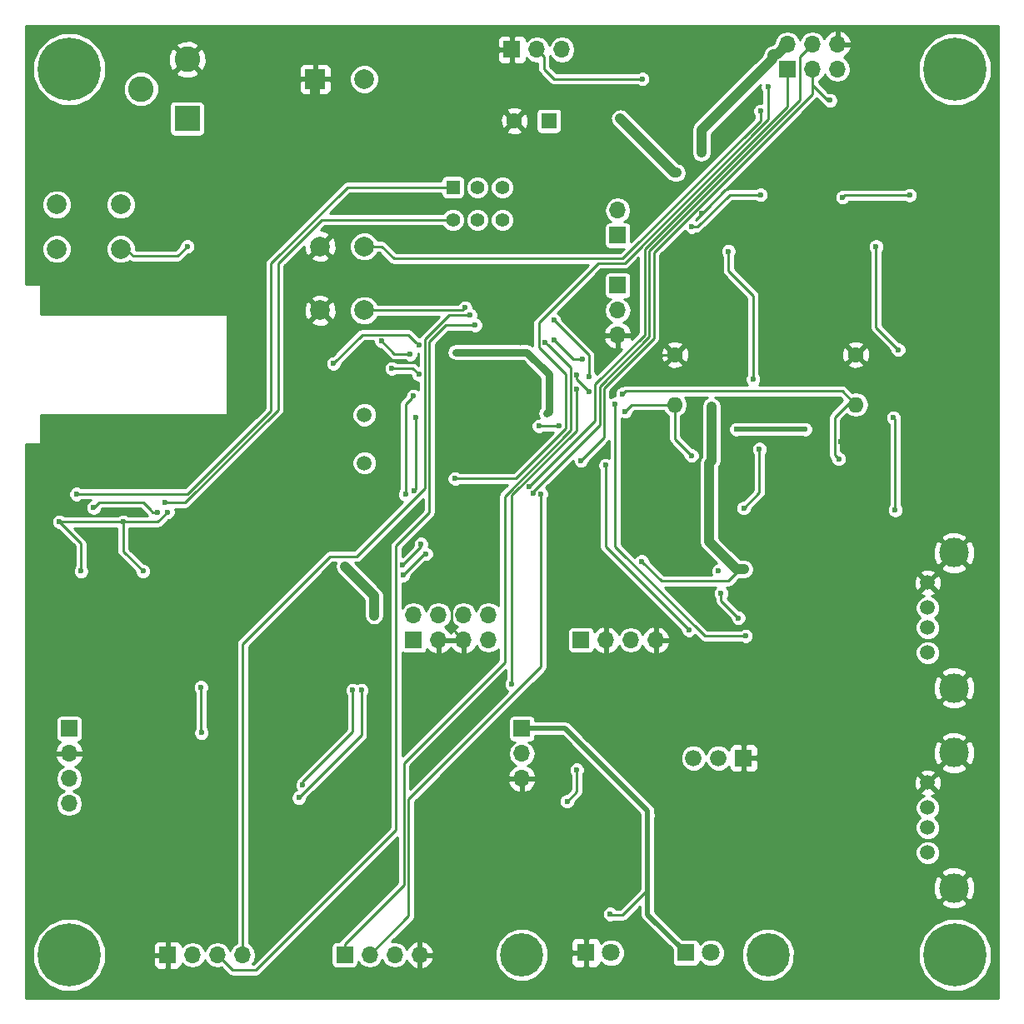
<source format=gbr>
G04 #@! TF.FileFunction,Copper,L2,Bot,Signal*
%FSLAX46Y46*%
G04 Gerber Fmt 4.6, Leading zero omitted, Abs format (unit mm)*
G04 Created by KiCad (PCBNEW 4.0.7) date 06/11/18 20:49:47*
%MOMM*%
%LPD*%
G01*
G04 APERTURE LIST*
%ADD10C,0.100000*%
%ADD11C,1.500000*%
%ADD12C,3.000000*%
%ADD13R,2.600000X2.600000*%
%ADD14C,2.600000*%
%ADD15R,1.700000X1.700000*%
%ADD16O,1.700000X1.700000*%
%ADD17R,1.800000X1.800000*%
%ADD18C,1.800000*%
%ADD19R,2.000000X2.000000*%
%ADD20C,2.000000*%
%ADD21R,1.400000X1.400000*%
%ADD22C,1.400000*%
%ADD23C,1.600000*%
%ADD24O,1.600000X1.600000*%
%ADD25R,1.676400X1.676400*%
%ADD26C,1.676400*%
%ADD27R,1.600000X1.600000*%
%ADD28C,6.400000*%
%ADD29C,4.400000*%
%ADD30C,0.600000*%
%ADD31C,1.000000*%
%ADD32C,0.250000*%
%ADD33C,0.500000*%
%ADD34C,0.750000*%
%ADD35C,0.254000*%
G04 APERTURE END LIST*
D10*
D11*
X142240000Y-107190000D03*
X142240000Y-109730000D03*
X142240000Y-111760000D03*
X142240000Y-114300000D03*
D12*
X144910000Y-104140000D03*
X144910000Y-117860000D03*
D11*
X142240000Y-127510000D03*
X142240000Y-130050000D03*
X142240000Y-132080000D03*
X142240000Y-134620000D03*
D12*
X144910000Y-124460000D03*
X144910000Y-138180000D03*
D13*
X67000000Y-60000000D03*
D14*
X67000000Y-54000000D03*
X62300000Y-57000000D03*
D15*
X65000000Y-145000000D03*
D16*
X67540000Y-145000000D03*
X70080000Y-145000000D03*
X72620000Y-145000000D03*
D15*
X90000000Y-113000000D03*
D16*
X90000000Y-110460000D03*
X92540000Y-113000000D03*
X92540000Y-110460000D03*
X95080000Y-113000000D03*
X95080000Y-110460000D03*
X97620000Y-113000000D03*
X97620000Y-110460000D03*
D15*
X100000000Y-53000000D03*
D16*
X102540000Y-53000000D03*
X105080000Y-53000000D03*
D17*
X107520000Y-144780000D03*
D18*
X110060000Y-144780000D03*
D17*
X117680000Y-144780000D03*
D18*
X120220000Y-144780000D03*
D19*
X80000000Y-56000000D03*
D20*
X85000000Y-56000000D03*
D11*
X85000000Y-95000000D03*
X85000000Y-90120000D03*
D15*
X55000000Y-122000000D03*
D16*
X55000000Y-124540000D03*
X55000000Y-127080000D03*
X55000000Y-129620000D03*
D15*
X110744000Y-76962000D03*
D16*
X110744000Y-79502000D03*
X110744000Y-82042000D03*
D15*
X110744000Y-71882000D03*
D16*
X110744000Y-69342000D03*
D15*
X83000000Y-145000000D03*
D16*
X85540000Y-145000000D03*
X88080000Y-145000000D03*
X90620000Y-145000000D03*
D20*
X80500000Y-73000000D03*
X85000000Y-73000000D03*
X80500000Y-79500000D03*
X85000000Y-79500000D03*
X53750000Y-73250000D03*
X53750000Y-68750000D03*
X60250000Y-73250000D03*
X60250000Y-68750000D03*
D21*
X94000000Y-67000000D03*
D22*
X96500000Y-67000000D03*
X99000000Y-67000000D03*
X94000000Y-70300000D03*
X96500000Y-70300000D03*
X99000000Y-70300000D03*
D15*
X128000000Y-55000000D03*
D16*
X128000000Y-52460000D03*
X130540000Y-55000000D03*
X130540000Y-52460000D03*
X133080000Y-55000000D03*
X133080000Y-52460000D03*
D15*
X101000000Y-122000000D03*
D16*
X101000000Y-124540000D03*
X101000000Y-127080000D03*
D15*
X107000000Y-113000000D03*
D16*
X109540000Y-113000000D03*
X112080000Y-113000000D03*
X114620000Y-113000000D03*
D23*
X116550000Y-84000000D03*
D24*
X116550000Y-89080000D03*
D23*
X134950000Y-84000000D03*
D24*
X134950000Y-89080000D03*
D25*
X123540000Y-125000000D03*
D26*
X121000000Y-125000000D03*
X118460000Y-125000000D03*
D27*
X103750000Y-60250000D03*
D23*
X100250000Y-60250000D03*
D28*
X145000000Y-145000000D03*
X55000000Y-145000000D03*
X145000000Y-55000000D03*
X55000000Y-55000000D03*
D29*
X126000000Y-145000000D03*
X101000000Y-145000000D03*
D30*
X119250000Y-63500000D03*
X121000000Y-106000000D03*
X121250000Y-108250000D03*
X123000000Y-110750000D03*
X63999974Y-100000000D03*
X57500000Y-99550000D03*
X83000000Y-105500000D03*
X86000000Y-110500000D03*
X109982000Y-140843000D03*
X113792000Y-130810000D03*
X129800000Y-91600000D03*
X122800000Y-91600000D03*
X122800000Y-91600000D03*
X95250000Y-79250000D03*
X125250000Y-59250006D03*
X57600000Y-95800000D03*
X51800000Y-99200000D03*
X115800000Y-94000000D03*
X80000000Y-62500000D03*
X94140934Y-82609066D03*
X119303398Y-69626142D03*
X93749992Y-104250000D03*
X87250000Y-126000000D03*
X90250000Y-125750000D03*
X94250000Y-123250000D03*
X95500000Y-125750000D03*
X71000000Y-96750000D03*
X73000000Y-94500000D03*
X86750000Y-103750000D03*
X93750000Y-97500000D03*
X111750000Y-86500000D03*
X101000006Y-85000000D03*
X80233051Y-97883051D03*
X81058050Y-88308050D03*
X101150000Y-82400000D03*
X98150000Y-88400000D03*
X93950000Y-75200000D03*
X123250000Y-69250000D03*
X80500000Y-115750000D03*
X108500000Y-69000008D03*
X136500000Y-62250000D03*
X141750000Y-58750000D03*
X133350000Y-98000000D03*
X93950000Y-108600000D03*
X85950000Y-116400000D03*
X90150000Y-117000000D03*
X70500000Y-74750000D03*
X108000000Y-71500000D03*
X112000000Y-55000000D03*
X107000000Y-54000000D03*
X68707000Y-139192000D03*
X69600000Y-128200000D03*
X133400000Y-92800000D03*
X145000000Y-71999980D03*
X129500000Y-71500008D03*
X134000000Y-70000000D03*
X123550000Y-99600000D03*
X125150000Y-93600000D03*
X124500000Y-86500010D03*
X122000000Y-73500000D03*
X138950000Y-99800000D03*
X138750000Y-90400000D03*
X139249970Y-83500000D03*
X137000000Y-73000000D03*
X107000000Y-94750000D03*
X132334000Y-58166000D03*
X116750000Y-65499992D03*
X120250000Y-89250000D03*
X111000000Y-60000000D03*
X123600000Y-105800000D03*
X123600000Y-105800000D03*
X113200000Y-105000000D03*
X101772531Y-97384190D03*
X102144087Y-98092684D03*
X53999996Y-101000000D03*
X67000000Y-73000000D03*
X62500000Y-106000006D03*
X65000000Y-100000000D03*
X60500000Y-100999982D03*
X56200000Y-106000000D03*
X87800000Y-85400000D03*
X90524979Y-86000006D03*
X90524979Y-83046513D03*
X81861157Y-84909153D03*
X106575021Y-86075843D03*
X107825033Y-87750000D03*
X111500000Y-89750000D03*
X118250000Y-94250000D03*
X107125010Y-84500000D03*
X104250000Y-82500000D03*
X111250000Y-88000000D03*
X133200000Y-94600000D03*
X91250000Y-104250000D03*
X88950000Y-106400010D03*
X78359000Y-129032000D03*
X84709000Y-118110000D03*
X90750000Y-103250000D03*
X88831837Y-105408762D03*
X78740000Y-127762000D03*
X83820000Y-118110000D03*
X96250000Y-81000000D03*
X95749990Y-80000000D03*
X109500000Y-95250000D03*
X118000000Y-112000000D03*
X107825032Y-86250000D03*
X104250000Y-80500000D03*
X110500000Y-89000000D03*
X123750000Y-112600000D03*
X113250000Y-56000000D03*
X90000000Y-88200000D03*
X89173989Y-98209895D03*
X90059551Y-97806551D03*
X90244551Y-90371551D03*
X102750000Y-91250000D03*
X104750000Y-91250000D03*
X103375010Y-82750000D03*
X102942687Y-98140189D03*
X68452998Y-122428000D03*
X68400000Y-117799998D03*
X64770000Y-99060000D03*
X55753000Y-98171000D03*
X94200000Y-96600000D03*
X126032114Y-56782114D03*
X103500000Y-90000000D03*
X94250000Y-83750000D03*
X89665138Y-83950962D03*
X86736897Y-82629203D03*
X106575021Y-87500000D03*
X99999992Y-117500000D03*
X106600000Y-126200000D03*
X105600000Y-129400000D03*
X125250000Y-67750000D03*
X118250000Y-71000000D03*
X133600000Y-68000000D03*
X140400000Y-67800000D03*
D31*
X126589999Y-53449999D02*
X126449999Y-53589999D01*
X126449999Y-53950001D02*
X119250000Y-61150000D01*
X119250000Y-61150000D02*
X119250000Y-63075736D01*
X128000000Y-52460000D02*
X127940000Y-52460000D01*
X126950001Y-53449999D02*
X126589999Y-53449999D01*
X127940000Y-52460000D02*
X126950001Y-53449999D01*
X126449999Y-53589999D02*
X126449999Y-53950001D01*
X119250000Y-63075736D02*
X119250000Y-63500000D01*
D32*
X121250000Y-109000000D02*
X121250000Y-108250000D01*
X123000000Y-110750000D02*
X121250000Y-109000000D01*
X57550000Y-99500000D02*
X58050000Y-99000000D01*
X57500000Y-99550000D02*
X58050000Y-99000000D01*
X58050000Y-99000000D02*
X62500000Y-99000000D01*
X62500000Y-99000000D02*
X63200001Y-99700001D01*
X63575710Y-100000000D02*
X63999974Y-100000000D01*
X64000000Y-100000000D02*
X63999974Y-100000000D01*
X63500000Y-100000000D02*
X63575710Y-100000000D01*
X63200001Y-99700001D02*
X63500000Y-100000000D01*
D31*
X86000000Y-110500000D02*
X86000000Y-108500000D01*
X86000000Y-108500000D02*
X83000000Y-105500000D01*
D32*
X109982000Y-140843000D02*
X110109000Y-140970000D01*
X110109000Y-140970000D02*
X111252000Y-140970000D01*
X111252000Y-140970000D02*
X113792000Y-138430000D01*
X113792000Y-138430000D02*
X113792000Y-130810000D01*
D33*
X117680000Y-144780000D02*
X113792000Y-140892000D01*
X113792000Y-140892000D02*
X113792000Y-130810000D01*
X113792000Y-130810000D02*
X113792000Y-130385736D01*
X113792000Y-130385736D02*
X105406264Y-122000000D01*
X105406264Y-122000000D02*
X102350000Y-122000000D01*
X102350000Y-122000000D02*
X101000000Y-122000000D01*
X122800000Y-91600000D02*
X129800000Y-91600000D01*
D32*
X85000000Y-79500000D02*
X95000000Y-79500000D01*
X95000000Y-79500000D02*
X95250000Y-79250000D01*
X85000000Y-73000000D02*
X86750000Y-73000000D01*
X86750000Y-73000000D02*
X88000000Y-74250000D01*
X111250000Y-74250000D02*
X125250000Y-60250000D01*
X88000000Y-74250000D02*
X111250000Y-74250000D01*
X125250000Y-60250000D02*
X125250000Y-59250006D01*
X51800000Y-99200000D02*
X55200000Y-95800000D01*
X55200000Y-95800000D02*
X57600000Y-95800000D01*
D31*
X80000000Y-56000000D02*
X80000000Y-62500000D01*
D32*
X94350000Y-82400000D02*
X94140934Y-82609066D01*
X101150000Y-82400000D02*
X94350000Y-82400000D01*
X93750000Y-104249992D02*
X93749992Y-104250000D01*
X93750000Y-97500000D02*
X93750000Y-104249992D01*
X73000000Y-94500000D02*
X71000000Y-96500000D01*
X71000000Y-96500000D02*
X71000000Y-96750000D01*
X71000000Y-96750000D02*
X71300001Y-96449999D01*
X87250000Y-126000000D02*
X87549999Y-125700001D01*
X94250000Y-123250000D02*
X92750000Y-123250000D01*
X92750000Y-123250000D02*
X90250000Y-125750000D01*
X101000000Y-127080000D02*
X96830000Y-127080000D01*
X96830000Y-127080000D02*
X95500000Y-125750000D01*
X71299999Y-96450001D02*
X71000000Y-96750000D01*
X71300001Y-96200001D02*
X71300001Y-96449999D01*
X71300001Y-96449999D02*
X71299999Y-96450001D01*
X72750000Y-94500000D02*
X72750000Y-94750002D01*
X72750000Y-94750002D02*
X71300001Y-96200001D01*
X86750000Y-103325736D02*
X86750000Y-103750000D01*
X116550000Y-84000000D02*
X115250000Y-84000000D01*
X115250000Y-84000000D02*
X113049999Y-86200001D01*
X113049999Y-86200001D02*
X112049999Y-86200001D01*
X112049999Y-86200001D02*
X111750000Y-86500000D01*
X100700007Y-85299999D02*
X101000006Y-85000000D01*
X98150000Y-87850006D02*
X100700007Y-85299999D01*
X98150000Y-88400000D02*
X98150000Y-87850006D01*
X100850001Y-82699999D02*
X101150000Y-82400000D01*
X100850001Y-82699999D02*
X100850001Y-82900001D01*
X93950000Y-75200000D02*
X93650001Y-75499999D01*
X85950000Y-116400000D02*
X81150000Y-116400000D01*
X81150000Y-116400000D02*
X80500000Y-115750000D01*
X108500000Y-71000000D02*
X108500000Y-69424272D01*
X108000000Y-71500000D02*
X108500000Y-71000000D01*
X108500000Y-69424272D02*
X108500000Y-69000008D01*
X138250000Y-62250000D02*
X136500000Y-62250000D01*
X141750000Y-58750000D02*
X138250000Y-62250000D01*
X94230001Y-112080001D02*
X93904999Y-111754999D01*
X93904999Y-111754999D02*
X93904999Y-108645001D01*
X93904999Y-108645001D02*
X93950000Y-108600000D01*
X95080000Y-113000000D02*
X94230001Y-112150001D01*
X94230001Y-112150001D02*
X94230001Y-112080001D01*
X92540000Y-113000000D02*
X92540000Y-114610000D01*
X92540000Y-114610000D02*
X90150000Y-117000000D01*
X70500000Y-74750000D02*
X70799999Y-75049999D01*
X123550000Y-99600000D02*
X125150000Y-98000000D01*
X125150000Y-98000000D02*
X125150000Y-93600000D01*
X124500000Y-78500000D02*
X124500000Y-86500010D01*
X122000000Y-73500000D02*
X122000000Y-75500000D01*
X122000000Y-75500000D02*
X124500000Y-78000000D01*
X124500000Y-78000000D02*
X124500000Y-86075746D01*
X124500000Y-86075746D02*
X124500000Y-86500010D01*
X138950000Y-99800000D02*
X138950000Y-90600000D01*
X138950000Y-90600000D02*
X138750000Y-90400000D01*
X138950003Y-83200001D02*
X139249970Y-83499968D01*
X137000000Y-73000000D02*
X137000000Y-81249998D01*
X139249970Y-83499968D02*
X139249970Y-83500000D01*
X138250000Y-82500000D02*
X138950003Y-83200001D01*
X137000000Y-81249998D02*
X138950003Y-83200001D01*
X107299999Y-94450001D02*
X107000000Y-94750000D01*
X114400022Y-82349978D02*
X109350057Y-87399943D01*
X114400022Y-73645619D02*
X114400022Y-82349978D01*
X130540000Y-57505641D02*
X114400022Y-73645619D01*
X130540000Y-55000000D02*
X130540000Y-57505641D01*
X109350057Y-92399943D02*
X107299999Y-94450001D01*
X109350057Y-87399943D02*
X109350057Y-92399943D01*
X130540000Y-55000000D02*
X130540000Y-56626000D01*
X132080000Y-58166000D02*
X132334000Y-58166000D01*
X130540000Y-56626000D02*
X132080000Y-58166000D01*
D31*
X123600000Y-105800000D02*
X122800000Y-105800000D01*
X122800000Y-105800000D02*
X120000000Y-103000000D01*
X120000000Y-103000000D02*
X120000000Y-95000000D01*
X120000000Y-95000000D02*
X120250000Y-94750000D01*
X120250000Y-94750000D02*
X120250000Y-89250000D01*
X116750000Y-65499992D02*
X116499992Y-65499992D01*
X116499992Y-65499992D02*
X111000000Y-60000000D01*
X111000000Y-60000000D02*
X111300001Y-60299999D01*
D32*
X123600000Y-105800000D02*
X123200000Y-105800000D01*
X123200000Y-105800000D02*
X122000000Y-107000000D01*
X122000000Y-107000000D02*
X115200000Y-107000000D01*
X115200000Y-107000000D02*
X113200000Y-105000000D01*
X113500000Y-81977178D02*
X108450035Y-87027143D01*
X113500000Y-73272821D02*
X113500000Y-81977178D01*
X108450035Y-87027143D02*
X108450035Y-90706686D01*
X108450035Y-90706686D02*
X102072530Y-97084191D01*
X128000000Y-58772821D02*
X113500000Y-73272821D01*
X128000000Y-55000000D02*
X128000000Y-58772821D01*
X102072530Y-97084191D02*
X101772531Y-97384190D01*
X129286000Y-58123231D02*
X113950011Y-73459220D01*
X113950011Y-82163578D02*
X108900046Y-87213543D01*
X113950011Y-73459220D02*
X113950011Y-82163578D01*
X130540000Y-52460000D02*
X129286000Y-53714000D01*
X108900046Y-91158854D02*
X102144087Y-97914813D01*
X129286000Y-53714000D02*
X129286000Y-58123231D01*
X108900046Y-87213543D02*
X108900046Y-91158854D01*
X102144087Y-97914813D02*
X102144087Y-98092684D01*
X67000000Y-73000000D02*
X66000000Y-74000000D01*
X66000000Y-74000000D02*
X61500000Y-74000000D01*
X61500000Y-74000000D02*
X60750000Y-73250000D01*
X60750000Y-73250000D02*
X60250000Y-73250000D01*
X62500000Y-106000006D02*
X60500000Y-104000006D01*
X60500000Y-104000006D02*
X60500000Y-100999982D01*
X54299995Y-101299999D02*
X53999996Y-101000000D01*
X56200000Y-103200004D02*
X54299995Y-101299999D01*
X56200000Y-106000000D02*
X56200000Y-103200004D01*
X54000014Y-100999982D02*
X53999996Y-101000000D01*
X60500000Y-100999982D02*
X54000014Y-100999982D01*
X60500000Y-103750000D02*
X60500000Y-101424246D01*
X60500000Y-101424246D02*
X60500000Y-100999982D01*
X60500000Y-103500000D02*
X60500000Y-104000006D01*
X60924264Y-100999982D02*
X60500000Y-100999982D01*
X65000000Y-100000000D02*
X64000018Y-100999982D01*
X64000018Y-100999982D02*
X60924264Y-100999982D01*
X88224264Y-85400000D02*
X87800000Y-85400000D01*
X89924973Y-85400000D02*
X88224264Y-85400000D01*
X90524979Y-86000006D02*
X89924973Y-85400000D01*
X89462620Y-81984154D02*
X90224980Y-82746514D01*
X84786156Y-81984154D02*
X89462620Y-81984154D01*
X81861157Y-84909153D02*
X84786156Y-81984154D01*
X90224980Y-82746514D02*
X90524979Y-83046513D01*
X106575021Y-86499988D02*
X106575021Y-86075843D01*
X107825033Y-87750000D02*
X106575021Y-86499988D01*
X111500000Y-89750000D02*
X112170000Y-89080000D01*
X112170000Y-89080000D02*
X116550000Y-89080000D01*
X116550000Y-92550000D02*
X116550000Y-89080000D01*
X118250000Y-94250000D02*
X116550000Y-92550000D01*
X106250000Y-84500000D02*
X106700746Y-84500000D01*
X104250000Y-82500000D02*
X106250000Y-84500000D01*
X106700746Y-84500000D02*
X107125010Y-84500000D01*
X111549999Y-87700001D02*
X111250000Y-88000000D01*
X133570001Y-87700001D02*
X111549999Y-87700001D01*
X134950000Y-89080000D02*
X133570001Y-87700001D01*
X134750000Y-88400000D02*
X132774999Y-90375001D01*
X132774999Y-90375001D02*
X132774999Y-94174999D01*
X132774999Y-94174999D02*
X132900001Y-94300001D01*
X132900001Y-94300001D02*
X133200000Y-94600000D01*
X91100010Y-104250000D02*
X91250000Y-104250000D01*
X88950000Y-106400010D02*
X91100010Y-104250000D01*
X84709000Y-118110000D02*
X84709000Y-122682000D01*
X84709000Y-122682000D02*
X78359000Y-129032000D01*
X90750000Y-103490599D02*
X90750000Y-103250000D01*
X88831837Y-105408762D02*
X90750000Y-103490599D01*
X83820000Y-122301000D02*
X78740000Y-127381000D01*
X78740000Y-127381000D02*
X78740000Y-127762000D01*
X83820000Y-118110000D02*
X83820000Y-122301000D01*
X70080000Y-145000000D02*
X71638000Y-146558000D01*
X93250000Y-81000000D02*
X95825736Y-81000000D01*
X73942000Y-146558000D02*
X88206835Y-132293165D01*
X71638000Y-146558000D02*
X73942000Y-146558000D01*
X88206835Y-132293165D02*
X88206835Y-103406754D01*
X88206835Y-103406754D02*
X91600000Y-100013589D01*
X91600000Y-100013589D02*
X91600000Y-82650000D01*
X91600000Y-82650000D02*
X93250000Y-81000000D01*
X95825736Y-81000000D02*
X96250000Y-81000000D01*
X72620000Y-113380000D02*
X81500000Y-104500000D01*
X95325726Y-80000000D02*
X95749990Y-80000000D01*
X93613589Y-80000000D02*
X95325726Y-80000000D01*
X91149989Y-82463600D02*
X93613589Y-80000000D01*
X81500000Y-104500000D02*
X84250000Y-104500000D01*
X91149989Y-97600011D02*
X91149989Y-82463600D01*
X84250000Y-104500000D02*
X91149989Y-97600011D01*
X72620000Y-145000000D02*
X72620000Y-113380000D01*
X109500000Y-103500000D02*
X109500000Y-95250000D01*
X118000000Y-112000000D02*
X109500000Y-103500000D01*
X123750000Y-112600000D02*
X119600000Y-112600000D01*
X119600000Y-112600000D02*
X110500000Y-103500000D01*
X110500000Y-103500000D02*
X110500000Y-89424264D01*
X110500000Y-89424264D02*
X110500000Y-89000000D01*
X107825032Y-85825736D02*
X107825032Y-86250000D01*
X107825032Y-84075032D02*
X107825032Y-85825736D01*
X104250000Y-80500000D02*
X107825032Y-84075032D01*
X113250000Y-56000000D02*
X104250000Y-56000000D01*
X104250000Y-56000000D02*
X103250000Y-55000000D01*
X103250000Y-55000000D02*
X103250000Y-53710000D01*
X103250000Y-53710000D02*
X102540000Y-53000000D01*
X89173989Y-98209895D02*
X89173989Y-89026011D01*
X89700001Y-88499999D02*
X90000000Y-88200000D01*
X89173989Y-89026011D02*
X89700001Y-88499999D01*
X90244551Y-97621551D02*
X90059551Y-97806551D01*
X90244551Y-90371551D02*
X90244551Y-97621551D01*
X104750000Y-91250000D02*
X102750000Y-91250000D01*
X83000000Y-143900000D02*
X89000000Y-137900000D01*
X105950011Y-91686400D02*
X105950011Y-85325001D01*
X103675009Y-83049999D02*
X103375010Y-82750000D01*
X105950011Y-85325001D02*
X103675009Y-83049999D01*
X89000000Y-137900000D02*
X89000000Y-125500000D01*
X83000000Y-145000000D02*
X83000000Y-143900000D01*
X99250000Y-115250000D02*
X99250000Y-98386411D01*
X99250000Y-98386411D02*
X105950011Y-91686400D01*
X89000000Y-125500000D02*
X99250000Y-115250000D01*
X89500000Y-129175004D02*
X102942687Y-115732317D01*
X102942687Y-98564453D02*
X102942687Y-98140189D01*
X102942687Y-115732317D02*
X102942687Y-98564453D01*
X89500000Y-141040000D02*
X89500000Y-129175004D01*
X85540000Y-145000000D02*
X89500000Y-141040000D01*
X68400000Y-117799998D02*
X68400000Y-122375002D01*
X68400000Y-122375002D02*
X68452998Y-122428000D01*
X65194264Y-99060000D02*
X64770000Y-99060000D01*
X76250000Y-89586411D02*
X66776411Y-99060000D01*
X76250000Y-74750000D02*
X76250000Y-89586411D01*
X66776411Y-99060000D02*
X65194264Y-99060000D01*
X94000000Y-70300000D02*
X80700000Y-70300000D01*
X80700000Y-70300000D02*
X76250000Y-74750000D01*
X75500000Y-89700000D02*
X75500000Y-74750000D01*
X67029000Y-98171000D02*
X75500000Y-89700000D01*
X75500000Y-74750000D02*
X83250000Y-67000000D01*
X55753000Y-98171000D02*
X67029000Y-98171000D01*
X83250000Y-67000000D02*
X94000000Y-67000000D01*
X94000000Y-67000000D02*
X94000000Y-67250000D01*
X126032114Y-56782114D02*
X126032114Y-60104297D01*
X126032114Y-60104297D02*
X111436400Y-74700011D01*
X102750000Y-80750000D02*
X102750000Y-83250000D01*
X111436400Y-74700011D02*
X108799989Y-74700011D01*
X108799989Y-74700011D02*
X102750000Y-80750000D01*
X105500000Y-91500000D02*
X100400000Y-96600000D01*
X102750000Y-83250000D02*
X105500000Y-86000000D01*
X105500000Y-86000000D02*
X105500000Y-91500000D01*
X100400000Y-96600000D02*
X94400000Y-96600000D01*
X94400000Y-96600000D02*
X94200000Y-96600000D01*
D34*
X94250000Y-83750000D02*
X101500000Y-83750000D01*
X101500000Y-83750000D02*
X103750000Y-86000000D01*
X103750000Y-89750000D02*
X103500000Y-90000000D01*
X103750000Y-86000000D02*
X103750000Y-89750000D01*
D32*
X88058656Y-83950962D02*
X89240874Y-83950962D01*
X89240874Y-83950962D02*
X89665138Y-83950962D01*
X86736897Y-82629203D02*
X88058656Y-83950962D01*
X106575021Y-87924264D02*
X106575021Y-87500000D01*
X106575021Y-91697801D02*
X106575021Y-87924264D01*
X100000000Y-98272822D02*
X106575021Y-91697801D01*
X100000000Y-113000000D02*
X100000000Y-98272822D01*
X100000000Y-113000000D02*
X100000000Y-113250000D01*
X100000000Y-113000000D02*
X100000000Y-117075728D01*
X99999992Y-117075736D02*
X99999992Y-117500000D01*
X100000000Y-117075728D02*
X99999992Y-117075736D01*
X105600000Y-129400000D02*
X106600000Y-128400000D01*
X106600000Y-128400000D02*
X106600000Y-126200000D01*
X118250000Y-71000000D02*
X118854542Y-71000000D01*
X118854542Y-71000000D02*
X122104542Y-67750000D01*
X122104542Y-67750000D02*
X124825736Y-67750000D01*
X124825736Y-67750000D02*
X125250000Y-67750000D01*
X133800000Y-67800000D02*
X133600000Y-68000000D01*
X140400000Y-67800000D02*
X133800000Y-67800000D01*
D35*
G36*
X149417000Y-149417000D02*
X50583000Y-149417000D01*
X50583000Y-145734331D01*
X51291358Y-145734331D01*
X51854678Y-147097669D01*
X52896844Y-148141656D01*
X54259197Y-148707355D01*
X55734331Y-148708642D01*
X57097669Y-148145322D01*
X58141656Y-147103156D01*
X58707355Y-145740803D01*
X58707752Y-145285750D01*
X63515000Y-145285750D01*
X63515000Y-145976309D01*
X63611673Y-146209698D01*
X63790301Y-146388327D01*
X64023690Y-146485000D01*
X64714250Y-146485000D01*
X64873000Y-146326250D01*
X64873000Y-145127000D01*
X63673750Y-145127000D01*
X63515000Y-145285750D01*
X58707752Y-145285750D01*
X58708642Y-144265669D01*
X58608659Y-144023691D01*
X63515000Y-144023691D01*
X63515000Y-144714250D01*
X63673750Y-144873000D01*
X64873000Y-144873000D01*
X64873000Y-143673750D01*
X65127000Y-143673750D01*
X65127000Y-144873000D01*
X65147000Y-144873000D01*
X65147000Y-145127000D01*
X65127000Y-145127000D01*
X65127000Y-146326250D01*
X65285750Y-146485000D01*
X65976310Y-146485000D01*
X66209699Y-146388327D01*
X66388327Y-146209698D01*
X66485000Y-145976309D01*
X66485000Y-145845054D01*
X66579749Y-145986856D01*
X67020316Y-146281233D01*
X67540000Y-146384605D01*
X68059684Y-146281233D01*
X68500251Y-145986856D01*
X68794628Y-145546289D01*
X68810000Y-145469009D01*
X68825372Y-145546289D01*
X69119749Y-145986856D01*
X69560316Y-146281233D01*
X70080000Y-146384605D01*
X70488209Y-146303407D01*
X71190399Y-147005596D01*
X71190401Y-147005599D01*
X71395761Y-147142816D01*
X71435952Y-147150810D01*
X71638000Y-147191001D01*
X71638005Y-147191000D01*
X73941995Y-147191000D01*
X73942000Y-147191001D01*
X74184239Y-147142816D01*
X74389599Y-147005599D01*
X88367000Y-133028198D01*
X88367000Y-137637803D01*
X82552401Y-143452401D01*
X82432365Y-143632048D01*
X82150000Y-143632048D01*
X81961747Y-143667470D01*
X81788847Y-143778728D01*
X81672855Y-143948488D01*
X81632048Y-144150000D01*
X81632048Y-145850000D01*
X81667470Y-146038253D01*
X81778728Y-146211153D01*
X81948488Y-146327145D01*
X82150000Y-146367952D01*
X83850000Y-146367952D01*
X84038253Y-146332530D01*
X84211153Y-146221272D01*
X84327145Y-146051512D01*
X84367952Y-145850000D01*
X84367952Y-145669879D01*
X84579749Y-145986856D01*
X85020316Y-146281233D01*
X85540000Y-146384605D01*
X86059684Y-146281233D01*
X86500251Y-145986856D01*
X86794628Y-145546289D01*
X86810000Y-145469009D01*
X86825372Y-145546289D01*
X87119749Y-145986856D01*
X87560316Y-146281233D01*
X88080000Y-146384605D01*
X88599684Y-146281233D01*
X89040251Y-145986856D01*
X89295183Y-145605322D01*
X89424817Y-145881358D01*
X89853076Y-146271645D01*
X90263110Y-146441476D01*
X90493000Y-146320155D01*
X90493000Y-145127000D01*
X90747000Y-145127000D01*
X90747000Y-146320155D01*
X90976890Y-146441476D01*
X91386924Y-146271645D01*
X91815183Y-145881358D01*
X91977235Y-145536291D01*
X98291531Y-145536291D01*
X98702931Y-146531955D01*
X99464038Y-147294392D01*
X100458982Y-147707529D01*
X101536291Y-147708469D01*
X102531955Y-147297069D01*
X103294392Y-146535962D01*
X103707529Y-145541018D01*
X103707943Y-145065750D01*
X105985000Y-145065750D01*
X105985000Y-145806310D01*
X106081673Y-146039699D01*
X106260302Y-146218327D01*
X106493691Y-146315000D01*
X107234250Y-146315000D01*
X107393000Y-146156250D01*
X107393000Y-144907000D01*
X106143750Y-144907000D01*
X105985000Y-145065750D01*
X103707943Y-145065750D01*
X103708469Y-144463709D01*
X103415096Y-143753690D01*
X105985000Y-143753690D01*
X105985000Y-144494250D01*
X106143750Y-144653000D01*
X107393000Y-144653000D01*
X107393000Y-143403750D01*
X107647000Y-143403750D01*
X107647000Y-144653000D01*
X107667000Y-144653000D01*
X107667000Y-144907000D01*
X107647000Y-144907000D01*
X107647000Y-146156250D01*
X107805750Y-146315000D01*
X108546309Y-146315000D01*
X108779698Y-146218327D01*
X108958327Y-146039699D01*
X109055000Y-145806310D01*
X109055000Y-145766197D01*
X109261391Y-145972948D01*
X109778703Y-146187755D01*
X110338840Y-146188244D01*
X110856526Y-145974340D01*
X111252948Y-145578609D01*
X111467755Y-145061297D01*
X111468244Y-144501160D01*
X111254340Y-143983474D01*
X110858609Y-143587052D01*
X110341297Y-143372245D01*
X109781160Y-143371756D01*
X109263474Y-143585660D01*
X109055000Y-143793771D01*
X109055000Y-143753690D01*
X108958327Y-143520301D01*
X108779698Y-143341673D01*
X108546309Y-143245000D01*
X107805750Y-143245000D01*
X107647000Y-143403750D01*
X107393000Y-143403750D01*
X107234250Y-143245000D01*
X106493691Y-143245000D01*
X106260302Y-143341673D01*
X106081673Y-143520301D01*
X105985000Y-143753690D01*
X103415096Y-143753690D01*
X103297069Y-143468045D01*
X102535962Y-142705608D01*
X101541018Y-142292471D01*
X100463709Y-142291531D01*
X99468045Y-142702931D01*
X98705608Y-143464038D01*
X98292471Y-144458982D01*
X98291531Y-145536291D01*
X91977235Y-145536291D01*
X92061486Y-145356892D01*
X91940819Y-145127000D01*
X90747000Y-145127000D01*
X90493000Y-145127000D01*
X90473000Y-145127000D01*
X90473000Y-144873000D01*
X90493000Y-144873000D01*
X90493000Y-143679845D01*
X90747000Y-143679845D01*
X90747000Y-144873000D01*
X91940819Y-144873000D01*
X92061486Y-144643108D01*
X91815183Y-144118642D01*
X91386924Y-143728355D01*
X90976890Y-143558524D01*
X90747000Y-143679845D01*
X90493000Y-143679845D01*
X90263110Y-143558524D01*
X89853076Y-143728355D01*
X89424817Y-144118642D01*
X89295183Y-144394678D01*
X89040251Y-144013144D01*
X88599684Y-143718767D01*
X88080000Y-143615395D01*
X87755194Y-143680003D01*
X89947596Y-141487601D01*
X89947599Y-141487599D01*
X90084816Y-141282239D01*
X90104740Y-141182074D01*
X90133001Y-141040000D01*
X90133000Y-141039995D01*
X90133000Y-129560016D01*
X104791860Y-129560016D01*
X104914611Y-129857097D01*
X105141707Y-130084590D01*
X105438574Y-130207860D01*
X105760016Y-130208140D01*
X106057097Y-130085389D01*
X106284590Y-129858293D01*
X106407860Y-129561426D01*
X106407925Y-129487273D01*
X107047596Y-128847601D01*
X107047599Y-128847599D01*
X107184816Y-128642239D01*
X107184817Y-128642238D01*
X107233001Y-128400000D01*
X107233000Y-128399995D01*
X107233000Y-126709793D01*
X107284590Y-126658293D01*
X107407860Y-126361426D01*
X107408140Y-126039984D01*
X107285389Y-125742903D01*
X107058293Y-125515410D01*
X106761426Y-125392140D01*
X106439984Y-125391860D01*
X106142903Y-125514611D01*
X105915410Y-125741707D01*
X105792140Y-126038574D01*
X105791860Y-126360016D01*
X105914611Y-126657097D01*
X105967000Y-126709578D01*
X105967000Y-128137803D01*
X105512879Y-128591923D01*
X105439984Y-128591860D01*
X105142903Y-128714611D01*
X104915410Y-128941707D01*
X104792140Y-129238574D01*
X104791860Y-129560016D01*
X90133000Y-129560016D01*
X90133000Y-129437202D01*
X92133311Y-127436890D01*
X99558524Y-127436890D01*
X99728355Y-127846924D01*
X100118642Y-128275183D01*
X100643108Y-128521486D01*
X100873000Y-128400819D01*
X100873000Y-127207000D01*
X101127000Y-127207000D01*
X101127000Y-128400819D01*
X101356892Y-128521486D01*
X101881358Y-128275183D01*
X102271645Y-127846924D01*
X102441476Y-127436890D01*
X102320155Y-127207000D01*
X101127000Y-127207000D01*
X100873000Y-127207000D01*
X99679845Y-127207000D01*
X99558524Y-127436890D01*
X92133311Y-127436890D01*
X92847091Y-126723110D01*
X99558524Y-126723110D01*
X99679845Y-126953000D01*
X100873000Y-126953000D01*
X100873000Y-126933000D01*
X101127000Y-126933000D01*
X101127000Y-126953000D01*
X102320155Y-126953000D01*
X102441476Y-126723110D01*
X102271645Y-126313076D01*
X101881358Y-125884817D01*
X101605322Y-125755183D01*
X101986856Y-125500251D01*
X102281233Y-125059684D01*
X102384605Y-124540000D01*
X102281233Y-124020316D01*
X101986856Y-123579749D01*
X101669879Y-123367952D01*
X101850000Y-123367952D01*
X102038253Y-123332530D01*
X102211153Y-123221272D01*
X102327145Y-123051512D01*
X102367952Y-122850000D01*
X102367952Y-122758000D01*
X105092290Y-122758000D01*
X112984139Y-130649849D01*
X112983860Y-130970016D01*
X113034000Y-131091364D01*
X113034000Y-138292803D01*
X110989802Y-140337000D01*
X110618571Y-140337000D01*
X110440293Y-140158410D01*
X110143426Y-140035140D01*
X109821984Y-140034860D01*
X109524903Y-140157611D01*
X109297410Y-140384707D01*
X109174140Y-140681574D01*
X109173860Y-141003016D01*
X109296611Y-141300097D01*
X109523707Y-141527590D01*
X109820574Y-141650860D01*
X110142016Y-141651140D01*
X110258524Y-141603000D01*
X111251995Y-141603000D01*
X111252000Y-141603001D01*
X111494239Y-141554816D01*
X111699599Y-141417599D01*
X113034000Y-140083197D01*
X113034000Y-140892000D01*
X113091699Y-141182074D01*
X113256013Y-141427987D01*
X116262048Y-144434022D01*
X116262048Y-145680000D01*
X116297470Y-145868253D01*
X116408728Y-146041153D01*
X116578488Y-146157145D01*
X116780000Y-146197952D01*
X118580000Y-146197952D01*
X118768253Y-146162530D01*
X118941153Y-146051272D01*
X119057145Y-145881512D01*
X119097952Y-145680000D01*
X119097952Y-145648944D01*
X119421391Y-145972948D01*
X119938703Y-146187755D01*
X120498840Y-146188244D01*
X121016526Y-145974340D01*
X121412948Y-145578609D01*
X121430519Y-145536291D01*
X123291531Y-145536291D01*
X123702931Y-146531955D01*
X124464038Y-147294392D01*
X125458982Y-147707529D01*
X126536291Y-147708469D01*
X127531955Y-147297069D01*
X128294392Y-146535962D01*
X128627258Y-145734331D01*
X141291358Y-145734331D01*
X141854678Y-147097669D01*
X142896844Y-148141656D01*
X144259197Y-148707355D01*
X145734331Y-148708642D01*
X147097669Y-148145322D01*
X148141656Y-147103156D01*
X148707355Y-145740803D01*
X148708642Y-144265669D01*
X148145322Y-142902331D01*
X147103156Y-141858344D01*
X145740803Y-141292645D01*
X144265669Y-141291358D01*
X142902331Y-141854678D01*
X141858344Y-142896844D01*
X141292645Y-144259197D01*
X141291358Y-145734331D01*
X128627258Y-145734331D01*
X128707529Y-145541018D01*
X128708469Y-144463709D01*
X128297069Y-143468045D01*
X127535962Y-142705608D01*
X126541018Y-142292471D01*
X125463709Y-142291531D01*
X124468045Y-142702931D01*
X123705608Y-143464038D01*
X123292471Y-144458982D01*
X123291531Y-145536291D01*
X121430519Y-145536291D01*
X121627755Y-145061297D01*
X121628244Y-144501160D01*
X121414340Y-143983474D01*
X121018609Y-143587052D01*
X120501297Y-143372245D01*
X119941160Y-143371756D01*
X119423474Y-143585660D01*
X119097952Y-143910615D01*
X119097952Y-143880000D01*
X119062530Y-143691747D01*
X118951272Y-143518847D01*
X118781512Y-143402855D01*
X118580000Y-143362048D01*
X117334022Y-143362048D01*
X114550000Y-140578026D01*
X114550000Y-139693970D01*
X143575635Y-139693970D01*
X143735418Y-140012739D01*
X144526187Y-140322723D01*
X145375387Y-140306497D01*
X146084582Y-140012739D01*
X146244365Y-139693970D01*
X144910000Y-138359605D01*
X143575635Y-139693970D01*
X114550000Y-139693970D01*
X114550000Y-137796187D01*
X142767277Y-137796187D01*
X142783503Y-138645387D01*
X143077261Y-139354582D01*
X143396030Y-139514365D01*
X144730395Y-138180000D01*
X145089605Y-138180000D01*
X146423970Y-139514365D01*
X146742739Y-139354582D01*
X147052723Y-138563813D01*
X147036497Y-137714613D01*
X146742739Y-137005418D01*
X146423970Y-136845635D01*
X145089605Y-138180000D01*
X144730395Y-138180000D01*
X143396030Y-136845635D01*
X143077261Y-137005418D01*
X142767277Y-137796187D01*
X114550000Y-137796187D01*
X114550000Y-136666030D01*
X143575635Y-136666030D01*
X144910000Y-138000395D01*
X146244365Y-136666030D01*
X146084582Y-136347261D01*
X145293813Y-136037277D01*
X144444613Y-136053503D01*
X143735418Y-136347261D01*
X143575635Y-136666030D01*
X114550000Y-136666030D01*
X114550000Y-134869134D01*
X140981782Y-134869134D01*
X141172897Y-135331669D01*
X141526470Y-135685859D01*
X141988670Y-135877781D01*
X142489134Y-135878218D01*
X142951669Y-135687103D01*
X143305859Y-135333530D01*
X143497781Y-134871330D01*
X143498218Y-134370866D01*
X143307103Y-133908331D01*
X142953530Y-133554141D01*
X142491330Y-133362219D01*
X141990866Y-133361782D01*
X141528331Y-133552897D01*
X141174141Y-133906470D01*
X140982219Y-134368670D01*
X140981782Y-134869134D01*
X114550000Y-134869134D01*
X114550000Y-131091502D01*
X114599860Y-130971426D01*
X114600140Y-130649984D01*
X114550000Y-130528636D01*
X114550000Y-130385736D01*
X114532774Y-130299134D01*
X140981782Y-130299134D01*
X141172897Y-130761669D01*
X141475918Y-131065219D01*
X141174141Y-131366470D01*
X140982219Y-131828670D01*
X140981782Y-132329134D01*
X141172897Y-132791669D01*
X141526470Y-133145859D01*
X141988670Y-133337781D01*
X142489134Y-133338218D01*
X142951669Y-133147103D01*
X143305859Y-132793530D01*
X143497781Y-132331330D01*
X143498218Y-131830866D01*
X143307103Y-131368331D01*
X143004082Y-131064781D01*
X143305859Y-130763530D01*
X143497781Y-130301330D01*
X143498218Y-129800866D01*
X143307103Y-129338331D01*
X142953530Y-128984141D01*
X142643233Y-128855295D01*
X142963923Y-128722460D01*
X143031912Y-128481517D01*
X142240000Y-127689605D01*
X141448088Y-128481517D01*
X141516077Y-128722460D01*
X141861294Y-128845320D01*
X141528331Y-128982897D01*
X141174141Y-129336470D01*
X140982219Y-129798670D01*
X140981782Y-130299134D01*
X114532774Y-130299134D01*
X114492301Y-130095662D01*
X114327987Y-129849749D01*
X111783409Y-127305171D01*
X140842799Y-127305171D01*
X140870770Y-127855448D01*
X141027540Y-128233923D01*
X141268483Y-128301912D01*
X142060395Y-127510000D01*
X142419605Y-127510000D01*
X143211517Y-128301912D01*
X143452460Y-128233923D01*
X143637201Y-127714829D01*
X143609230Y-127164552D01*
X143452460Y-126786077D01*
X143211517Y-126718088D01*
X142419605Y-127510000D01*
X142060395Y-127510000D01*
X141268483Y-126718088D01*
X141027540Y-126786077D01*
X140842799Y-127305171D01*
X111783409Y-127305171D01*
X111016721Y-126538483D01*
X141448088Y-126538483D01*
X142240000Y-127330395D01*
X143031912Y-126538483D01*
X142963923Y-126297540D01*
X142444829Y-126112799D01*
X141894552Y-126140770D01*
X141516077Y-126297540D01*
X141448088Y-126538483D01*
X111016721Y-126538483D01*
X109744839Y-125266601D01*
X117113566Y-125266601D01*
X117318081Y-125761565D01*
X117696443Y-126140588D01*
X118191049Y-126345966D01*
X118726601Y-126346434D01*
X119221565Y-126141919D01*
X119600588Y-125763557D01*
X119730065Y-125451742D01*
X119858081Y-125761565D01*
X120236443Y-126140588D01*
X120731049Y-126345966D01*
X121266601Y-126346434D01*
X121761565Y-126141919D01*
X122066800Y-125837216D01*
X122066800Y-125964510D01*
X122163473Y-126197899D01*
X122342102Y-126376527D01*
X122575491Y-126473200D01*
X123254250Y-126473200D01*
X123413000Y-126314450D01*
X123413000Y-125127000D01*
X123667000Y-125127000D01*
X123667000Y-126314450D01*
X123825750Y-126473200D01*
X124504509Y-126473200D01*
X124737898Y-126376527D01*
X124916527Y-126197899D01*
X125009281Y-125973970D01*
X143575635Y-125973970D01*
X143735418Y-126292739D01*
X144526187Y-126602723D01*
X145375387Y-126586497D01*
X146084582Y-126292739D01*
X146244365Y-125973970D01*
X144910000Y-124639605D01*
X143575635Y-125973970D01*
X125009281Y-125973970D01*
X125013200Y-125964510D01*
X125013200Y-125285750D01*
X124854450Y-125127000D01*
X123667000Y-125127000D01*
X123413000Y-125127000D01*
X123393000Y-125127000D01*
X123393000Y-124873000D01*
X123413000Y-124873000D01*
X123413000Y-123685550D01*
X123667000Y-123685550D01*
X123667000Y-124873000D01*
X124854450Y-124873000D01*
X125013200Y-124714250D01*
X125013200Y-124076187D01*
X142767277Y-124076187D01*
X142783503Y-124925387D01*
X143077261Y-125634582D01*
X143396030Y-125794365D01*
X144730395Y-124460000D01*
X145089605Y-124460000D01*
X146423970Y-125794365D01*
X146742739Y-125634582D01*
X147052723Y-124843813D01*
X147036497Y-123994613D01*
X146742739Y-123285418D01*
X146423970Y-123125635D01*
X145089605Y-124460000D01*
X144730395Y-124460000D01*
X143396030Y-123125635D01*
X143077261Y-123285418D01*
X142767277Y-124076187D01*
X125013200Y-124076187D01*
X125013200Y-124035490D01*
X124916527Y-123802101D01*
X124737898Y-123623473D01*
X124504509Y-123526800D01*
X123825750Y-123526800D01*
X123667000Y-123685550D01*
X123413000Y-123685550D01*
X123254250Y-123526800D01*
X122575491Y-123526800D01*
X122342102Y-123623473D01*
X122163473Y-123802101D01*
X122066800Y-124035490D01*
X122066800Y-124163185D01*
X121763557Y-123859412D01*
X121268951Y-123654034D01*
X120733399Y-123653566D01*
X120238435Y-123858081D01*
X119859412Y-124236443D01*
X119729935Y-124548258D01*
X119601919Y-124238435D01*
X119223557Y-123859412D01*
X118728951Y-123654034D01*
X118193399Y-123653566D01*
X117698435Y-123858081D01*
X117319412Y-124236443D01*
X117114034Y-124731049D01*
X117113566Y-125266601D01*
X109744839Y-125266601D01*
X107424268Y-122946030D01*
X143575635Y-122946030D01*
X144910000Y-124280395D01*
X146244365Y-122946030D01*
X146084582Y-122627261D01*
X145293813Y-122317277D01*
X144444613Y-122333503D01*
X143735418Y-122627261D01*
X143575635Y-122946030D01*
X107424268Y-122946030D01*
X105942251Y-121464013D01*
X105696338Y-121299699D01*
X105406264Y-121242000D01*
X102367952Y-121242000D01*
X102367952Y-121150000D01*
X102332530Y-120961747D01*
X102221272Y-120788847D01*
X102051512Y-120672855D01*
X101850000Y-120632048D01*
X100150000Y-120632048D01*
X99961747Y-120667470D01*
X99788847Y-120778728D01*
X99672855Y-120948488D01*
X99632048Y-121150000D01*
X99632048Y-122850000D01*
X99667470Y-123038253D01*
X99778728Y-123211153D01*
X99948488Y-123327145D01*
X100150000Y-123367952D01*
X100330121Y-123367952D01*
X100013144Y-123579749D01*
X99718767Y-124020316D01*
X99615395Y-124540000D01*
X99718767Y-125059684D01*
X100013144Y-125500251D01*
X100394678Y-125755183D01*
X100118642Y-125884817D01*
X99728355Y-126313076D01*
X99558524Y-126723110D01*
X92847091Y-126723110D01*
X100196231Y-119373970D01*
X143575635Y-119373970D01*
X143735418Y-119692739D01*
X144526187Y-120002723D01*
X145375387Y-119986497D01*
X146084582Y-119692739D01*
X146244365Y-119373970D01*
X144910000Y-118039605D01*
X143575635Y-119373970D01*
X100196231Y-119373970D01*
X102094014Y-117476187D01*
X142767277Y-117476187D01*
X142783503Y-118325387D01*
X143077261Y-119034582D01*
X143396030Y-119194365D01*
X144730395Y-117860000D01*
X145089605Y-117860000D01*
X146423970Y-119194365D01*
X146742739Y-119034582D01*
X147052723Y-118243813D01*
X147036497Y-117394613D01*
X146742739Y-116685418D01*
X146423970Y-116525635D01*
X145089605Y-117860000D01*
X144730395Y-117860000D01*
X143396030Y-116525635D01*
X143077261Y-116685418D01*
X142767277Y-117476187D01*
X102094014Y-117476187D01*
X103224171Y-116346030D01*
X143575635Y-116346030D01*
X144910000Y-117680395D01*
X146244365Y-116346030D01*
X146084582Y-116027261D01*
X145293813Y-115717277D01*
X144444613Y-115733503D01*
X143735418Y-116027261D01*
X143575635Y-116346030D01*
X103224171Y-116346030D01*
X103390283Y-116179918D01*
X103390286Y-116179916D01*
X103527503Y-115974556D01*
X103575687Y-115732317D01*
X103575687Y-114549134D01*
X140981782Y-114549134D01*
X141172897Y-115011669D01*
X141526470Y-115365859D01*
X141988670Y-115557781D01*
X142489134Y-115558218D01*
X142951669Y-115367103D01*
X143305859Y-115013530D01*
X143497781Y-114551330D01*
X143498218Y-114050866D01*
X143307103Y-113588331D01*
X142953530Y-113234141D01*
X142491330Y-113042219D01*
X141990866Y-113041782D01*
X141528331Y-113232897D01*
X141174141Y-113586470D01*
X140982219Y-114048670D01*
X140981782Y-114549134D01*
X103575687Y-114549134D01*
X103575687Y-112150000D01*
X105632048Y-112150000D01*
X105632048Y-113850000D01*
X105667470Y-114038253D01*
X105778728Y-114211153D01*
X105948488Y-114327145D01*
X106150000Y-114367952D01*
X107850000Y-114367952D01*
X108038253Y-114332530D01*
X108211153Y-114221272D01*
X108327145Y-114051512D01*
X108358987Y-113894271D01*
X108773076Y-114271645D01*
X109183110Y-114441476D01*
X109413000Y-114320155D01*
X109413000Y-113127000D01*
X109393000Y-113127000D01*
X109393000Y-112873000D01*
X109413000Y-112873000D01*
X109413000Y-111679845D01*
X109667000Y-111679845D01*
X109667000Y-112873000D01*
X109687000Y-112873000D01*
X109687000Y-113127000D01*
X109667000Y-113127000D01*
X109667000Y-114320155D01*
X109896890Y-114441476D01*
X110306924Y-114271645D01*
X110735183Y-113881358D01*
X110864817Y-113605322D01*
X111119749Y-113986856D01*
X111560316Y-114281233D01*
X112080000Y-114384605D01*
X112599684Y-114281233D01*
X113040251Y-113986856D01*
X113295183Y-113605322D01*
X113424817Y-113881358D01*
X113853076Y-114271645D01*
X114263110Y-114441476D01*
X114493000Y-114320155D01*
X114493000Y-113127000D01*
X114747000Y-113127000D01*
X114747000Y-114320155D01*
X114976890Y-114441476D01*
X115386924Y-114271645D01*
X115815183Y-113881358D01*
X116061486Y-113356892D01*
X115940819Y-113127000D01*
X114747000Y-113127000D01*
X114493000Y-113127000D01*
X114473000Y-113127000D01*
X114473000Y-112873000D01*
X114493000Y-112873000D01*
X114493000Y-111679845D01*
X114747000Y-111679845D01*
X114747000Y-112873000D01*
X115940819Y-112873000D01*
X116061486Y-112643108D01*
X115815183Y-112118642D01*
X115386924Y-111728355D01*
X114976890Y-111558524D01*
X114747000Y-111679845D01*
X114493000Y-111679845D01*
X114263110Y-111558524D01*
X113853076Y-111728355D01*
X113424817Y-112118642D01*
X113295183Y-112394678D01*
X113040251Y-112013144D01*
X112599684Y-111718767D01*
X112080000Y-111615395D01*
X111560316Y-111718767D01*
X111119749Y-112013144D01*
X110864817Y-112394678D01*
X110735183Y-112118642D01*
X110306924Y-111728355D01*
X109896890Y-111558524D01*
X109667000Y-111679845D01*
X109413000Y-111679845D01*
X109183110Y-111558524D01*
X108773076Y-111728355D01*
X108359529Y-112105235D01*
X108332530Y-111961747D01*
X108221272Y-111788847D01*
X108051512Y-111672855D01*
X107850000Y-111632048D01*
X106150000Y-111632048D01*
X105961747Y-111667470D01*
X105788847Y-111778728D01*
X105672855Y-111948488D01*
X105632048Y-112150000D01*
X103575687Y-112150000D01*
X103575687Y-98649982D01*
X103627277Y-98598482D01*
X103750547Y-98301615D01*
X103750827Y-97980173D01*
X103628076Y-97683092D01*
X103449697Y-97504401D01*
X106191989Y-94762109D01*
X106191860Y-94910016D01*
X106314611Y-95207097D01*
X106541707Y-95434590D01*
X106838574Y-95557860D01*
X107160016Y-95558140D01*
X107457097Y-95435389D01*
X107684590Y-95208293D01*
X107807860Y-94911426D01*
X107807925Y-94837273D01*
X109797653Y-92847544D01*
X109797656Y-92847542D01*
X109867000Y-92743761D01*
X109867000Y-94527502D01*
X109661426Y-94442140D01*
X109339984Y-94441860D01*
X109042903Y-94564611D01*
X108815410Y-94791707D01*
X108692140Y-95088574D01*
X108691860Y-95410016D01*
X108814611Y-95707097D01*
X108867000Y-95759578D01*
X108867000Y-103499995D01*
X108866999Y-103500000D01*
X108915184Y-103742239D01*
X109052401Y-103947599D01*
X117191923Y-112087121D01*
X117191860Y-112160016D01*
X117314611Y-112457097D01*
X117541707Y-112684590D01*
X117838574Y-112807860D01*
X118160016Y-112808140D01*
X118457097Y-112685389D01*
X118623790Y-112518987D01*
X119152399Y-113047596D01*
X119152401Y-113047599D01*
X119357761Y-113184816D01*
X119600000Y-113233000D01*
X123240207Y-113233000D01*
X123291707Y-113284590D01*
X123588574Y-113407860D01*
X123910016Y-113408140D01*
X124207097Y-113285389D01*
X124434590Y-113058293D01*
X124557860Y-112761426D01*
X124558140Y-112439984D01*
X124435389Y-112142903D01*
X124208293Y-111915410D01*
X123911426Y-111792140D01*
X123589984Y-111791860D01*
X123292903Y-111914611D01*
X123240422Y-111967000D01*
X119862197Y-111967000D01*
X115528197Y-107633000D01*
X120724394Y-107633000D01*
X120565410Y-107791707D01*
X120442140Y-108088574D01*
X120441860Y-108410016D01*
X120564611Y-108707097D01*
X120617000Y-108759578D01*
X120617000Y-108999995D01*
X120616999Y-109000000D01*
X120665184Y-109242239D01*
X120802401Y-109447599D01*
X122191923Y-110837121D01*
X122191860Y-110910016D01*
X122314611Y-111207097D01*
X122541707Y-111434590D01*
X122838574Y-111557860D01*
X123160016Y-111558140D01*
X123457097Y-111435389D01*
X123684590Y-111208293D01*
X123807860Y-110911426D01*
X123808140Y-110589984D01*
X123685389Y-110292903D01*
X123458293Y-110065410D01*
X123250518Y-109979134D01*
X140981782Y-109979134D01*
X141172897Y-110441669D01*
X141475918Y-110745219D01*
X141174141Y-111046470D01*
X140982219Y-111508670D01*
X140981782Y-112009134D01*
X141172897Y-112471669D01*
X141526470Y-112825859D01*
X141988670Y-113017781D01*
X142489134Y-113018218D01*
X142951669Y-112827103D01*
X143305859Y-112473530D01*
X143497781Y-112011330D01*
X143498218Y-111510866D01*
X143307103Y-111048331D01*
X143004082Y-110744781D01*
X143305859Y-110443530D01*
X143497781Y-109981330D01*
X143498218Y-109480866D01*
X143307103Y-109018331D01*
X142953530Y-108664141D01*
X142643233Y-108535295D01*
X142963923Y-108402460D01*
X143031912Y-108161517D01*
X142240000Y-107369605D01*
X141448088Y-108161517D01*
X141516077Y-108402460D01*
X141861294Y-108525320D01*
X141528331Y-108662897D01*
X141174141Y-109016470D01*
X140982219Y-109478670D01*
X140981782Y-109979134D01*
X123250518Y-109979134D01*
X123161426Y-109942140D01*
X123087273Y-109942075D01*
X121894005Y-108748807D01*
X121934590Y-108708293D01*
X122057860Y-108411426D01*
X122058140Y-108089984D01*
X121935389Y-107792903D01*
X121775765Y-107633000D01*
X121999995Y-107633000D01*
X122000000Y-107633001D01*
X122242239Y-107584816D01*
X122447599Y-107447599D01*
X122910026Y-106985171D01*
X140842799Y-106985171D01*
X140870770Y-107535448D01*
X141027540Y-107913923D01*
X141268483Y-107981912D01*
X142060395Y-107190000D01*
X142419605Y-107190000D01*
X143211517Y-107981912D01*
X143452460Y-107913923D01*
X143637201Y-107394829D01*
X143609230Y-106844552D01*
X143452460Y-106466077D01*
X143211517Y-106398088D01*
X142419605Y-107190000D01*
X142060395Y-107190000D01*
X141268483Y-106398088D01*
X141027540Y-106466077D01*
X140842799Y-106985171D01*
X122910026Y-106985171D01*
X123087197Y-106808000D01*
X123600000Y-106808000D01*
X123985745Y-106731271D01*
X124312764Y-106512764D01*
X124509396Y-106218483D01*
X141448088Y-106218483D01*
X142240000Y-107010395D01*
X143031912Y-106218483D01*
X142963923Y-105977540D01*
X142444829Y-105792799D01*
X141894552Y-105820770D01*
X141516077Y-105977540D01*
X141448088Y-106218483D01*
X124509396Y-106218483D01*
X124531271Y-106185745D01*
X124608000Y-105800000D01*
X124578953Y-105653970D01*
X143575635Y-105653970D01*
X143735418Y-105972739D01*
X144526187Y-106282723D01*
X145375387Y-106266497D01*
X146084582Y-105972739D01*
X146244365Y-105653970D01*
X144910000Y-104319605D01*
X143575635Y-105653970D01*
X124578953Y-105653970D01*
X124531271Y-105414255D01*
X124312764Y-105087236D01*
X123985745Y-104868729D01*
X123600000Y-104792000D01*
X123217528Y-104792000D01*
X122181715Y-103756187D01*
X142767277Y-103756187D01*
X142783503Y-104605387D01*
X143077261Y-105314582D01*
X143396030Y-105474365D01*
X144730395Y-104140000D01*
X145089605Y-104140000D01*
X146423970Y-105474365D01*
X146742739Y-105314582D01*
X147052723Y-104523813D01*
X147036497Y-103674613D01*
X146742739Y-102965418D01*
X146423970Y-102805635D01*
X145089605Y-104140000D01*
X144730395Y-104140000D01*
X143396030Y-102805635D01*
X143077261Y-102965418D01*
X142767277Y-103756187D01*
X122181715Y-103756187D01*
X121051558Y-102626030D01*
X143575635Y-102626030D01*
X144910000Y-103960395D01*
X146244365Y-102626030D01*
X146084582Y-102307261D01*
X145293813Y-101997277D01*
X144444613Y-102013503D01*
X143735418Y-102307261D01*
X143575635Y-102626030D01*
X121051558Y-102626030D01*
X121008000Y-102582472D01*
X121008000Y-99760016D01*
X122741860Y-99760016D01*
X122864611Y-100057097D01*
X123091707Y-100284590D01*
X123388574Y-100407860D01*
X123710016Y-100408140D01*
X124007097Y-100285389D01*
X124234590Y-100058293D01*
X124357860Y-99761426D01*
X124357925Y-99687273D01*
X125597596Y-98447601D01*
X125597599Y-98447599D01*
X125734816Y-98242239D01*
X125755115Y-98140189D01*
X125783001Y-98000000D01*
X125783000Y-97999995D01*
X125783000Y-94109793D01*
X125834590Y-94058293D01*
X125957860Y-93761426D01*
X125958140Y-93439984D01*
X125835389Y-93142903D01*
X125608293Y-92915410D01*
X125311426Y-92792140D01*
X124989984Y-92791860D01*
X124692903Y-92914611D01*
X124465410Y-93141707D01*
X124342140Y-93438574D01*
X124341860Y-93760016D01*
X124464611Y-94057097D01*
X124517000Y-94109578D01*
X124517000Y-97737803D01*
X123462879Y-98791923D01*
X123389984Y-98791860D01*
X123092903Y-98914611D01*
X122865410Y-99141707D01*
X122742140Y-99438574D01*
X122741860Y-99760016D01*
X121008000Y-99760016D01*
X121008000Y-95395064D01*
X121181271Y-95135745D01*
X121258000Y-94750000D01*
X121258000Y-91760016D01*
X121991860Y-91760016D01*
X122114611Y-92057097D01*
X122341707Y-92284590D01*
X122638574Y-92407860D01*
X122960016Y-92408140D01*
X123081364Y-92358000D01*
X129518498Y-92358000D01*
X129638574Y-92407860D01*
X129960016Y-92408140D01*
X130257097Y-92285389D01*
X130484590Y-92058293D01*
X130607860Y-91761426D01*
X130608140Y-91439984D01*
X130485389Y-91142903D01*
X130258293Y-90915410D01*
X129961426Y-90792140D01*
X129639984Y-90791860D01*
X129518636Y-90842000D01*
X123081502Y-90842000D01*
X122961426Y-90792140D01*
X122639984Y-90791860D01*
X122342903Y-90914611D01*
X122115410Y-91141707D01*
X121992140Y-91438574D01*
X121991860Y-91760016D01*
X121258000Y-91760016D01*
X121258000Y-89250000D01*
X121181271Y-88864255D01*
X120962764Y-88537236D01*
X120657105Y-88333001D01*
X133307803Y-88333001D01*
X133614803Y-88640000D01*
X132327400Y-89927402D01*
X132190183Y-90132762D01*
X132141998Y-90375001D01*
X132141999Y-90375006D01*
X132141999Y-94174994D01*
X132141998Y-94174999D01*
X132190183Y-94417238D01*
X132327400Y-94622598D01*
X132391923Y-94687121D01*
X132391860Y-94760016D01*
X132514611Y-95057097D01*
X132741707Y-95284590D01*
X133038574Y-95407860D01*
X133360016Y-95408140D01*
X133657097Y-95285389D01*
X133884590Y-95058293D01*
X134007860Y-94761426D01*
X134008140Y-94439984D01*
X133885389Y-94142903D01*
X133658293Y-93915410D01*
X133407999Y-93811479D01*
X133407999Y-90637199D01*
X133485181Y-90560016D01*
X137941860Y-90560016D01*
X138064611Y-90857097D01*
X138291707Y-91084590D01*
X138317000Y-91095093D01*
X138317000Y-99290207D01*
X138265410Y-99341707D01*
X138142140Y-99638574D01*
X138141860Y-99960016D01*
X138264611Y-100257097D01*
X138491707Y-100484590D01*
X138788574Y-100607860D01*
X139110016Y-100608140D01*
X139407097Y-100485389D01*
X139634590Y-100258293D01*
X139757860Y-99961426D01*
X139758140Y-99639984D01*
X139635389Y-99342903D01*
X139583000Y-99290422D01*
X139583000Y-90600005D01*
X139583001Y-90600000D01*
X139557936Y-90473993D01*
X139558140Y-90239984D01*
X139435389Y-89942903D01*
X139208293Y-89715410D01*
X138911426Y-89592140D01*
X138589984Y-89591860D01*
X138292903Y-89714611D01*
X138065410Y-89941707D01*
X137942140Y-90238574D01*
X137941860Y-90560016D01*
X133485181Y-90560016D01*
X134020927Y-90024270D01*
X134025104Y-90030521D01*
X134449450Y-90314059D01*
X134950000Y-90413625D01*
X135450550Y-90314059D01*
X135874896Y-90030521D01*
X136158434Y-89606175D01*
X136258000Y-89105625D01*
X136258000Y-89054375D01*
X136158434Y-88553825D01*
X135874896Y-88129479D01*
X135450550Y-87845941D01*
X134950000Y-87746375D01*
X134798156Y-87776579D01*
X134750000Y-87767000D01*
X134568333Y-87803136D01*
X134017600Y-87252402D01*
X133812240Y-87115185D01*
X133570001Y-87067000D01*
X133569996Y-87067001D01*
X125075702Y-87067001D01*
X125184590Y-86958303D01*
X125307860Y-86661436D01*
X125308140Y-86339994D01*
X125185389Y-86042913D01*
X125133000Y-85990432D01*
X125133000Y-85007745D01*
X134121861Y-85007745D01*
X134195995Y-85253864D01*
X134733223Y-85446965D01*
X135303454Y-85419778D01*
X135704005Y-85253864D01*
X135778139Y-85007745D01*
X134950000Y-84179605D01*
X134121861Y-85007745D01*
X125133000Y-85007745D01*
X125133000Y-83783223D01*
X133503035Y-83783223D01*
X133530222Y-84353454D01*
X133696136Y-84754005D01*
X133942255Y-84828139D01*
X134770395Y-84000000D01*
X135129605Y-84000000D01*
X135957745Y-84828139D01*
X136203864Y-84754005D01*
X136396965Y-84216777D01*
X136369778Y-83646546D01*
X136203864Y-83245995D01*
X135957745Y-83171861D01*
X135129605Y-84000000D01*
X134770395Y-84000000D01*
X133942255Y-83171861D01*
X133696136Y-83245995D01*
X133503035Y-83783223D01*
X125133000Y-83783223D01*
X125133000Y-82992255D01*
X134121861Y-82992255D01*
X134950000Y-83820395D01*
X135778139Y-82992255D01*
X135704005Y-82746136D01*
X135166777Y-82553035D01*
X134596546Y-82580222D01*
X134195995Y-82746136D01*
X134121861Y-82992255D01*
X125133000Y-82992255D01*
X125133000Y-78000005D01*
X125133001Y-78000000D01*
X125084816Y-77757762D01*
X125084816Y-77757761D01*
X124947599Y-77552401D01*
X122633000Y-75237802D01*
X122633000Y-74009793D01*
X122684590Y-73958293D01*
X122807860Y-73661426D01*
X122808140Y-73339984D01*
X122733779Y-73160016D01*
X136191860Y-73160016D01*
X136314611Y-73457097D01*
X136367000Y-73509578D01*
X136367000Y-81249993D01*
X136366999Y-81249998D01*
X136415184Y-81492237D01*
X136552401Y-81697597D01*
X137802399Y-82947594D01*
X137802402Y-82947599D01*
X138338291Y-83483486D01*
X138441894Y-83587089D01*
X138441830Y-83660016D01*
X138564581Y-83957097D01*
X138791677Y-84184590D01*
X139088544Y-84307860D01*
X139409986Y-84308140D01*
X139707067Y-84185389D01*
X139934560Y-83958293D01*
X140057830Y-83661426D01*
X140058110Y-83339984D01*
X139935359Y-83042903D01*
X139708263Y-82815410D01*
X139411396Y-82692140D01*
X139337274Y-82692075D01*
X139225421Y-82580222D01*
X137633000Y-80987800D01*
X137633000Y-73509793D01*
X137684590Y-73458293D01*
X137807860Y-73161426D01*
X137808140Y-72839984D01*
X137685389Y-72542903D01*
X137458293Y-72315410D01*
X137161426Y-72192140D01*
X136839984Y-72191860D01*
X136542903Y-72314611D01*
X136315410Y-72541707D01*
X136192140Y-72838574D01*
X136191860Y-73160016D01*
X122733779Y-73160016D01*
X122685389Y-73042903D01*
X122458293Y-72815410D01*
X122161426Y-72692140D01*
X121839984Y-72691860D01*
X121542903Y-72814611D01*
X121315410Y-73041707D01*
X121192140Y-73338574D01*
X121191860Y-73660016D01*
X121314611Y-73957097D01*
X121367000Y-74009578D01*
X121367000Y-75499995D01*
X121366999Y-75500000D01*
X121415184Y-75742239D01*
X121552401Y-75947599D01*
X123867000Y-78262198D01*
X123867000Y-85990217D01*
X123815410Y-86041717D01*
X123692140Y-86338584D01*
X123691860Y-86660026D01*
X123814611Y-86957107D01*
X123924313Y-87067001D01*
X111550004Y-87067001D01*
X111549999Y-87067000D01*
X111347951Y-87107191D01*
X111307760Y-87115185D01*
X111192873Y-87191950D01*
X111089984Y-87191860D01*
X110792903Y-87314611D01*
X110565410Y-87541707D01*
X110442140Y-87838574D01*
X110441860Y-88160016D01*
X110455059Y-88191960D01*
X110339984Y-88191860D01*
X110042903Y-88314611D01*
X109983057Y-88374353D01*
X109983057Y-87662141D01*
X112637453Y-85007745D01*
X115721861Y-85007745D01*
X115795995Y-85253864D01*
X116333223Y-85446965D01*
X116903454Y-85419778D01*
X117304005Y-85253864D01*
X117378139Y-85007745D01*
X116550000Y-84179605D01*
X115721861Y-85007745D01*
X112637453Y-85007745D01*
X113861975Y-83783223D01*
X115103035Y-83783223D01*
X115130222Y-84353454D01*
X115296136Y-84754005D01*
X115542255Y-84828139D01*
X116370395Y-84000000D01*
X116729605Y-84000000D01*
X117557745Y-84828139D01*
X117803864Y-84754005D01*
X117996965Y-84216777D01*
X117969778Y-83646546D01*
X117803864Y-83245995D01*
X117557745Y-83171861D01*
X116729605Y-84000000D01*
X116370395Y-84000000D01*
X115542255Y-83171861D01*
X115296136Y-83245995D01*
X115103035Y-83783223D01*
X113861975Y-83783223D01*
X114652943Y-82992255D01*
X115721861Y-82992255D01*
X116550000Y-83820395D01*
X117378139Y-82992255D01*
X117304005Y-82746136D01*
X116766777Y-82553035D01*
X116196546Y-82580222D01*
X115795995Y-82746136D01*
X115721861Y-82992255D01*
X114652943Y-82992255D01*
X114847621Y-82797577D01*
X114984838Y-82592217D01*
X115033023Y-82349978D01*
X115033022Y-82349973D01*
X115033022Y-73907817D01*
X117540966Y-71399872D01*
X117564611Y-71457097D01*
X117791707Y-71684590D01*
X118088574Y-71807860D01*
X118410016Y-71808140D01*
X118707097Y-71685389D01*
X118759578Y-71633000D01*
X118854537Y-71633000D01*
X118854542Y-71633001D01*
X119096781Y-71584816D01*
X119302141Y-71447599D01*
X122366740Y-68383000D01*
X124740207Y-68383000D01*
X124791707Y-68434590D01*
X125088574Y-68557860D01*
X125410016Y-68558140D01*
X125707097Y-68435389D01*
X125934590Y-68208293D01*
X125954636Y-68160016D01*
X132791860Y-68160016D01*
X132914611Y-68457097D01*
X133141707Y-68684590D01*
X133438574Y-68807860D01*
X133760016Y-68808140D01*
X134057097Y-68685389D01*
X134284590Y-68458293D01*
X134295093Y-68433000D01*
X139890207Y-68433000D01*
X139941707Y-68484590D01*
X140238574Y-68607860D01*
X140560016Y-68608140D01*
X140857097Y-68485389D01*
X141084590Y-68258293D01*
X141207860Y-67961426D01*
X141208140Y-67639984D01*
X141085389Y-67342903D01*
X140858293Y-67115410D01*
X140561426Y-66992140D01*
X140239984Y-66991860D01*
X139942903Y-67114611D01*
X139890422Y-67167000D01*
X133800005Y-67167000D01*
X133800000Y-67166999D01*
X133673993Y-67192064D01*
X133439984Y-67191860D01*
X133142903Y-67314611D01*
X132915410Y-67541707D01*
X132792140Y-67838574D01*
X132791860Y-68160016D01*
X125954636Y-68160016D01*
X126057860Y-67911426D01*
X126058140Y-67589984D01*
X125935389Y-67292903D01*
X125708293Y-67065410D01*
X125411426Y-66942140D01*
X125089984Y-66941860D01*
X124792903Y-67064611D01*
X124740422Y-67117000D01*
X122104547Y-67117000D01*
X122104542Y-67116999D01*
X121862303Y-67165184D01*
X121656943Y-67302401D01*
X118662817Y-70296527D01*
X118649741Y-70291097D01*
X130979820Y-57961018D01*
X131632401Y-58613599D01*
X131652608Y-58627101D01*
X131875707Y-58850590D01*
X132172574Y-58973860D01*
X132494016Y-58974140D01*
X132791097Y-58851389D01*
X133018590Y-58624293D01*
X133141860Y-58327426D01*
X133142140Y-58005984D01*
X133019389Y-57708903D01*
X132792293Y-57481410D01*
X132495426Y-57358140D01*
X132173984Y-57357860D01*
X132169083Y-57359885D01*
X131173000Y-56363802D01*
X131173000Y-56205518D01*
X131500251Y-55986856D01*
X131794628Y-55546289D01*
X131810000Y-55469009D01*
X131825372Y-55546289D01*
X132119749Y-55986856D01*
X132560316Y-56281233D01*
X133080000Y-56384605D01*
X133599684Y-56281233D01*
X134040251Y-55986856D01*
X134208982Y-55734331D01*
X141291358Y-55734331D01*
X141854678Y-57097669D01*
X142896844Y-58141656D01*
X144259197Y-58707355D01*
X145734331Y-58708642D01*
X147097669Y-58145322D01*
X148141656Y-57103156D01*
X148707355Y-55740803D01*
X148708642Y-54265669D01*
X148145322Y-52902331D01*
X147103156Y-51858344D01*
X145740803Y-51292645D01*
X144265669Y-51291358D01*
X142902331Y-51854678D01*
X141858344Y-52896844D01*
X141292645Y-54259197D01*
X141291358Y-55734331D01*
X134208982Y-55734331D01*
X134334628Y-55546289D01*
X134438000Y-55026605D01*
X134438000Y-54973395D01*
X134334628Y-54453711D01*
X134040251Y-54013144D01*
X133706193Y-53789934D01*
X133846924Y-53731645D01*
X134275183Y-53341358D01*
X134521486Y-52816892D01*
X134400819Y-52587000D01*
X133207000Y-52587000D01*
X133207000Y-52607000D01*
X132953000Y-52607000D01*
X132953000Y-52587000D01*
X132933000Y-52587000D01*
X132933000Y-52333000D01*
X132953000Y-52333000D01*
X132953000Y-51139845D01*
X133207000Y-51139845D01*
X133207000Y-52333000D01*
X134400819Y-52333000D01*
X134521486Y-52103108D01*
X134275183Y-51578642D01*
X133846924Y-51188355D01*
X133436890Y-51018524D01*
X133207000Y-51139845D01*
X132953000Y-51139845D01*
X132723110Y-51018524D01*
X132313076Y-51188355D01*
X131884817Y-51578642D01*
X131755183Y-51854678D01*
X131500251Y-51473144D01*
X131059684Y-51178767D01*
X130540000Y-51075395D01*
X130020316Y-51178767D01*
X129579749Y-51473144D01*
X129285372Y-51913711D01*
X129270000Y-51990991D01*
X129254628Y-51913711D01*
X128960251Y-51473144D01*
X128519684Y-51178767D01*
X128000000Y-51075395D01*
X127480316Y-51178767D01*
X127039749Y-51473144D01*
X126745372Y-51913711D01*
X126667060Y-52307412D01*
X126518190Y-52456282D01*
X126204254Y-52518728D01*
X125877235Y-52737235D01*
X125737235Y-52877235D01*
X125518728Y-53204254D01*
X125456282Y-53518191D01*
X118537236Y-60437236D01*
X118318729Y-60764255D01*
X118241999Y-61150000D01*
X118242000Y-61150005D01*
X118242000Y-63500000D01*
X118318729Y-63885745D01*
X118537236Y-64212764D01*
X118864255Y-64431271D01*
X119250000Y-64508000D01*
X119635745Y-64431271D01*
X119962764Y-64212764D01*
X120181271Y-63885745D01*
X120258000Y-63500000D01*
X120258000Y-61567528D01*
X125238040Y-56587487D01*
X125224254Y-56620688D01*
X125223974Y-56942130D01*
X125346725Y-57239211D01*
X125399114Y-57291692D01*
X125399114Y-58442135D01*
X125089984Y-58441866D01*
X124792903Y-58564617D01*
X124565410Y-58791713D01*
X124442140Y-59088580D01*
X124441860Y-59410022D01*
X124564611Y-59707103D01*
X124617000Y-59759584D01*
X124617000Y-59987802D01*
X112111952Y-72492850D01*
X112111952Y-71032000D01*
X112076530Y-70843747D01*
X111965272Y-70670847D01*
X111795512Y-70554855D01*
X111594000Y-70514048D01*
X111427091Y-70514048D01*
X111704251Y-70328856D01*
X111998628Y-69888289D01*
X112102000Y-69368605D01*
X112102000Y-69315395D01*
X111998628Y-68795711D01*
X111704251Y-68355144D01*
X111263684Y-68060767D01*
X110744000Y-67957395D01*
X110224316Y-68060767D01*
X109783749Y-68355144D01*
X109489372Y-68795711D01*
X109386000Y-69315395D01*
X109386000Y-69368605D01*
X109489372Y-69888289D01*
X109783749Y-70328856D01*
X110060909Y-70514048D01*
X109894000Y-70514048D01*
X109705747Y-70549470D01*
X109532847Y-70660728D01*
X109416855Y-70830488D01*
X109376048Y-71032000D01*
X109376048Y-72732000D01*
X109411470Y-72920253D01*
X109522728Y-73093153D01*
X109692488Y-73209145D01*
X109894000Y-73249952D01*
X111354850Y-73249952D01*
X110987802Y-73617000D01*
X88262198Y-73617000D01*
X87197599Y-72552401D01*
X86992239Y-72415184D01*
X86750000Y-72366999D01*
X86749995Y-72367000D01*
X86370108Y-72367000D01*
X86279165Y-72146903D01*
X85855328Y-71722326D01*
X85301276Y-71492263D01*
X84701356Y-71491739D01*
X84146903Y-71720835D01*
X83722326Y-72144672D01*
X83492263Y-72698724D01*
X83491739Y-73298644D01*
X83720835Y-73853097D01*
X84144672Y-74277674D01*
X84698724Y-74507737D01*
X85298644Y-74508261D01*
X85853097Y-74279165D01*
X86277674Y-73855328D01*
X86369993Y-73633000D01*
X86487802Y-73633000D01*
X87552401Y-74697599D01*
X87757761Y-74834816D01*
X87797952Y-74842810D01*
X88000000Y-74883001D01*
X88000005Y-74883000D01*
X107721803Y-74883000D01*
X102302401Y-80302401D01*
X102165184Y-80507761D01*
X102116999Y-80750000D01*
X102117000Y-80750005D01*
X102117000Y-83120697D01*
X101837910Y-82934214D01*
X101500000Y-82867000D01*
X94250000Y-82867000D01*
X93912091Y-82934214D01*
X93625625Y-83125625D01*
X93434214Y-83412091D01*
X93367000Y-83750000D01*
X93434214Y-84087909D01*
X93625625Y-84374375D01*
X93912091Y-84565786D01*
X94250000Y-84633000D01*
X101134250Y-84633000D01*
X102867000Y-86365751D01*
X102867000Y-89388533D01*
X102684214Y-89662090D01*
X102617000Y-90000000D01*
X102684214Y-90337910D01*
X102753767Y-90442003D01*
X102589984Y-90441860D01*
X102292903Y-90564611D01*
X102065410Y-90791707D01*
X101942140Y-91088574D01*
X101941860Y-91410016D01*
X102064611Y-91707097D01*
X102291707Y-91934590D01*
X102588574Y-92057860D01*
X102910016Y-92058140D01*
X103207097Y-91935389D01*
X103259578Y-91883000D01*
X104221803Y-91883000D01*
X100137802Y-95967000D01*
X94709793Y-95967000D01*
X94658293Y-95915410D01*
X94361426Y-95792140D01*
X94039984Y-95791860D01*
X93742903Y-95914611D01*
X93515410Y-96141707D01*
X93392140Y-96438574D01*
X93391860Y-96760016D01*
X93514611Y-97057097D01*
X93741707Y-97284590D01*
X94038574Y-97407860D01*
X94360016Y-97408140D01*
X94657097Y-97285389D01*
X94709578Y-97233000D01*
X99508213Y-97233000D01*
X98802401Y-97938812D01*
X98665184Y-98144172D01*
X98616999Y-98386411D01*
X98617000Y-98386416D01*
X98617000Y-109528143D01*
X98580251Y-109473144D01*
X98139684Y-109178767D01*
X97620000Y-109075395D01*
X97100316Y-109178767D01*
X96659749Y-109473144D01*
X96365372Y-109913711D01*
X96350000Y-109990991D01*
X96334628Y-109913711D01*
X96040251Y-109473144D01*
X95599684Y-109178767D01*
X95080000Y-109075395D01*
X94560316Y-109178767D01*
X94119749Y-109473144D01*
X93825372Y-109913711D01*
X93810000Y-109990991D01*
X93794628Y-109913711D01*
X93500251Y-109473144D01*
X93059684Y-109178767D01*
X92540000Y-109075395D01*
X92020316Y-109178767D01*
X91579749Y-109473144D01*
X91285372Y-109913711D01*
X91270000Y-109990991D01*
X91254628Y-109913711D01*
X90960251Y-109473144D01*
X90519684Y-109178767D01*
X90000000Y-109075395D01*
X89480316Y-109178767D01*
X89039749Y-109473144D01*
X88839835Y-109772337D01*
X88839835Y-107207915D01*
X89110016Y-107208150D01*
X89407097Y-107085399D01*
X89634590Y-106858303D01*
X89757860Y-106561436D01*
X89757925Y-106487283D01*
X91187261Y-105057946D01*
X91410016Y-105058140D01*
X91707097Y-104935389D01*
X91934590Y-104708293D01*
X92057860Y-104411426D01*
X92058140Y-104089984D01*
X91935389Y-103792903D01*
X91708293Y-103565410D01*
X91525447Y-103489486D01*
X91557860Y-103411426D01*
X91558140Y-103089984D01*
X91435389Y-102792903D01*
X91208293Y-102565410D01*
X90911426Y-102442140D01*
X90589984Y-102441860D01*
X90292903Y-102564611D01*
X90065410Y-102791707D01*
X89942140Y-103088574D01*
X89941866Y-103403535D01*
X88839835Y-104505566D01*
X88839835Y-103668952D01*
X92047599Y-100461188D01*
X92083044Y-100408140D01*
X92184816Y-100255828D01*
X92209248Y-100133001D01*
X92233001Y-100013589D01*
X92233000Y-100013584D01*
X92233000Y-82912198D01*
X93512197Y-81633000D01*
X95740207Y-81633000D01*
X95791707Y-81684590D01*
X96088574Y-81807860D01*
X96410016Y-81808140D01*
X96707097Y-81685389D01*
X96934590Y-81458293D01*
X97057860Y-81161426D01*
X97058140Y-80839984D01*
X96935389Y-80542903D01*
X96708293Y-80315410D01*
X96525438Y-80239482D01*
X96557850Y-80161426D01*
X96558130Y-79839984D01*
X96435379Y-79542903D01*
X96208283Y-79315410D01*
X96057998Y-79253006D01*
X96058140Y-79089984D01*
X95935389Y-78792903D01*
X95708293Y-78565410D01*
X95411426Y-78442140D01*
X95089984Y-78441860D01*
X94792903Y-78564611D01*
X94565410Y-78791707D01*
X94534146Y-78867000D01*
X86370108Y-78867000D01*
X86279165Y-78646903D01*
X85855328Y-78222326D01*
X85301276Y-77992263D01*
X84701356Y-77991739D01*
X84146903Y-78220835D01*
X83722326Y-78644672D01*
X83492263Y-79198724D01*
X83491739Y-79798644D01*
X83720835Y-80353097D01*
X84144672Y-80777674D01*
X84698724Y-81007737D01*
X85298644Y-81008261D01*
X85853097Y-80779165D01*
X86277674Y-80355328D01*
X86369993Y-80133000D01*
X92585392Y-80133000D01*
X90702390Y-82016001D01*
X90577130Y-82203467D01*
X89910219Y-81536555D01*
X89704859Y-81399338D01*
X89462620Y-81351153D01*
X89462615Y-81351154D01*
X84786156Y-81351154D01*
X84543917Y-81399338D01*
X84338557Y-81536555D01*
X84338555Y-81536558D01*
X81774036Y-84101076D01*
X81701141Y-84101013D01*
X81404060Y-84223764D01*
X81176567Y-84450860D01*
X81053297Y-84747727D01*
X81053017Y-85069169D01*
X81175768Y-85366250D01*
X81402864Y-85593743D01*
X81699731Y-85717013D01*
X82021173Y-85717293D01*
X82318254Y-85594542D01*
X82545747Y-85367446D01*
X82669017Y-85070579D01*
X82669082Y-84996426D01*
X85048353Y-82617154D01*
X85928907Y-82617154D01*
X85928757Y-82789219D01*
X86051508Y-83086300D01*
X86278604Y-83313793D01*
X86575471Y-83437063D01*
X86649624Y-83437128D01*
X87611055Y-84398558D01*
X87611057Y-84398561D01*
X87691118Y-84452056D01*
X87816418Y-84535779D01*
X88058656Y-84583963D01*
X88058661Y-84583962D01*
X89155345Y-84583962D01*
X89206845Y-84635552D01*
X89503712Y-84758822D01*
X89825154Y-84759102D01*
X90122235Y-84636351D01*
X90349728Y-84409255D01*
X90472998Y-84112388D01*
X90473223Y-83854469D01*
X90516989Y-83854507D01*
X90516989Y-85096818D01*
X90372572Y-84952401D01*
X90167212Y-84815184D01*
X89924973Y-84766999D01*
X89924968Y-84767000D01*
X88309793Y-84767000D01*
X88258293Y-84715410D01*
X87961426Y-84592140D01*
X87639984Y-84591860D01*
X87342903Y-84714611D01*
X87115410Y-84941707D01*
X86992140Y-85238574D01*
X86991860Y-85560016D01*
X87114611Y-85857097D01*
X87341707Y-86084590D01*
X87638574Y-86207860D01*
X87960016Y-86208140D01*
X88257097Y-86085389D01*
X88309578Y-86033000D01*
X89662775Y-86033000D01*
X89716902Y-86087127D01*
X89716839Y-86160022D01*
X89839590Y-86457103D01*
X90066686Y-86684596D01*
X90363553Y-86807866D01*
X90516989Y-86808000D01*
X90516989Y-87574209D01*
X90458293Y-87515410D01*
X90161426Y-87392140D01*
X89839984Y-87391860D01*
X89542903Y-87514611D01*
X89315410Y-87741707D01*
X89192140Y-88038574D01*
X89192075Y-88112727D01*
X88726390Y-88578412D01*
X88589173Y-88783772D01*
X88540988Y-89026011D01*
X88540989Y-89026016D01*
X88540989Y-97700102D01*
X88489399Y-97751602D01*
X88366129Y-98048469D01*
X88365849Y-98369911D01*
X88488600Y-98666992D01*
X88715696Y-98894485D01*
X88888544Y-98966258D01*
X83987802Y-103867000D01*
X81500000Y-103867000D01*
X81257761Y-103915184D01*
X81052401Y-104052401D01*
X81052399Y-104052404D01*
X72172401Y-112932401D01*
X72035184Y-113137761D01*
X71986999Y-113380000D01*
X71987000Y-113380005D01*
X71987000Y-143794482D01*
X71659749Y-144013144D01*
X71365372Y-144453711D01*
X71350000Y-144530991D01*
X71334628Y-144453711D01*
X71040251Y-144013144D01*
X70599684Y-143718767D01*
X70080000Y-143615395D01*
X69560316Y-143718767D01*
X69119749Y-144013144D01*
X68825372Y-144453711D01*
X68810000Y-144530991D01*
X68794628Y-144453711D01*
X68500251Y-144013144D01*
X68059684Y-143718767D01*
X67540000Y-143615395D01*
X67020316Y-143718767D01*
X66579749Y-144013144D01*
X66485000Y-144154946D01*
X66485000Y-144023691D01*
X66388327Y-143790302D01*
X66209699Y-143611673D01*
X65976310Y-143515000D01*
X65285750Y-143515000D01*
X65127000Y-143673750D01*
X64873000Y-143673750D01*
X64714250Y-143515000D01*
X64023690Y-143515000D01*
X63790301Y-143611673D01*
X63611673Y-143790302D01*
X63515000Y-144023691D01*
X58608659Y-144023691D01*
X58145322Y-142902331D01*
X57103156Y-141858344D01*
X55740803Y-141292645D01*
X54265669Y-141291358D01*
X52902331Y-141854678D01*
X51858344Y-142896844D01*
X51292645Y-144259197D01*
X51291358Y-145734331D01*
X50583000Y-145734331D01*
X50583000Y-124896890D01*
X53558524Y-124896890D01*
X53728355Y-125306924D01*
X54118642Y-125735183D01*
X54394678Y-125864817D01*
X54013144Y-126119749D01*
X53718767Y-126560316D01*
X53615395Y-127080000D01*
X53718767Y-127599684D01*
X54013144Y-128040251D01*
X54453711Y-128334628D01*
X54530991Y-128350000D01*
X54453711Y-128365372D01*
X54013144Y-128659749D01*
X53718767Y-129100316D01*
X53615395Y-129620000D01*
X53718767Y-130139684D01*
X54013144Y-130580251D01*
X54453711Y-130874628D01*
X54973395Y-130978000D01*
X55026605Y-130978000D01*
X55546289Y-130874628D01*
X55986856Y-130580251D01*
X56281233Y-130139684D01*
X56384605Y-129620000D01*
X56281233Y-129100316D01*
X55986856Y-128659749D01*
X55546289Y-128365372D01*
X55469009Y-128350000D01*
X55546289Y-128334628D01*
X55986856Y-128040251D01*
X56281233Y-127599684D01*
X56384605Y-127080000D01*
X56281233Y-126560316D01*
X55986856Y-126119749D01*
X55605322Y-125864817D01*
X55881358Y-125735183D01*
X56271645Y-125306924D01*
X56441476Y-124896890D01*
X56320155Y-124667000D01*
X55127000Y-124667000D01*
X55127000Y-124687000D01*
X54873000Y-124687000D01*
X54873000Y-124667000D01*
X53679845Y-124667000D01*
X53558524Y-124896890D01*
X50583000Y-124896890D01*
X50583000Y-124183110D01*
X53558524Y-124183110D01*
X53679845Y-124413000D01*
X54873000Y-124413000D01*
X54873000Y-124393000D01*
X55127000Y-124393000D01*
X55127000Y-124413000D01*
X56320155Y-124413000D01*
X56441476Y-124183110D01*
X56271645Y-123773076D01*
X55894765Y-123359529D01*
X56038253Y-123332530D01*
X56211153Y-123221272D01*
X56327145Y-123051512D01*
X56367952Y-122850000D01*
X56367952Y-121150000D01*
X56332530Y-120961747D01*
X56221272Y-120788847D01*
X56051512Y-120672855D01*
X55850000Y-120632048D01*
X54150000Y-120632048D01*
X53961747Y-120667470D01*
X53788847Y-120778728D01*
X53672855Y-120948488D01*
X53632048Y-121150000D01*
X53632048Y-122850000D01*
X53667470Y-123038253D01*
X53778728Y-123211153D01*
X53948488Y-123327145D01*
X54105729Y-123358987D01*
X53728355Y-123773076D01*
X53558524Y-124183110D01*
X50583000Y-124183110D01*
X50583000Y-117960014D01*
X67591860Y-117960014D01*
X67714611Y-118257095D01*
X67767000Y-118309576D01*
X67767000Y-121973098D01*
X67645138Y-122266574D01*
X67644858Y-122588016D01*
X67767609Y-122885097D01*
X67994705Y-123112590D01*
X68291572Y-123235860D01*
X68613014Y-123236140D01*
X68910095Y-123113389D01*
X69137588Y-122886293D01*
X69260858Y-122589426D01*
X69261138Y-122267984D01*
X69138387Y-121970903D01*
X69033000Y-121865332D01*
X69033000Y-118309791D01*
X69084590Y-118258291D01*
X69207860Y-117961424D01*
X69208140Y-117639982D01*
X69085389Y-117342901D01*
X68858293Y-117115408D01*
X68561426Y-116992138D01*
X68239984Y-116991858D01*
X67942903Y-117114609D01*
X67715410Y-117341705D01*
X67592140Y-117638572D01*
X67591860Y-117960014D01*
X50583000Y-117960014D01*
X50583000Y-101160016D01*
X53191856Y-101160016D01*
X53314607Y-101457097D01*
X53541703Y-101684590D01*
X53838570Y-101807860D01*
X53912723Y-101807925D01*
X55567000Y-103462201D01*
X55567000Y-105490207D01*
X55515410Y-105541707D01*
X55392140Y-105838574D01*
X55391860Y-106160016D01*
X55514611Y-106457097D01*
X55741707Y-106684590D01*
X56038574Y-106807860D01*
X56360016Y-106808140D01*
X56657097Y-106685389D01*
X56884590Y-106458293D01*
X57007860Y-106161426D01*
X57008140Y-105839984D01*
X56885389Y-105542903D01*
X56833000Y-105490422D01*
X56833000Y-103200009D01*
X56833001Y-103200004D01*
X56784816Y-102957766D01*
X56784816Y-102957765D01*
X56647599Y-102752405D01*
X56647596Y-102752403D01*
X55528176Y-101632982D01*
X59867000Y-101632982D01*
X59867000Y-104000001D01*
X59866999Y-104000006D01*
X59915184Y-104242245D01*
X60052401Y-104447605D01*
X61691923Y-106087127D01*
X61691860Y-106160022D01*
X61814611Y-106457103D01*
X62041707Y-106684596D01*
X62338574Y-106807866D01*
X62660016Y-106808146D01*
X62957097Y-106685395D01*
X63184590Y-106458299D01*
X63307860Y-106161432D01*
X63308140Y-105839990D01*
X63185389Y-105542909D01*
X62958293Y-105315416D01*
X62661426Y-105192146D01*
X62587273Y-105192081D01*
X61133000Y-103737808D01*
X61133000Y-101632982D01*
X64000013Y-101632982D01*
X64000018Y-101632983D01*
X64242257Y-101584798D01*
X64447617Y-101447581D01*
X65087121Y-100808077D01*
X65160016Y-100808140D01*
X65457097Y-100685389D01*
X65684590Y-100458293D01*
X65807860Y-100161426D01*
X65808140Y-99839984D01*
X65747408Y-99693000D01*
X66776406Y-99693000D01*
X66776411Y-99693001D01*
X67018650Y-99644816D01*
X67224010Y-99507599D01*
X71482475Y-95249134D01*
X83741782Y-95249134D01*
X83932897Y-95711669D01*
X84286470Y-96065859D01*
X84748670Y-96257781D01*
X85249134Y-96258218D01*
X85711669Y-96067103D01*
X86065859Y-95713530D01*
X86257781Y-95251330D01*
X86258218Y-94750866D01*
X86067103Y-94288331D01*
X85713530Y-93934141D01*
X85251330Y-93742219D01*
X84750866Y-93741782D01*
X84288331Y-93932897D01*
X83934141Y-94286470D01*
X83742219Y-94748670D01*
X83741782Y-95249134D01*
X71482475Y-95249134D01*
X76362475Y-90369134D01*
X83741782Y-90369134D01*
X83932897Y-90831669D01*
X84286470Y-91185859D01*
X84748670Y-91377781D01*
X85249134Y-91378218D01*
X85711669Y-91187103D01*
X86065859Y-90833530D01*
X86257781Y-90371330D01*
X86258218Y-89870866D01*
X86067103Y-89408331D01*
X85713530Y-89054141D01*
X85251330Y-88862219D01*
X84750866Y-88861782D01*
X84288331Y-89052897D01*
X83934141Y-89406470D01*
X83742219Y-89868670D01*
X83741782Y-90369134D01*
X76362475Y-90369134D01*
X76697599Y-90034010D01*
X76834816Y-89828650D01*
X76883001Y-89586411D01*
X76883000Y-89586406D01*
X76883000Y-80652532D01*
X79527073Y-80652532D01*
X79625736Y-80919387D01*
X80235461Y-81145908D01*
X80885460Y-81121856D01*
X81374264Y-80919387D01*
X81472927Y-80652532D01*
X80500000Y-79679605D01*
X79527073Y-80652532D01*
X76883000Y-80652532D01*
X76883000Y-79235461D01*
X78854092Y-79235461D01*
X78878144Y-79885460D01*
X79080613Y-80374264D01*
X79347468Y-80472927D01*
X80320395Y-79500000D01*
X80679605Y-79500000D01*
X81652532Y-80472927D01*
X81919387Y-80374264D01*
X82145908Y-79764539D01*
X82121856Y-79114540D01*
X81919387Y-78625736D01*
X81652532Y-78527073D01*
X80679605Y-79500000D01*
X80320395Y-79500000D01*
X79347468Y-78527073D01*
X79080613Y-78625736D01*
X78854092Y-79235461D01*
X76883000Y-79235461D01*
X76883000Y-78347468D01*
X79527073Y-78347468D01*
X80500000Y-79320395D01*
X81472927Y-78347468D01*
X81374264Y-78080613D01*
X80764539Y-77854092D01*
X80114540Y-77878144D01*
X79625736Y-78080613D01*
X79527073Y-78347468D01*
X76883000Y-78347468D01*
X76883000Y-75012198D01*
X77742665Y-74152532D01*
X79527073Y-74152532D01*
X79625736Y-74419387D01*
X80235461Y-74645908D01*
X80885460Y-74621856D01*
X81374264Y-74419387D01*
X81472927Y-74152532D01*
X80500000Y-73179605D01*
X79527073Y-74152532D01*
X77742665Y-74152532D01*
X78864998Y-73030199D01*
X78878144Y-73385460D01*
X79080613Y-73874264D01*
X79347468Y-73972927D01*
X80320395Y-73000000D01*
X80679605Y-73000000D01*
X81652532Y-73972927D01*
X81919387Y-73874264D01*
X82145908Y-73264539D01*
X82121856Y-72614540D01*
X81919387Y-72125736D01*
X81652532Y-72027073D01*
X80679605Y-73000000D01*
X80320395Y-73000000D01*
X80306253Y-72985858D01*
X80485858Y-72806253D01*
X80500000Y-72820395D01*
X81472927Y-71847468D01*
X81374264Y-71580613D01*
X80764539Y-71354092D01*
X80532520Y-71362677D01*
X80962197Y-70933000D01*
X92954492Y-70933000D01*
X92975310Y-70983383D01*
X93314830Y-71323495D01*
X93758660Y-71507790D01*
X94239232Y-71508209D01*
X94683383Y-71324690D01*
X95023495Y-70985170D01*
X95207790Y-70541340D01*
X95207791Y-70539232D01*
X95291791Y-70539232D01*
X95475310Y-70983383D01*
X95814830Y-71323495D01*
X96258660Y-71507790D01*
X96739232Y-71508209D01*
X97183383Y-71324690D01*
X97523495Y-70985170D01*
X97707790Y-70541340D01*
X97707791Y-70539232D01*
X97791791Y-70539232D01*
X97975310Y-70983383D01*
X98314830Y-71323495D01*
X98758660Y-71507790D01*
X99239232Y-71508209D01*
X99683383Y-71324690D01*
X100023495Y-70985170D01*
X100207790Y-70541340D01*
X100208209Y-70060768D01*
X100024690Y-69616617D01*
X99685170Y-69276505D01*
X99241340Y-69092210D01*
X98760768Y-69091791D01*
X98316617Y-69275310D01*
X97976505Y-69614830D01*
X97792210Y-70058660D01*
X97791791Y-70539232D01*
X97707791Y-70539232D01*
X97708209Y-70060768D01*
X97524690Y-69616617D01*
X97185170Y-69276505D01*
X96741340Y-69092210D01*
X96260768Y-69091791D01*
X95816617Y-69275310D01*
X95476505Y-69614830D01*
X95292210Y-70058660D01*
X95291791Y-70539232D01*
X95207791Y-70539232D01*
X95208209Y-70060768D01*
X95024690Y-69616617D01*
X94685170Y-69276505D01*
X94241340Y-69092210D01*
X93760768Y-69091791D01*
X93316617Y-69275310D01*
X92976505Y-69614830D01*
X92954842Y-69667000D01*
X81478198Y-69667000D01*
X83512198Y-67633000D01*
X92782048Y-67633000D01*
X92782048Y-67700000D01*
X92817470Y-67888253D01*
X92928728Y-68061153D01*
X93098488Y-68177145D01*
X93300000Y-68217952D01*
X94700000Y-68217952D01*
X94888253Y-68182530D01*
X95061153Y-68071272D01*
X95177145Y-67901512D01*
X95217952Y-67700000D01*
X95217952Y-67239232D01*
X95291791Y-67239232D01*
X95475310Y-67683383D01*
X95814830Y-68023495D01*
X96258660Y-68207790D01*
X96739232Y-68208209D01*
X97183383Y-68024690D01*
X97523495Y-67685170D01*
X97707790Y-67241340D01*
X97707791Y-67239232D01*
X97791791Y-67239232D01*
X97975310Y-67683383D01*
X98314830Y-68023495D01*
X98758660Y-68207790D01*
X99239232Y-68208209D01*
X99683383Y-68024690D01*
X100023495Y-67685170D01*
X100207790Y-67241340D01*
X100208209Y-66760768D01*
X100024690Y-66316617D01*
X99685170Y-65976505D01*
X99241340Y-65792210D01*
X98760768Y-65791791D01*
X98316617Y-65975310D01*
X97976505Y-66314830D01*
X97792210Y-66758660D01*
X97791791Y-67239232D01*
X97707791Y-67239232D01*
X97708209Y-66760768D01*
X97524690Y-66316617D01*
X97185170Y-65976505D01*
X96741340Y-65792210D01*
X96260768Y-65791791D01*
X95816617Y-65975310D01*
X95476505Y-66314830D01*
X95292210Y-66758660D01*
X95291791Y-67239232D01*
X95217952Y-67239232D01*
X95217952Y-66300000D01*
X95182530Y-66111747D01*
X95071272Y-65938847D01*
X94901512Y-65822855D01*
X94700000Y-65782048D01*
X93300000Y-65782048D01*
X93111747Y-65817470D01*
X92938847Y-65928728D01*
X92822855Y-66098488D01*
X92782048Y-66300000D01*
X92782048Y-66367000D01*
X83250000Y-66367000D01*
X83007761Y-66415184D01*
X82802401Y-66552401D01*
X75052401Y-74302401D01*
X74915184Y-74507761D01*
X74866999Y-74750000D01*
X74867000Y-74750005D01*
X74867000Y-89437802D01*
X66766802Y-97538000D01*
X56262793Y-97538000D01*
X56211293Y-97486410D01*
X55914426Y-97363140D01*
X55592984Y-97362860D01*
X55295903Y-97485611D01*
X55068410Y-97712707D01*
X54945140Y-98009574D01*
X54944860Y-98331016D01*
X55067611Y-98628097D01*
X55294707Y-98855590D01*
X55591574Y-98978860D01*
X55913016Y-98979140D01*
X56210097Y-98856389D01*
X56262578Y-98804000D01*
X57189593Y-98804000D01*
X57042903Y-98864611D01*
X56815410Y-99091707D01*
X56692140Y-99388574D01*
X56691860Y-99710016D01*
X56814611Y-100007097D01*
X57041707Y-100234590D01*
X57338574Y-100357860D01*
X57660016Y-100358140D01*
X57957097Y-100235389D01*
X58184590Y-100008293D01*
X58307860Y-99711426D01*
X58307925Y-99637273D01*
X58312197Y-99633000D01*
X62237802Y-99633000D01*
X62752402Y-100147600D01*
X62971785Y-100366982D01*
X61009793Y-100366982D01*
X60958293Y-100315392D01*
X60661426Y-100192122D01*
X60339984Y-100191842D01*
X60042903Y-100314593D01*
X59990422Y-100366982D01*
X54509771Y-100366982D01*
X54458289Y-100315410D01*
X54161422Y-100192140D01*
X53839980Y-100191860D01*
X53542899Y-100314611D01*
X53315406Y-100541707D01*
X53192136Y-100838574D01*
X53191856Y-101160016D01*
X50583000Y-101160016D01*
X50583000Y-93127000D01*
X52000000Y-93127000D01*
X52046159Y-93118315D01*
X52088553Y-93091035D01*
X52116994Y-93049410D01*
X52127000Y-93000000D01*
X52127000Y-90127000D01*
X71000000Y-90127000D01*
X71046159Y-90118315D01*
X71088553Y-90091035D01*
X71116994Y-90049410D01*
X71127000Y-90000000D01*
X71127000Y-80000000D01*
X71118315Y-79953841D01*
X71091035Y-79911447D01*
X71049410Y-79883006D01*
X71000000Y-79873000D01*
X52127000Y-79873000D01*
X52127000Y-77000000D01*
X52118315Y-76953841D01*
X52091035Y-76911447D01*
X52049410Y-76883006D01*
X52000000Y-76873000D01*
X50583000Y-76873000D01*
X50583000Y-73548644D01*
X52241739Y-73548644D01*
X52470835Y-74103097D01*
X52894672Y-74527674D01*
X53448724Y-74757737D01*
X54048644Y-74758261D01*
X54603097Y-74529165D01*
X55027674Y-74105328D01*
X55257737Y-73551276D01*
X55257739Y-73548644D01*
X58741739Y-73548644D01*
X58970835Y-74103097D01*
X59394672Y-74527674D01*
X59948724Y-74757737D01*
X60548644Y-74758261D01*
X61103097Y-74529165D01*
X61131716Y-74500596D01*
X61257761Y-74584816D01*
X61500000Y-74633000D01*
X65999995Y-74633000D01*
X66000000Y-74633001D01*
X66242239Y-74584816D01*
X66447599Y-74447599D01*
X67087121Y-73808077D01*
X67160016Y-73808140D01*
X67457097Y-73685389D01*
X67684590Y-73458293D01*
X67807860Y-73161426D01*
X67808140Y-72839984D01*
X67685389Y-72542903D01*
X67458293Y-72315410D01*
X67161426Y-72192140D01*
X66839984Y-72191860D01*
X66542903Y-72314611D01*
X66315410Y-72541707D01*
X66192140Y-72838574D01*
X66192075Y-72912727D01*
X65737802Y-73367000D01*
X61762197Y-73367000D01*
X61757902Y-73362704D01*
X61758261Y-72951356D01*
X61529165Y-72396903D01*
X61105328Y-71972326D01*
X60551276Y-71742263D01*
X59951356Y-71741739D01*
X59396903Y-71970835D01*
X58972326Y-72394672D01*
X58742263Y-72948724D01*
X58741739Y-73548644D01*
X55257739Y-73548644D01*
X55258261Y-72951356D01*
X55029165Y-72396903D01*
X54605328Y-71972326D01*
X54051276Y-71742263D01*
X53451356Y-71741739D01*
X52896903Y-71970835D01*
X52472326Y-72394672D01*
X52242263Y-72948724D01*
X52241739Y-73548644D01*
X50583000Y-73548644D01*
X50583000Y-69048644D01*
X52241739Y-69048644D01*
X52470835Y-69603097D01*
X52894672Y-70027674D01*
X53448724Y-70257737D01*
X54048644Y-70258261D01*
X54603097Y-70029165D01*
X55027674Y-69605328D01*
X55257737Y-69051276D01*
X55257739Y-69048644D01*
X58741739Y-69048644D01*
X58970835Y-69603097D01*
X59394672Y-70027674D01*
X59948724Y-70257737D01*
X60548644Y-70258261D01*
X61103097Y-70029165D01*
X61527674Y-69605328D01*
X61757737Y-69051276D01*
X61758261Y-68451356D01*
X61529165Y-67896903D01*
X61105328Y-67472326D01*
X60551276Y-67242263D01*
X59951356Y-67241739D01*
X59396903Y-67470835D01*
X58972326Y-67894672D01*
X58742263Y-68448724D01*
X58741739Y-69048644D01*
X55257739Y-69048644D01*
X55258261Y-68451356D01*
X55029165Y-67896903D01*
X54605328Y-67472326D01*
X54051276Y-67242263D01*
X53451356Y-67241739D01*
X52896903Y-67470835D01*
X52472326Y-67894672D01*
X52242263Y-68448724D01*
X52241739Y-69048644D01*
X50583000Y-69048644D01*
X50583000Y-55734331D01*
X51291358Y-55734331D01*
X51854678Y-57097669D01*
X52896844Y-58141656D01*
X54259197Y-58707355D01*
X55734331Y-58708642D01*
X57097669Y-58145322D01*
X57886310Y-57358056D01*
X60491687Y-57358056D01*
X60766358Y-58022812D01*
X61274513Y-58531854D01*
X61938789Y-58807686D01*
X62658056Y-58808313D01*
X62920194Y-58700000D01*
X65182048Y-58700000D01*
X65182048Y-61300000D01*
X65217470Y-61488253D01*
X65328728Y-61661153D01*
X65498488Y-61777145D01*
X65700000Y-61817952D01*
X68300000Y-61817952D01*
X68488253Y-61782530D01*
X68661153Y-61671272D01*
X68777145Y-61501512D01*
X68817952Y-61300000D01*
X68817952Y-61257745D01*
X99421861Y-61257745D01*
X99495995Y-61503864D01*
X100033223Y-61696965D01*
X100603454Y-61669778D01*
X101004005Y-61503864D01*
X101078139Y-61257745D01*
X100250000Y-60429605D01*
X99421861Y-61257745D01*
X68817952Y-61257745D01*
X68817952Y-60033223D01*
X98803035Y-60033223D01*
X98830222Y-60603454D01*
X98996136Y-61004005D01*
X99242255Y-61078139D01*
X100070395Y-60250000D01*
X100429605Y-60250000D01*
X101257745Y-61078139D01*
X101503864Y-61004005D01*
X101696965Y-60466777D01*
X101669778Y-59896546D01*
X101503864Y-59495995D01*
X101351165Y-59450000D01*
X102432048Y-59450000D01*
X102432048Y-61050000D01*
X102467470Y-61238253D01*
X102578728Y-61411153D01*
X102748488Y-61527145D01*
X102950000Y-61567952D01*
X104550000Y-61567952D01*
X104738253Y-61532530D01*
X104911153Y-61421272D01*
X105027145Y-61251512D01*
X105067952Y-61050000D01*
X105067952Y-60000000D01*
X109991999Y-60000000D01*
X109991999Y-60000003D01*
X110012745Y-60104297D01*
X110051673Y-60299996D01*
X110068730Y-60385748D01*
X110139885Y-60492238D01*
X110287236Y-60712764D01*
X115787226Y-66212753D01*
X115787228Y-66212756D01*
X116018071Y-66367000D01*
X116114247Y-66431263D01*
X116499992Y-66507992D01*
X116750000Y-66507992D01*
X117135745Y-66431263D01*
X117462764Y-66212756D01*
X117681271Y-65885737D01*
X117758000Y-65499992D01*
X117681271Y-65114247D01*
X117462764Y-64787228D01*
X117135745Y-64568721D01*
X116959114Y-64533587D01*
X112012764Y-59587236D01*
X112012762Y-59587233D01*
X111831349Y-59405821D01*
X111712764Y-59287236D01*
X111385745Y-59068729D01*
X111385743Y-59068729D01*
X111385742Y-59068728D01*
X111230187Y-59037786D01*
X111000000Y-58991999D01*
X110999999Y-58991999D01*
X110769807Y-59037788D01*
X110614255Y-59068729D01*
X110614254Y-59068730D01*
X110614252Y-59068730D01*
X110491134Y-59150996D01*
X110287236Y-59287236D01*
X110068729Y-59614255D01*
X110068729Y-59614257D01*
X110068728Y-59614258D01*
X110050260Y-59707103D01*
X109991999Y-60000000D01*
X105067952Y-60000000D01*
X105067952Y-59450000D01*
X105032530Y-59261747D01*
X104921272Y-59088847D01*
X104751512Y-58972855D01*
X104550000Y-58932048D01*
X102950000Y-58932048D01*
X102761747Y-58967470D01*
X102588847Y-59078728D01*
X102472855Y-59248488D01*
X102432048Y-59450000D01*
X101351165Y-59450000D01*
X101257745Y-59421861D01*
X100429605Y-60250000D01*
X100070395Y-60250000D01*
X99242255Y-59421861D01*
X98996136Y-59495995D01*
X98803035Y-60033223D01*
X68817952Y-60033223D01*
X68817952Y-59242255D01*
X99421861Y-59242255D01*
X100250000Y-60070395D01*
X101078139Y-59242255D01*
X101004005Y-58996136D01*
X100466777Y-58803035D01*
X99896546Y-58830222D01*
X99495995Y-58996136D01*
X99421861Y-59242255D01*
X68817952Y-59242255D01*
X68817952Y-58700000D01*
X68782530Y-58511747D01*
X68671272Y-58338847D01*
X68501512Y-58222855D01*
X68300000Y-58182048D01*
X65700000Y-58182048D01*
X65511747Y-58217470D01*
X65338847Y-58328728D01*
X65222855Y-58498488D01*
X65182048Y-58700000D01*
X62920194Y-58700000D01*
X63322812Y-58533642D01*
X63831854Y-58025487D01*
X64107686Y-57361211D01*
X64108313Y-56641944D01*
X63961137Y-56285750D01*
X78365000Y-56285750D01*
X78365000Y-57126310D01*
X78461673Y-57359699D01*
X78640302Y-57538327D01*
X78873691Y-57635000D01*
X79714250Y-57635000D01*
X79873000Y-57476250D01*
X79873000Y-56127000D01*
X80127000Y-56127000D01*
X80127000Y-57476250D01*
X80285750Y-57635000D01*
X81126309Y-57635000D01*
X81359698Y-57538327D01*
X81538327Y-57359699D01*
X81635000Y-57126310D01*
X81635000Y-56298644D01*
X83491739Y-56298644D01*
X83720835Y-56853097D01*
X84144672Y-57277674D01*
X84698724Y-57507737D01*
X85298644Y-57508261D01*
X85853097Y-57279165D01*
X86277674Y-56855328D01*
X86507737Y-56301276D01*
X86508261Y-55701356D01*
X86279165Y-55146903D01*
X85855328Y-54722326D01*
X85301276Y-54492263D01*
X84701356Y-54491739D01*
X84146903Y-54720835D01*
X83722326Y-55144672D01*
X83492263Y-55698724D01*
X83491739Y-56298644D01*
X81635000Y-56298644D01*
X81635000Y-56285750D01*
X81476250Y-56127000D01*
X80127000Y-56127000D01*
X79873000Y-56127000D01*
X78523750Y-56127000D01*
X78365000Y-56285750D01*
X63961137Y-56285750D01*
X63833642Y-55977188D01*
X63325487Y-55468146D01*
X63087823Y-55369459D01*
X65810146Y-55369459D01*
X65945504Y-55667455D01*
X66663880Y-55944066D01*
X67433427Y-55924710D01*
X68054496Y-55667455D01*
X68189854Y-55369459D01*
X67000000Y-54179605D01*
X65810146Y-55369459D01*
X63087823Y-55369459D01*
X62661211Y-55192314D01*
X61941944Y-55191687D01*
X61277188Y-55466358D01*
X60768146Y-55974513D01*
X60492314Y-56638789D01*
X60491687Y-57358056D01*
X57886310Y-57358056D01*
X58141656Y-57103156D01*
X58707355Y-55740803D01*
X58708642Y-54265669D01*
X58459988Y-53663880D01*
X65055934Y-53663880D01*
X65075290Y-54433427D01*
X65332545Y-55054496D01*
X65630541Y-55189854D01*
X66820395Y-54000000D01*
X67179605Y-54000000D01*
X68369459Y-55189854D01*
X68667455Y-55054496D01*
X68737074Y-54873690D01*
X78365000Y-54873690D01*
X78365000Y-55714250D01*
X78523750Y-55873000D01*
X79873000Y-55873000D01*
X79873000Y-54523750D01*
X80127000Y-54523750D01*
X80127000Y-55873000D01*
X81476250Y-55873000D01*
X81635000Y-55714250D01*
X81635000Y-54873690D01*
X81538327Y-54640301D01*
X81359698Y-54461673D01*
X81126309Y-54365000D01*
X80285750Y-54365000D01*
X80127000Y-54523750D01*
X79873000Y-54523750D01*
X79714250Y-54365000D01*
X78873691Y-54365000D01*
X78640302Y-54461673D01*
X78461673Y-54640301D01*
X78365000Y-54873690D01*
X68737074Y-54873690D01*
X68944066Y-54336120D01*
X68924710Y-53566573D01*
X68808390Y-53285750D01*
X98515000Y-53285750D01*
X98515000Y-53976309D01*
X98611673Y-54209698D01*
X98790301Y-54388327D01*
X99023690Y-54485000D01*
X99714250Y-54485000D01*
X99873000Y-54326250D01*
X99873000Y-53127000D01*
X98673750Y-53127000D01*
X98515000Y-53285750D01*
X68808390Y-53285750D01*
X68667455Y-52945504D01*
X68369459Y-52810146D01*
X67179605Y-54000000D01*
X66820395Y-54000000D01*
X65630541Y-52810146D01*
X65332545Y-52945504D01*
X65055934Y-53663880D01*
X58459988Y-53663880D01*
X58145322Y-52902331D01*
X57874007Y-52630541D01*
X65810146Y-52630541D01*
X67000000Y-53820395D01*
X68189854Y-52630541D01*
X68054496Y-52332545D01*
X67336120Y-52055934D01*
X66566573Y-52075290D01*
X65945504Y-52332545D01*
X65810146Y-52630541D01*
X57874007Y-52630541D01*
X57268215Y-52023691D01*
X98515000Y-52023691D01*
X98515000Y-52714250D01*
X98673750Y-52873000D01*
X99873000Y-52873000D01*
X99873000Y-51673750D01*
X100127000Y-51673750D01*
X100127000Y-52873000D01*
X100147000Y-52873000D01*
X100147000Y-53127000D01*
X100127000Y-53127000D01*
X100127000Y-54326250D01*
X100285750Y-54485000D01*
X100976310Y-54485000D01*
X101209699Y-54388327D01*
X101388327Y-54209698D01*
X101485000Y-53976309D01*
X101485000Y-53845054D01*
X101579749Y-53986856D01*
X102020316Y-54281233D01*
X102540000Y-54384605D01*
X102617000Y-54369289D01*
X102617000Y-54999995D01*
X102616999Y-55000000D01*
X102665184Y-55242239D01*
X102802401Y-55447599D01*
X103802399Y-56447596D01*
X103802401Y-56447599D01*
X103939619Y-56539285D01*
X104007762Y-56584817D01*
X104250000Y-56633001D01*
X104250005Y-56633000D01*
X112740207Y-56633000D01*
X112791707Y-56684590D01*
X113088574Y-56807860D01*
X113410016Y-56808140D01*
X113707097Y-56685389D01*
X113934590Y-56458293D01*
X114057860Y-56161426D01*
X114058140Y-55839984D01*
X113935389Y-55542903D01*
X113708293Y-55315410D01*
X113411426Y-55192140D01*
X113089984Y-55191860D01*
X112792903Y-55314611D01*
X112740422Y-55367000D01*
X104512197Y-55367000D01*
X103883000Y-54737802D01*
X103883000Y-53710005D01*
X103883001Y-53710000D01*
X103861061Y-53599701D01*
X104119749Y-53986856D01*
X104560316Y-54281233D01*
X105080000Y-54384605D01*
X105599684Y-54281233D01*
X106040251Y-53986856D01*
X106334628Y-53546289D01*
X106438000Y-53026605D01*
X106438000Y-52973395D01*
X106334628Y-52453711D01*
X106040251Y-52013144D01*
X105599684Y-51718767D01*
X105080000Y-51615395D01*
X104560316Y-51718767D01*
X104119749Y-52013144D01*
X103825372Y-52453711D01*
X103810000Y-52530991D01*
X103794628Y-52453711D01*
X103500251Y-52013144D01*
X103059684Y-51718767D01*
X102540000Y-51615395D01*
X102020316Y-51718767D01*
X101579749Y-52013144D01*
X101485000Y-52154946D01*
X101485000Y-52023691D01*
X101388327Y-51790302D01*
X101209699Y-51611673D01*
X100976310Y-51515000D01*
X100285750Y-51515000D01*
X100127000Y-51673750D01*
X99873000Y-51673750D01*
X99714250Y-51515000D01*
X99023690Y-51515000D01*
X98790301Y-51611673D01*
X98611673Y-51790302D01*
X98515000Y-52023691D01*
X57268215Y-52023691D01*
X57103156Y-51858344D01*
X55740803Y-51292645D01*
X54265669Y-51291358D01*
X52902331Y-51854678D01*
X51858344Y-52896844D01*
X51292645Y-54259197D01*
X51291358Y-55734331D01*
X50583000Y-55734331D01*
X50583000Y-50583000D01*
X149417000Y-50583000D01*
X149417000Y-149417000D01*
X149417000Y-149417000D01*
G37*
X149417000Y-149417000D02*
X50583000Y-149417000D01*
X50583000Y-145734331D01*
X51291358Y-145734331D01*
X51854678Y-147097669D01*
X52896844Y-148141656D01*
X54259197Y-148707355D01*
X55734331Y-148708642D01*
X57097669Y-148145322D01*
X58141656Y-147103156D01*
X58707355Y-145740803D01*
X58707752Y-145285750D01*
X63515000Y-145285750D01*
X63515000Y-145976309D01*
X63611673Y-146209698D01*
X63790301Y-146388327D01*
X64023690Y-146485000D01*
X64714250Y-146485000D01*
X64873000Y-146326250D01*
X64873000Y-145127000D01*
X63673750Y-145127000D01*
X63515000Y-145285750D01*
X58707752Y-145285750D01*
X58708642Y-144265669D01*
X58608659Y-144023691D01*
X63515000Y-144023691D01*
X63515000Y-144714250D01*
X63673750Y-144873000D01*
X64873000Y-144873000D01*
X64873000Y-143673750D01*
X65127000Y-143673750D01*
X65127000Y-144873000D01*
X65147000Y-144873000D01*
X65147000Y-145127000D01*
X65127000Y-145127000D01*
X65127000Y-146326250D01*
X65285750Y-146485000D01*
X65976310Y-146485000D01*
X66209699Y-146388327D01*
X66388327Y-146209698D01*
X66485000Y-145976309D01*
X66485000Y-145845054D01*
X66579749Y-145986856D01*
X67020316Y-146281233D01*
X67540000Y-146384605D01*
X68059684Y-146281233D01*
X68500251Y-145986856D01*
X68794628Y-145546289D01*
X68810000Y-145469009D01*
X68825372Y-145546289D01*
X69119749Y-145986856D01*
X69560316Y-146281233D01*
X70080000Y-146384605D01*
X70488209Y-146303407D01*
X71190399Y-147005596D01*
X71190401Y-147005599D01*
X71395761Y-147142816D01*
X71435952Y-147150810D01*
X71638000Y-147191001D01*
X71638005Y-147191000D01*
X73941995Y-147191000D01*
X73942000Y-147191001D01*
X74184239Y-147142816D01*
X74389599Y-147005599D01*
X88367000Y-133028198D01*
X88367000Y-137637803D01*
X82552401Y-143452401D01*
X82432365Y-143632048D01*
X82150000Y-143632048D01*
X81961747Y-143667470D01*
X81788847Y-143778728D01*
X81672855Y-143948488D01*
X81632048Y-144150000D01*
X81632048Y-145850000D01*
X81667470Y-146038253D01*
X81778728Y-146211153D01*
X81948488Y-146327145D01*
X82150000Y-146367952D01*
X83850000Y-146367952D01*
X84038253Y-146332530D01*
X84211153Y-146221272D01*
X84327145Y-146051512D01*
X84367952Y-145850000D01*
X84367952Y-145669879D01*
X84579749Y-145986856D01*
X85020316Y-146281233D01*
X85540000Y-146384605D01*
X86059684Y-146281233D01*
X86500251Y-145986856D01*
X86794628Y-145546289D01*
X86810000Y-145469009D01*
X86825372Y-145546289D01*
X87119749Y-145986856D01*
X87560316Y-146281233D01*
X88080000Y-146384605D01*
X88599684Y-146281233D01*
X89040251Y-145986856D01*
X89295183Y-145605322D01*
X89424817Y-145881358D01*
X89853076Y-146271645D01*
X90263110Y-146441476D01*
X90493000Y-146320155D01*
X90493000Y-145127000D01*
X90747000Y-145127000D01*
X90747000Y-146320155D01*
X90976890Y-146441476D01*
X91386924Y-146271645D01*
X91815183Y-145881358D01*
X91977235Y-145536291D01*
X98291531Y-145536291D01*
X98702931Y-146531955D01*
X99464038Y-147294392D01*
X100458982Y-147707529D01*
X101536291Y-147708469D01*
X102531955Y-147297069D01*
X103294392Y-146535962D01*
X103707529Y-145541018D01*
X103707943Y-145065750D01*
X105985000Y-145065750D01*
X105985000Y-145806310D01*
X106081673Y-146039699D01*
X106260302Y-146218327D01*
X106493691Y-146315000D01*
X107234250Y-146315000D01*
X107393000Y-146156250D01*
X107393000Y-144907000D01*
X106143750Y-144907000D01*
X105985000Y-145065750D01*
X103707943Y-145065750D01*
X103708469Y-144463709D01*
X103415096Y-143753690D01*
X105985000Y-143753690D01*
X105985000Y-144494250D01*
X106143750Y-144653000D01*
X107393000Y-144653000D01*
X107393000Y-143403750D01*
X107647000Y-143403750D01*
X107647000Y-144653000D01*
X107667000Y-144653000D01*
X107667000Y-144907000D01*
X107647000Y-144907000D01*
X107647000Y-146156250D01*
X107805750Y-146315000D01*
X108546309Y-146315000D01*
X108779698Y-146218327D01*
X108958327Y-146039699D01*
X109055000Y-145806310D01*
X109055000Y-145766197D01*
X109261391Y-145972948D01*
X109778703Y-146187755D01*
X110338840Y-146188244D01*
X110856526Y-145974340D01*
X111252948Y-145578609D01*
X111467755Y-145061297D01*
X111468244Y-144501160D01*
X111254340Y-143983474D01*
X110858609Y-143587052D01*
X110341297Y-143372245D01*
X109781160Y-143371756D01*
X109263474Y-143585660D01*
X109055000Y-143793771D01*
X109055000Y-143753690D01*
X108958327Y-143520301D01*
X108779698Y-143341673D01*
X108546309Y-143245000D01*
X107805750Y-143245000D01*
X107647000Y-143403750D01*
X107393000Y-143403750D01*
X107234250Y-143245000D01*
X106493691Y-143245000D01*
X106260302Y-143341673D01*
X106081673Y-143520301D01*
X105985000Y-143753690D01*
X103415096Y-143753690D01*
X103297069Y-143468045D01*
X102535962Y-142705608D01*
X101541018Y-142292471D01*
X100463709Y-142291531D01*
X99468045Y-142702931D01*
X98705608Y-143464038D01*
X98292471Y-144458982D01*
X98291531Y-145536291D01*
X91977235Y-145536291D01*
X92061486Y-145356892D01*
X91940819Y-145127000D01*
X90747000Y-145127000D01*
X90493000Y-145127000D01*
X90473000Y-145127000D01*
X90473000Y-144873000D01*
X90493000Y-144873000D01*
X90493000Y-143679845D01*
X90747000Y-143679845D01*
X90747000Y-144873000D01*
X91940819Y-144873000D01*
X92061486Y-144643108D01*
X91815183Y-144118642D01*
X91386924Y-143728355D01*
X90976890Y-143558524D01*
X90747000Y-143679845D01*
X90493000Y-143679845D01*
X90263110Y-143558524D01*
X89853076Y-143728355D01*
X89424817Y-144118642D01*
X89295183Y-144394678D01*
X89040251Y-144013144D01*
X88599684Y-143718767D01*
X88080000Y-143615395D01*
X87755194Y-143680003D01*
X89947596Y-141487601D01*
X89947599Y-141487599D01*
X90084816Y-141282239D01*
X90104740Y-141182074D01*
X90133001Y-141040000D01*
X90133000Y-141039995D01*
X90133000Y-129560016D01*
X104791860Y-129560016D01*
X104914611Y-129857097D01*
X105141707Y-130084590D01*
X105438574Y-130207860D01*
X105760016Y-130208140D01*
X106057097Y-130085389D01*
X106284590Y-129858293D01*
X106407860Y-129561426D01*
X106407925Y-129487273D01*
X107047596Y-128847601D01*
X107047599Y-128847599D01*
X107184816Y-128642239D01*
X107184817Y-128642238D01*
X107233001Y-128400000D01*
X107233000Y-128399995D01*
X107233000Y-126709793D01*
X107284590Y-126658293D01*
X107407860Y-126361426D01*
X107408140Y-126039984D01*
X107285389Y-125742903D01*
X107058293Y-125515410D01*
X106761426Y-125392140D01*
X106439984Y-125391860D01*
X106142903Y-125514611D01*
X105915410Y-125741707D01*
X105792140Y-126038574D01*
X105791860Y-126360016D01*
X105914611Y-126657097D01*
X105967000Y-126709578D01*
X105967000Y-128137803D01*
X105512879Y-128591923D01*
X105439984Y-128591860D01*
X105142903Y-128714611D01*
X104915410Y-128941707D01*
X104792140Y-129238574D01*
X104791860Y-129560016D01*
X90133000Y-129560016D01*
X90133000Y-129437202D01*
X92133311Y-127436890D01*
X99558524Y-127436890D01*
X99728355Y-127846924D01*
X100118642Y-128275183D01*
X100643108Y-128521486D01*
X100873000Y-128400819D01*
X100873000Y-127207000D01*
X101127000Y-127207000D01*
X101127000Y-128400819D01*
X101356892Y-128521486D01*
X101881358Y-128275183D01*
X102271645Y-127846924D01*
X102441476Y-127436890D01*
X102320155Y-127207000D01*
X101127000Y-127207000D01*
X100873000Y-127207000D01*
X99679845Y-127207000D01*
X99558524Y-127436890D01*
X92133311Y-127436890D01*
X92847091Y-126723110D01*
X99558524Y-126723110D01*
X99679845Y-126953000D01*
X100873000Y-126953000D01*
X100873000Y-126933000D01*
X101127000Y-126933000D01*
X101127000Y-126953000D01*
X102320155Y-126953000D01*
X102441476Y-126723110D01*
X102271645Y-126313076D01*
X101881358Y-125884817D01*
X101605322Y-125755183D01*
X101986856Y-125500251D01*
X102281233Y-125059684D01*
X102384605Y-124540000D01*
X102281233Y-124020316D01*
X101986856Y-123579749D01*
X101669879Y-123367952D01*
X101850000Y-123367952D01*
X102038253Y-123332530D01*
X102211153Y-123221272D01*
X102327145Y-123051512D01*
X102367952Y-122850000D01*
X102367952Y-122758000D01*
X105092290Y-122758000D01*
X112984139Y-130649849D01*
X112983860Y-130970016D01*
X113034000Y-131091364D01*
X113034000Y-138292803D01*
X110989802Y-140337000D01*
X110618571Y-140337000D01*
X110440293Y-140158410D01*
X110143426Y-140035140D01*
X109821984Y-140034860D01*
X109524903Y-140157611D01*
X109297410Y-140384707D01*
X109174140Y-140681574D01*
X109173860Y-141003016D01*
X109296611Y-141300097D01*
X109523707Y-141527590D01*
X109820574Y-141650860D01*
X110142016Y-141651140D01*
X110258524Y-141603000D01*
X111251995Y-141603000D01*
X111252000Y-141603001D01*
X111494239Y-141554816D01*
X111699599Y-141417599D01*
X113034000Y-140083197D01*
X113034000Y-140892000D01*
X113091699Y-141182074D01*
X113256013Y-141427987D01*
X116262048Y-144434022D01*
X116262048Y-145680000D01*
X116297470Y-145868253D01*
X116408728Y-146041153D01*
X116578488Y-146157145D01*
X116780000Y-146197952D01*
X118580000Y-146197952D01*
X118768253Y-146162530D01*
X118941153Y-146051272D01*
X119057145Y-145881512D01*
X119097952Y-145680000D01*
X119097952Y-145648944D01*
X119421391Y-145972948D01*
X119938703Y-146187755D01*
X120498840Y-146188244D01*
X121016526Y-145974340D01*
X121412948Y-145578609D01*
X121430519Y-145536291D01*
X123291531Y-145536291D01*
X123702931Y-146531955D01*
X124464038Y-147294392D01*
X125458982Y-147707529D01*
X126536291Y-147708469D01*
X127531955Y-147297069D01*
X128294392Y-146535962D01*
X128627258Y-145734331D01*
X141291358Y-145734331D01*
X141854678Y-147097669D01*
X142896844Y-148141656D01*
X144259197Y-148707355D01*
X145734331Y-148708642D01*
X147097669Y-148145322D01*
X148141656Y-147103156D01*
X148707355Y-145740803D01*
X148708642Y-144265669D01*
X148145322Y-142902331D01*
X147103156Y-141858344D01*
X145740803Y-141292645D01*
X144265669Y-141291358D01*
X142902331Y-141854678D01*
X141858344Y-142896844D01*
X141292645Y-144259197D01*
X141291358Y-145734331D01*
X128627258Y-145734331D01*
X128707529Y-145541018D01*
X128708469Y-144463709D01*
X128297069Y-143468045D01*
X127535962Y-142705608D01*
X126541018Y-142292471D01*
X125463709Y-142291531D01*
X124468045Y-142702931D01*
X123705608Y-143464038D01*
X123292471Y-144458982D01*
X123291531Y-145536291D01*
X121430519Y-145536291D01*
X121627755Y-145061297D01*
X121628244Y-144501160D01*
X121414340Y-143983474D01*
X121018609Y-143587052D01*
X120501297Y-143372245D01*
X119941160Y-143371756D01*
X119423474Y-143585660D01*
X119097952Y-143910615D01*
X119097952Y-143880000D01*
X119062530Y-143691747D01*
X118951272Y-143518847D01*
X118781512Y-143402855D01*
X118580000Y-143362048D01*
X117334022Y-143362048D01*
X114550000Y-140578026D01*
X114550000Y-139693970D01*
X143575635Y-139693970D01*
X143735418Y-140012739D01*
X144526187Y-140322723D01*
X145375387Y-140306497D01*
X146084582Y-140012739D01*
X146244365Y-139693970D01*
X144910000Y-138359605D01*
X143575635Y-139693970D01*
X114550000Y-139693970D01*
X114550000Y-137796187D01*
X142767277Y-137796187D01*
X142783503Y-138645387D01*
X143077261Y-139354582D01*
X143396030Y-139514365D01*
X144730395Y-138180000D01*
X145089605Y-138180000D01*
X146423970Y-139514365D01*
X146742739Y-139354582D01*
X147052723Y-138563813D01*
X147036497Y-137714613D01*
X146742739Y-137005418D01*
X146423970Y-136845635D01*
X145089605Y-138180000D01*
X144730395Y-138180000D01*
X143396030Y-136845635D01*
X143077261Y-137005418D01*
X142767277Y-137796187D01*
X114550000Y-137796187D01*
X114550000Y-136666030D01*
X143575635Y-136666030D01*
X144910000Y-138000395D01*
X146244365Y-136666030D01*
X146084582Y-136347261D01*
X145293813Y-136037277D01*
X144444613Y-136053503D01*
X143735418Y-136347261D01*
X143575635Y-136666030D01*
X114550000Y-136666030D01*
X114550000Y-134869134D01*
X140981782Y-134869134D01*
X141172897Y-135331669D01*
X141526470Y-135685859D01*
X141988670Y-135877781D01*
X142489134Y-135878218D01*
X142951669Y-135687103D01*
X143305859Y-135333530D01*
X143497781Y-134871330D01*
X143498218Y-134370866D01*
X143307103Y-133908331D01*
X142953530Y-133554141D01*
X142491330Y-133362219D01*
X141990866Y-133361782D01*
X141528331Y-133552897D01*
X141174141Y-133906470D01*
X140982219Y-134368670D01*
X140981782Y-134869134D01*
X114550000Y-134869134D01*
X114550000Y-131091502D01*
X114599860Y-130971426D01*
X114600140Y-130649984D01*
X114550000Y-130528636D01*
X114550000Y-130385736D01*
X114532774Y-130299134D01*
X140981782Y-130299134D01*
X141172897Y-130761669D01*
X141475918Y-131065219D01*
X141174141Y-131366470D01*
X140982219Y-131828670D01*
X140981782Y-132329134D01*
X141172897Y-132791669D01*
X141526470Y-133145859D01*
X141988670Y-133337781D01*
X142489134Y-133338218D01*
X142951669Y-133147103D01*
X143305859Y-132793530D01*
X143497781Y-132331330D01*
X143498218Y-131830866D01*
X143307103Y-131368331D01*
X143004082Y-131064781D01*
X143305859Y-130763530D01*
X143497781Y-130301330D01*
X143498218Y-129800866D01*
X143307103Y-129338331D01*
X142953530Y-128984141D01*
X142643233Y-128855295D01*
X142963923Y-128722460D01*
X143031912Y-128481517D01*
X142240000Y-127689605D01*
X141448088Y-128481517D01*
X141516077Y-128722460D01*
X141861294Y-128845320D01*
X141528331Y-128982897D01*
X141174141Y-129336470D01*
X140982219Y-129798670D01*
X140981782Y-130299134D01*
X114532774Y-130299134D01*
X114492301Y-130095662D01*
X114327987Y-129849749D01*
X111783409Y-127305171D01*
X140842799Y-127305171D01*
X140870770Y-127855448D01*
X141027540Y-128233923D01*
X141268483Y-128301912D01*
X142060395Y-127510000D01*
X142419605Y-127510000D01*
X143211517Y-128301912D01*
X143452460Y-128233923D01*
X143637201Y-127714829D01*
X143609230Y-127164552D01*
X143452460Y-126786077D01*
X143211517Y-126718088D01*
X142419605Y-127510000D01*
X142060395Y-127510000D01*
X141268483Y-126718088D01*
X141027540Y-126786077D01*
X140842799Y-127305171D01*
X111783409Y-127305171D01*
X111016721Y-126538483D01*
X141448088Y-126538483D01*
X142240000Y-127330395D01*
X143031912Y-126538483D01*
X142963923Y-126297540D01*
X142444829Y-126112799D01*
X141894552Y-126140770D01*
X141516077Y-126297540D01*
X141448088Y-126538483D01*
X111016721Y-126538483D01*
X109744839Y-125266601D01*
X117113566Y-125266601D01*
X117318081Y-125761565D01*
X117696443Y-126140588D01*
X118191049Y-126345966D01*
X118726601Y-126346434D01*
X119221565Y-126141919D01*
X119600588Y-125763557D01*
X119730065Y-125451742D01*
X119858081Y-125761565D01*
X120236443Y-126140588D01*
X120731049Y-126345966D01*
X121266601Y-126346434D01*
X121761565Y-126141919D01*
X122066800Y-125837216D01*
X122066800Y-125964510D01*
X122163473Y-126197899D01*
X122342102Y-126376527D01*
X122575491Y-126473200D01*
X123254250Y-126473200D01*
X123413000Y-126314450D01*
X123413000Y-125127000D01*
X123667000Y-125127000D01*
X123667000Y-126314450D01*
X123825750Y-126473200D01*
X124504509Y-126473200D01*
X124737898Y-126376527D01*
X124916527Y-126197899D01*
X125009281Y-125973970D01*
X143575635Y-125973970D01*
X143735418Y-126292739D01*
X144526187Y-126602723D01*
X145375387Y-126586497D01*
X146084582Y-126292739D01*
X146244365Y-125973970D01*
X144910000Y-124639605D01*
X143575635Y-125973970D01*
X125009281Y-125973970D01*
X125013200Y-125964510D01*
X125013200Y-125285750D01*
X124854450Y-125127000D01*
X123667000Y-125127000D01*
X123413000Y-125127000D01*
X123393000Y-125127000D01*
X123393000Y-124873000D01*
X123413000Y-124873000D01*
X123413000Y-123685550D01*
X123667000Y-123685550D01*
X123667000Y-124873000D01*
X124854450Y-124873000D01*
X125013200Y-124714250D01*
X125013200Y-124076187D01*
X142767277Y-124076187D01*
X142783503Y-124925387D01*
X143077261Y-125634582D01*
X143396030Y-125794365D01*
X144730395Y-124460000D01*
X145089605Y-124460000D01*
X146423970Y-125794365D01*
X146742739Y-125634582D01*
X147052723Y-124843813D01*
X147036497Y-123994613D01*
X146742739Y-123285418D01*
X146423970Y-123125635D01*
X145089605Y-124460000D01*
X144730395Y-124460000D01*
X143396030Y-123125635D01*
X143077261Y-123285418D01*
X142767277Y-124076187D01*
X125013200Y-124076187D01*
X125013200Y-124035490D01*
X124916527Y-123802101D01*
X124737898Y-123623473D01*
X124504509Y-123526800D01*
X123825750Y-123526800D01*
X123667000Y-123685550D01*
X123413000Y-123685550D01*
X123254250Y-123526800D01*
X122575491Y-123526800D01*
X122342102Y-123623473D01*
X122163473Y-123802101D01*
X122066800Y-124035490D01*
X122066800Y-124163185D01*
X121763557Y-123859412D01*
X121268951Y-123654034D01*
X120733399Y-123653566D01*
X120238435Y-123858081D01*
X119859412Y-124236443D01*
X119729935Y-124548258D01*
X119601919Y-124238435D01*
X119223557Y-123859412D01*
X118728951Y-123654034D01*
X118193399Y-123653566D01*
X117698435Y-123858081D01*
X117319412Y-124236443D01*
X117114034Y-124731049D01*
X117113566Y-125266601D01*
X109744839Y-125266601D01*
X107424268Y-122946030D01*
X143575635Y-122946030D01*
X144910000Y-124280395D01*
X146244365Y-122946030D01*
X146084582Y-122627261D01*
X145293813Y-122317277D01*
X144444613Y-122333503D01*
X143735418Y-122627261D01*
X143575635Y-122946030D01*
X107424268Y-122946030D01*
X105942251Y-121464013D01*
X105696338Y-121299699D01*
X105406264Y-121242000D01*
X102367952Y-121242000D01*
X102367952Y-121150000D01*
X102332530Y-120961747D01*
X102221272Y-120788847D01*
X102051512Y-120672855D01*
X101850000Y-120632048D01*
X100150000Y-120632048D01*
X99961747Y-120667470D01*
X99788847Y-120778728D01*
X99672855Y-120948488D01*
X99632048Y-121150000D01*
X99632048Y-122850000D01*
X99667470Y-123038253D01*
X99778728Y-123211153D01*
X99948488Y-123327145D01*
X100150000Y-123367952D01*
X100330121Y-123367952D01*
X100013144Y-123579749D01*
X99718767Y-124020316D01*
X99615395Y-124540000D01*
X99718767Y-125059684D01*
X100013144Y-125500251D01*
X100394678Y-125755183D01*
X100118642Y-125884817D01*
X99728355Y-126313076D01*
X99558524Y-126723110D01*
X92847091Y-126723110D01*
X100196231Y-119373970D01*
X143575635Y-119373970D01*
X143735418Y-119692739D01*
X144526187Y-120002723D01*
X145375387Y-119986497D01*
X146084582Y-119692739D01*
X146244365Y-119373970D01*
X144910000Y-118039605D01*
X143575635Y-119373970D01*
X100196231Y-119373970D01*
X102094014Y-117476187D01*
X142767277Y-117476187D01*
X142783503Y-118325387D01*
X143077261Y-119034582D01*
X143396030Y-119194365D01*
X144730395Y-117860000D01*
X145089605Y-117860000D01*
X146423970Y-119194365D01*
X146742739Y-119034582D01*
X147052723Y-118243813D01*
X147036497Y-117394613D01*
X146742739Y-116685418D01*
X146423970Y-116525635D01*
X145089605Y-117860000D01*
X144730395Y-117860000D01*
X143396030Y-116525635D01*
X143077261Y-116685418D01*
X142767277Y-117476187D01*
X102094014Y-117476187D01*
X103224171Y-116346030D01*
X143575635Y-116346030D01*
X144910000Y-117680395D01*
X146244365Y-116346030D01*
X146084582Y-116027261D01*
X145293813Y-115717277D01*
X144444613Y-115733503D01*
X143735418Y-116027261D01*
X143575635Y-116346030D01*
X103224171Y-116346030D01*
X103390283Y-116179918D01*
X103390286Y-116179916D01*
X103527503Y-115974556D01*
X103575687Y-115732317D01*
X103575687Y-114549134D01*
X140981782Y-114549134D01*
X141172897Y-115011669D01*
X141526470Y-115365859D01*
X141988670Y-115557781D01*
X142489134Y-115558218D01*
X142951669Y-115367103D01*
X143305859Y-115013530D01*
X143497781Y-114551330D01*
X143498218Y-114050866D01*
X143307103Y-113588331D01*
X142953530Y-113234141D01*
X142491330Y-113042219D01*
X141990866Y-113041782D01*
X141528331Y-113232897D01*
X141174141Y-113586470D01*
X140982219Y-114048670D01*
X140981782Y-114549134D01*
X103575687Y-114549134D01*
X103575687Y-112150000D01*
X105632048Y-112150000D01*
X105632048Y-113850000D01*
X105667470Y-114038253D01*
X105778728Y-114211153D01*
X105948488Y-114327145D01*
X106150000Y-114367952D01*
X107850000Y-114367952D01*
X108038253Y-114332530D01*
X108211153Y-114221272D01*
X108327145Y-114051512D01*
X108358987Y-113894271D01*
X108773076Y-114271645D01*
X109183110Y-114441476D01*
X109413000Y-114320155D01*
X109413000Y-113127000D01*
X109393000Y-113127000D01*
X109393000Y-112873000D01*
X109413000Y-112873000D01*
X109413000Y-111679845D01*
X109667000Y-111679845D01*
X109667000Y-112873000D01*
X109687000Y-112873000D01*
X109687000Y-113127000D01*
X109667000Y-113127000D01*
X109667000Y-114320155D01*
X109896890Y-114441476D01*
X110306924Y-114271645D01*
X110735183Y-113881358D01*
X110864817Y-113605322D01*
X111119749Y-113986856D01*
X111560316Y-114281233D01*
X112080000Y-114384605D01*
X112599684Y-114281233D01*
X113040251Y-113986856D01*
X113295183Y-113605322D01*
X113424817Y-113881358D01*
X113853076Y-114271645D01*
X114263110Y-114441476D01*
X114493000Y-114320155D01*
X114493000Y-113127000D01*
X114747000Y-113127000D01*
X114747000Y-114320155D01*
X114976890Y-114441476D01*
X115386924Y-114271645D01*
X115815183Y-113881358D01*
X116061486Y-113356892D01*
X115940819Y-113127000D01*
X114747000Y-113127000D01*
X114493000Y-113127000D01*
X114473000Y-113127000D01*
X114473000Y-112873000D01*
X114493000Y-112873000D01*
X114493000Y-111679845D01*
X114747000Y-111679845D01*
X114747000Y-112873000D01*
X115940819Y-112873000D01*
X116061486Y-112643108D01*
X115815183Y-112118642D01*
X115386924Y-111728355D01*
X114976890Y-111558524D01*
X114747000Y-111679845D01*
X114493000Y-111679845D01*
X114263110Y-111558524D01*
X113853076Y-111728355D01*
X113424817Y-112118642D01*
X113295183Y-112394678D01*
X113040251Y-112013144D01*
X112599684Y-111718767D01*
X112080000Y-111615395D01*
X111560316Y-111718767D01*
X111119749Y-112013144D01*
X110864817Y-112394678D01*
X110735183Y-112118642D01*
X110306924Y-111728355D01*
X109896890Y-111558524D01*
X109667000Y-111679845D01*
X109413000Y-111679845D01*
X109183110Y-111558524D01*
X108773076Y-111728355D01*
X108359529Y-112105235D01*
X108332530Y-111961747D01*
X108221272Y-111788847D01*
X108051512Y-111672855D01*
X107850000Y-111632048D01*
X106150000Y-111632048D01*
X105961747Y-111667470D01*
X105788847Y-111778728D01*
X105672855Y-111948488D01*
X105632048Y-112150000D01*
X103575687Y-112150000D01*
X103575687Y-98649982D01*
X103627277Y-98598482D01*
X103750547Y-98301615D01*
X103750827Y-97980173D01*
X103628076Y-97683092D01*
X103449697Y-97504401D01*
X106191989Y-94762109D01*
X106191860Y-94910016D01*
X106314611Y-95207097D01*
X106541707Y-95434590D01*
X106838574Y-95557860D01*
X107160016Y-95558140D01*
X107457097Y-95435389D01*
X107684590Y-95208293D01*
X107807860Y-94911426D01*
X107807925Y-94837273D01*
X109797653Y-92847544D01*
X109797656Y-92847542D01*
X109867000Y-92743761D01*
X109867000Y-94527502D01*
X109661426Y-94442140D01*
X109339984Y-94441860D01*
X109042903Y-94564611D01*
X108815410Y-94791707D01*
X108692140Y-95088574D01*
X108691860Y-95410016D01*
X108814611Y-95707097D01*
X108867000Y-95759578D01*
X108867000Y-103499995D01*
X108866999Y-103500000D01*
X108915184Y-103742239D01*
X109052401Y-103947599D01*
X117191923Y-112087121D01*
X117191860Y-112160016D01*
X117314611Y-112457097D01*
X117541707Y-112684590D01*
X117838574Y-112807860D01*
X118160016Y-112808140D01*
X118457097Y-112685389D01*
X118623790Y-112518987D01*
X119152399Y-113047596D01*
X119152401Y-113047599D01*
X119357761Y-113184816D01*
X119600000Y-113233000D01*
X123240207Y-113233000D01*
X123291707Y-113284590D01*
X123588574Y-113407860D01*
X123910016Y-113408140D01*
X124207097Y-113285389D01*
X124434590Y-113058293D01*
X124557860Y-112761426D01*
X124558140Y-112439984D01*
X124435389Y-112142903D01*
X124208293Y-111915410D01*
X123911426Y-111792140D01*
X123589984Y-111791860D01*
X123292903Y-111914611D01*
X123240422Y-111967000D01*
X119862197Y-111967000D01*
X115528197Y-107633000D01*
X120724394Y-107633000D01*
X120565410Y-107791707D01*
X120442140Y-108088574D01*
X120441860Y-108410016D01*
X120564611Y-108707097D01*
X120617000Y-108759578D01*
X120617000Y-108999995D01*
X120616999Y-109000000D01*
X120665184Y-109242239D01*
X120802401Y-109447599D01*
X122191923Y-110837121D01*
X122191860Y-110910016D01*
X122314611Y-111207097D01*
X122541707Y-111434590D01*
X122838574Y-111557860D01*
X123160016Y-111558140D01*
X123457097Y-111435389D01*
X123684590Y-111208293D01*
X123807860Y-110911426D01*
X123808140Y-110589984D01*
X123685389Y-110292903D01*
X123458293Y-110065410D01*
X123250518Y-109979134D01*
X140981782Y-109979134D01*
X141172897Y-110441669D01*
X141475918Y-110745219D01*
X141174141Y-111046470D01*
X140982219Y-111508670D01*
X140981782Y-112009134D01*
X141172897Y-112471669D01*
X141526470Y-112825859D01*
X141988670Y-113017781D01*
X142489134Y-113018218D01*
X142951669Y-112827103D01*
X143305859Y-112473530D01*
X143497781Y-112011330D01*
X143498218Y-111510866D01*
X143307103Y-111048331D01*
X143004082Y-110744781D01*
X143305859Y-110443530D01*
X143497781Y-109981330D01*
X143498218Y-109480866D01*
X143307103Y-109018331D01*
X142953530Y-108664141D01*
X142643233Y-108535295D01*
X142963923Y-108402460D01*
X143031912Y-108161517D01*
X142240000Y-107369605D01*
X141448088Y-108161517D01*
X141516077Y-108402460D01*
X141861294Y-108525320D01*
X141528331Y-108662897D01*
X141174141Y-109016470D01*
X140982219Y-109478670D01*
X140981782Y-109979134D01*
X123250518Y-109979134D01*
X123161426Y-109942140D01*
X123087273Y-109942075D01*
X121894005Y-108748807D01*
X121934590Y-108708293D01*
X122057860Y-108411426D01*
X122058140Y-108089984D01*
X121935389Y-107792903D01*
X121775765Y-107633000D01*
X121999995Y-107633000D01*
X122000000Y-107633001D01*
X122242239Y-107584816D01*
X122447599Y-107447599D01*
X122910026Y-106985171D01*
X140842799Y-106985171D01*
X140870770Y-107535448D01*
X141027540Y-107913923D01*
X141268483Y-107981912D01*
X142060395Y-107190000D01*
X142419605Y-107190000D01*
X143211517Y-107981912D01*
X143452460Y-107913923D01*
X143637201Y-107394829D01*
X143609230Y-106844552D01*
X143452460Y-106466077D01*
X143211517Y-106398088D01*
X142419605Y-107190000D01*
X142060395Y-107190000D01*
X141268483Y-106398088D01*
X141027540Y-106466077D01*
X140842799Y-106985171D01*
X122910026Y-106985171D01*
X123087197Y-106808000D01*
X123600000Y-106808000D01*
X123985745Y-106731271D01*
X124312764Y-106512764D01*
X124509396Y-106218483D01*
X141448088Y-106218483D01*
X142240000Y-107010395D01*
X143031912Y-106218483D01*
X142963923Y-105977540D01*
X142444829Y-105792799D01*
X141894552Y-105820770D01*
X141516077Y-105977540D01*
X141448088Y-106218483D01*
X124509396Y-106218483D01*
X124531271Y-106185745D01*
X124608000Y-105800000D01*
X124578953Y-105653970D01*
X143575635Y-105653970D01*
X143735418Y-105972739D01*
X144526187Y-106282723D01*
X145375387Y-106266497D01*
X146084582Y-105972739D01*
X146244365Y-105653970D01*
X144910000Y-104319605D01*
X143575635Y-105653970D01*
X124578953Y-105653970D01*
X124531271Y-105414255D01*
X124312764Y-105087236D01*
X123985745Y-104868729D01*
X123600000Y-104792000D01*
X123217528Y-104792000D01*
X122181715Y-103756187D01*
X142767277Y-103756187D01*
X142783503Y-104605387D01*
X143077261Y-105314582D01*
X143396030Y-105474365D01*
X144730395Y-104140000D01*
X145089605Y-104140000D01*
X146423970Y-105474365D01*
X146742739Y-105314582D01*
X147052723Y-104523813D01*
X147036497Y-103674613D01*
X146742739Y-102965418D01*
X146423970Y-102805635D01*
X145089605Y-104140000D01*
X144730395Y-104140000D01*
X143396030Y-102805635D01*
X143077261Y-102965418D01*
X142767277Y-103756187D01*
X122181715Y-103756187D01*
X121051558Y-102626030D01*
X143575635Y-102626030D01*
X144910000Y-103960395D01*
X146244365Y-102626030D01*
X146084582Y-102307261D01*
X145293813Y-101997277D01*
X144444613Y-102013503D01*
X143735418Y-102307261D01*
X143575635Y-102626030D01*
X121051558Y-102626030D01*
X121008000Y-102582472D01*
X121008000Y-99760016D01*
X122741860Y-99760016D01*
X122864611Y-100057097D01*
X123091707Y-100284590D01*
X123388574Y-100407860D01*
X123710016Y-100408140D01*
X124007097Y-100285389D01*
X124234590Y-100058293D01*
X124357860Y-99761426D01*
X124357925Y-99687273D01*
X125597596Y-98447601D01*
X125597599Y-98447599D01*
X125734816Y-98242239D01*
X125755115Y-98140189D01*
X125783001Y-98000000D01*
X125783000Y-97999995D01*
X125783000Y-94109793D01*
X125834590Y-94058293D01*
X125957860Y-93761426D01*
X125958140Y-93439984D01*
X125835389Y-93142903D01*
X125608293Y-92915410D01*
X125311426Y-92792140D01*
X124989984Y-92791860D01*
X124692903Y-92914611D01*
X124465410Y-93141707D01*
X124342140Y-93438574D01*
X124341860Y-93760016D01*
X124464611Y-94057097D01*
X124517000Y-94109578D01*
X124517000Y-97737803D01*
X123462879Y-98791923D01*
X123389984Y-98791860D01*
X123092903Y-98914611D01*
X122865410Y-99141707D01*
X122742140Y-99438574D01*
X122741860Y-99760016D01*
X121008000Y-99760016D01*
X121008000Y-95395064D01*
X121181271Y-95135745D01*
X121258000Y-94750000D01*
X121258000Y-91760016D01*
X121991860Y-91760016D01*
X122114611Y-92057097D01*
X122341707Y-92284590D01*
X122638574Y-92407860D01*
X122960016Y-92408140D01*
X123081364Y-92358000D01*
X129518498Y-92358000D01*
X129638574Y-92407860D01*
X129960016Y-92408140D01*
X130257097Y-92285389D01*
X130484590Y-92058293D01*
X130607860Y-91761426D01*
X130608140Y-91439984D01*
X130485389Y-91142903D01*
X130258293Y-90915410D01*
X129961426Y-90792140D01*
X129639984Y-90791860D01*
X129518636Y-90842000D01*
X123081502Y-90842000D01*
X122961426Y-90792140D01*
X122639984Y-90791860D01*
X122342903Y-90914611D01*
X122115410Y-91141707D01*
X121992140Y-91438574D01*
X121991860Y-91760016D01*
X121258000Y-91760016D01*
X121258000Y-89250000D01*
X121181271Y-88864255D01*
X120962764Y-88537236D01*
X120657105Y-88333001D01*
X133307803Y-88333001D01*
X133614803Y-88640000D01*
X132327400Y-89927402D01*
X132190183Y-90132762D01*
X132141998Y-90375001D01*
X132141999Y-90375006D01*
X132141999Y-94174994D01*
X132141998Y-94174999D01*
X132190183Y-94417238D01*
X132327400Y-94622598D01*
X132391923Y-94687121D01*
X132391860Y-94760016D01*
X132514611Y-95057097D01*
X132741707Y-95284590D01*
X133038574Y-95407860D01*
X133360016Y-95408140D01*
X133657097Y-95285389D01*
X133884590Y-95058293D01*
X134007860Y-94761426D01*
X134008140Y-94439984D01*
X133885389Y-94142903D01*
X133658293Y-93915410D01*
X133407999Y-93811479D01*
X133407999Y-90637199D01*
X133485181Y-90560016D01*
X137941860Y-90560016D01*
X138064611Y-90857097D01*
X138291707Y-91084590D01*
X138317000Y-91095093D01*
X138317000Y-99290207D01*
X138265410Y-99341707D01*
X138142140Y-99638574D01*
X138141860Y-99960016D01*
X138264611Y-100257097D01*
X138491707Y-100484590D01*
X138788574Y-100607860D01*
X139110016Y-100608140D01*
X139407097Y-100485389D01*
X139634590Y-100258293D01*
X139757860Y-99961426D01*
X139758140Y-99639984D01*
X139635389Y-99342903D01*
X139583000Y-99290422D01*
X139583000Y-90600005D01*
X139583001Y-90600000D01*
X139557936Y-90473993D01*
X139558140Y-90239984D01*
X139435389Y-89942903D01*
X139208293Y-89715410D01*
X138911426Y-89592140D01*
X138589984Y-89591860D01*
X138292903Y-89714611D01*
X138065410Y-89941707D01*
X137942140Y-90238574D01*
X137941860Y-90560016D01*
X133485181Y-90560016D01*
X134020927Y-90024270D01*
X134025104Y-90030521D01*
X134449450Y-90314059D01*
X134950000Y-90413625D01*
X135450550Y-90314059D01*
X135874896Y-90030521D01*
X136158434Y-89606175D01*
X136258000Y-89105625D01*
X136258000Y-89054375D01*
X136158434Y-88553825D01*
X135874896Y-88129479D01*
X135450550Y-87845941D01*
X134950000Y-87746375D01*
X134798156Y-87776579D01*
X134750000Y-87767000D01*
X134568333Y-87803136D01*
X134017600Y-87252402D01*
X133812240Y-87115185D01*
X133570001Y-87067000D01*
X133569996Y-87067001D01*
X125075702Y-87067001D01*
X125184590Y-86958303D01*
X125307860Y-86661436D01*
X125308140Y-86339994D01*
X125185389Y-86042913D01*
X125133000Y-85990432D01*
X125133000Y-85007745D01*
X134121861Y-85007745D01*
X134195995Y-85253864D01*
X134733223Y-85446965D01*
X135303454Y-85419778D01*
X135704005Y-85253864D01*
X135778139Y-85007745D01*
X134950000Y-84179605D01*
X134121861Y-85007745D01*
X125133000Y-85007745D01*
X125133000Y-83783223D01*
X133503035Y-83783223D01*
X133530222Y-84353454D01*
X133696136Y-84754005D01*
X133942255Y-84828139D01*
X134770395Y-84000000D01*
X135129605Y-84000000D01*
X135957745Y-84828139D01*
X136203864Y-84754005D01*
X136396965Y-84216777D01*
X136369778Y-83646546D01*
X136203864Y-83245995D01*
X135957745Y-83171861D01*
X135129605Y-84000000D01*
X134770395Y-84000000D01*
X133942255Y-83171861D01*
X133696136Y-83245995D01*
X133503035Y-83783223D01*
X125133000Y-83783223D01*
X125133000Y-82992255D01*
X134121861Y-82992255D01*
X134950000Y-83820395D01*
X135778139Y-82992255D01*
X135704005Y-82746136D01*
X135166777Y-82553035D01*
X134596546Y-82580222D01*
X134195995Y-82746136D01*
X134121861Y-82992255D01*
X125133000Y-82992255D01*
X125133000Y-78000005D01*
X125133001Y-78000000D01*
X125084816Y-77757762D01*
X125084816Y-77757761D01*
X124947599Y-77552401D01*
X122633000Y-75237802D01*
X122633000Y-74009793D01*
X122684590Y-73958293D01*
X122807860Y-73661426D01*
X122808140Y-73339984D01*
X122733779Y-73160016D01*
X136191860Y-73160016D01*
X136314611Y-73457097D01*
X136367000Y-73509578D01*
X136367000Y-81249993D01*
X136366999Y-81249998D01*
X136415184Y-81492237D01*
X136552401Y-81697597D01*
X137802399Y-82947594D01*
X137802402Y-82947599D01*
X138338291Y-83483486D01*
X138441894Y-83587089D01*
X138441830Y-83660016D01*
X138564581Y-83957097D01*
X138791677Y-84184590D01*
X139088544Y-84307860D01*
X139409986Y-84308140D01*
X139707067Y-84185389D01*
X139934560Y-83958293D01*
X140057830Y-83661426D01*
X140058110Y-83339984D01*
X139935359Y-83042903D01*
X139708263Y-82815410D01*
X139411396Y-82692140D01*
X139337274Y-82692075D01*
X139225421Y-82580222D01*
X137633000Y-80987800D01*
X137633000Y-73509793D01*
X137684590Y-73458293D01*
X137807860Y-73161426D01*
X137808140Y-72839984D01*
X137685389Y-72542903D01*
X137458293Y-72315410D01*
X137161426Y-72192140D01*
X136839984Y-72191860D01*
X136542903Y-72314611D01*
X136315410Y-72541707D01*
X136192140Y-72838574D01*
X136191860Y-73160016D01*
X122733779Y-73160016D01*
X122685389Y-73042903D01*
X122458293Y-72815410D01*
X122161426Y-72692140D01*
X121839984Y-72691860D01*
X121542903Y-72814611D01*
X121315410Y-73041707D01*
X121192140Y-73338574D01*
X121191860Y-73660016D01*
X121314611Y-73957097D01*
X121367000Y-74009578D01*
X121367000Y-75499995D01*
X121366999Y-75500000D01*
X121415184Y-75742239D01*
X121552401Y-75947599D01*
X123867000Y-78262198D01*
X123867000Y-85990217D01*
X123815410Y-86041717D01*
X123692140Y-86338584D01*
X123691860Y-86660026D01*
X123814611Y-86957107D01*
X123924313Y-87067001D01*
X111550004Y-87067001D01*
X111549999Y-87067000D01*
X111347951Y-87107191D01*
X111307760Y-87115185D01*
X111192873Y-87191950D01*
X111089984Y-87191860D01*
X110792903Y-87314611D01*
X110565410Y-87541707D01*
X110442140Y-87838574D01*
X110441860Y-88160016D01*
X110455059Y-88191960D01*
X110339984Y-88191860D01*
X110042903Y-88314611D01*
X109983057Y-88374353D01*
X109983057Y-87662141D01*
X112637453Y-85007745D01*
X115721861Y-85007745D01*
X115795995Y-85253864D01*
X116333223Y-85446965D01*
X116903454Y-85419778D01*
X117304005Y-85253864D01*
X117378139Y-85007745D01*
X116550000Y-84179605D01*
X115721861Y-85007745D01*
X112637453Y-85007745D01*
X113861975Y-83783223D01*
X115103035Y-83783223D01*
X115130222Y-84353454D01*
X115296136Y-84754005D01*
X115542255Y-84828139D01*
X116370395Y-84000000D01*
X116729605Y-84000000D01*
X117557745Y-84828139D01*
X117803864Y-84754005D01*
X117996965Y-84216777D01*
X117969778Y-83646546D01*
X117803864Y-83245995D01*
X117557745Y-83171861D01*
X116729605Y-84000000D01*
X116370395Y-84000000D01*
X115542255Y-83171861D01*
X115296136Y-83245995D01*
X115103035Y-83783223D01*
X113861975Y-83783223D01*
X114652943Y-82992255D01*
X115721861Y-82992255D01*
X116550000Y-83820395D01*
X117378139Y-82992255D01*
X117304005Y-82746136D01*
X116766777Y-82553035D01*
X116196546Y-82580222D01*
X115795995Y-82746136D01*
X115721861Y-82992255D01*
X114652943Y-82992255D01*
X114847621Y-82797577D01*
X114984838Y-82592217D01*
X115033023Y-82349978D01*
X115033022Y-82349973D01*
X115033022Y-73907817D01*
X117540966Y-71399872D01*
X117564611Y-71457097D01*
X117791707Y-71684590D01*
X118088574Y-71807860D01*
X118410016Y-71808140D01*
X118707097Y-71685389D01*
X118759578Y-71633000D01*
X118854537Y-71633000D01*
X118854542Y-71633001D01*
X119096781Y-71584816D01*
X119302141Y-71447599D01*
X122366740Y-68383000D01*
X124740207Y-68383000D01*
X124791707Y-68434590D01*
X125088574Y-68557860D01*
X125410016Y-68558140D01*
X125707097Y-68435389D01*
X125934590Y-68208293D01*
X125954636Y-68160016D01*
X132791860Y-68160016D01*
X132914611Y-68457097D01*
X133141707Y-68684590D01*
X133438574Y-68807860D01*
X133760016Y-68808140D01*
X134057097Y-68685389D01*
X134284590Y-68458293D01*
X134295093Y-68433000D01*
X139890207Y-68433000D01*
X139941707Y-68484590D01*
X140238574Y-68607860D01*
X140560016Y-68608140D01*
X140857097Y-68485389D01*
X141084590Y-68258293D01*
X141207860Y-67961426D01*
X141208140Y-67639984D01*
X141085389Y-67342903D01*
X140858293Y-67115410D01*
X140561426Y-66992140D01*
X140239984Y-66991860D01*
X139942903Y-67114611D01*
X139890422Y-67167000D01*
X133800005Y-67167000D01*
X133800000Y-67166999D01*
X133673993Y-67192064D01*
X133439984Y-67191860D01*
X133142903Y-67314611D01*
X132915410Y-67541707D01*
X132792140Y-67838574D01*
X132791860Y-68160016D01*
X125954636Y-68160016D01*
X126057860Y-67911426D01*
X126058140Y-67589984D01*
X125935389Y-67292903D01*
X125708293Y-67065410D01*
X125411426Y-66942140D01*
X125089984Y-66941860D01*
X124792903Y-67064611D01*
X124740422Y-67117000D01*
X122104547Y-67117000D01*
X122104542Y-67116999D01*
X121862303Y-67165184D01*
X121656943Y-67302401D01*
X118662817Y-70296527D01*
X118649741Y-70291097D01*
X130979820Y-57961018D01*
X131632401Y-58613599D01*
X131652608Y-58627101D01*
X131875707Y-58850590D01*
X132172574Y-58973860D01*
X132494016Y-58974140D01*
X132791097Y-58851389D01*
X133018590Y-58624293D01*
X133141860Y-58327426D01*
X133142140Y-58005984D01*
X133019389Y-57708903D01*
X132792293Y-57481410D01*
X132495426Y-57358140D01*
X132173984Y-57357860D01*
X132169083Y-57359885D01*
X131173000Y-56363802D01*
X131173000Y-56205518D01*
X131500251Y-55986856D01*
X131794628Y-55546289D01*
X131810000Y-55469009D01*
X131825372Y-55546289D01*
X132119749Y-55986856D01*
X132560316Y-56281233D01*
X133080000Y-56384605D01*
X133599684Y-56281233D01*
X134040251Y-55986856D01*
X134208982Y-55734331D01*
X141291358Y-55734331D01*
X141854678Y-57097669D01*
X142896844Y-58141656D01*
X144259197Y-58707355D01*
X145734331Y-58708642D01*
X147097669Y-58145322D01*
X148141656Y-57103156D01*
X148707355Y-55740803D01*
X148708642Y-54265669D01*
X148145322Y-52902331D01*
X147103156Y-51858344D01*
X145740803Y-51292645D01*
X144265669Y-51291358D01*
X142902331Y-51854678D01*
X141858344Y-52896844D01*
X141292645Y-54259197D01*
X141291358Y-55734331D01*
X134208982Y-55734331D01*
X134334628Y-55546289D01*
X134438000Y-55026605D01*
X134438000Y-54973395D01*
X134334628Y-54453711D01*
X134040251Y-54013144D01*
X133706193Y-53789934D01*
X133846924Y-53731645D01*
X134275183Y-53341358D01*
X134521486Y-52816892D01*
X134400819Y-52587000D01*
X133207000Y-52587000D01*
X133207000Y-52607000D01*
X132953000Y-52607000D01*
X132953000Y-52587000D01*
X132933000Y-52587000D01*
X132933000Y-52333000D01*
X132953000Y-52333000D01*
X132953000Y-51139845D01*
X133207000Y-51139845D01*
X133207000Y-52333000D01*
X134400819Y-52333000D01*
X134521486Y-52103108D01*
X134275183Y-51578642D01*
X133846924Y-51188355D01*
X133436890Y-51018524D01*
X133207000Y-51139845D01*
X132953000Y-51139845D01*
X132723110Y-51018524D01*
X132313076Y-51188355D01*
X131884817Y-51578642D01*
X131755183Y-51854678D01*
X131500251Y-51473144D01*
X131059684Y-51178767D01*
X130540000Y-51075395D01*
X130020316Y-51178767D01*
X129579749Y-51473144D01*
X129285372Y-51913711D01*
X129270000Y-51990991D01*
X129254628Y-51913711D01*
X128960251Y-51473144D01*
X128519684Y-51178767D01*
X128000000Y-51075395D01*
X127480316Y-51178767D01*
X127039749Y-51473144D01*
X126745372Y-51913711D01*
X126667060Y-52307412D01*
X126518190Y-52456282D01*
X126204254Y-52518728D01*
X125877235Y-52737235D01*
X125737235Y-52877235D01*
X125518728Y-53204254D01*
X125456282Y-53518191D01*
X118537236Y-60437236D01*
X118318729Y-60764255D01*
X118241999Y-61150000D01*
X118242000Y-61150005D01*
X118242000Y-63500000D01*
X118318729Y-63885745D01*
X118537236Y-64212764D01*
X118864255Y-64431271D01*
X119250000Y-64508000D01*
X119635745Y-64431271D01*
X119962764Y-64212764D01*
X120181271Y-63885745D01*
X120258000Y-63500000D01*
X120258000Y-61567528D01*
X125238040Y-56587487D01*
X125224254Y-56620688D01*
X125223974Y-56942130D01*
X125346725Y-57239211D01*
X125399114Y-57291692D01*
X125399114Y-58442135D01*
X125089984Y-58441866D01*
X124792903Y-58564617D01*
X124565410Y-58791713D01*
X124442140Y-59088580D01*
X124441860Y-59410022D01*
X124564611Y-59707103D01*
X124617000Y-59759584D01*
X124617000Y-59987802D01*
X112111952Y-72492850D01*
X112111952Y-71032000D01*
X112076530Y-70843747D01*
X111965272Y-70670847D01*
X111795512Y-70554855D01*
X111594000Y-70514048D01*
X111427091Y-70514048D01*
X111704251Y-70328856D01*
X111998628Y-69888289D01*
X112102000Y-69368605D01*
X112102000Y-69315395D01*
X111998628Y-68795711D01*
X111704251Y-68355144D01*
X111263684Y-68060767D01*
X110744000Y-67957395D01*
X110224316Y-68060767D01*
X109783749Y-68355144D01*
X109489372Y-68795711D01*
X109386000Y-69315395D01*
X109386000Y-69368605D01*
X109489372Y-69888289D01*
X109783749Y-70328856D01*
X110060909Y-70514048D01*
X109894000Y-70514048D01*
X109705747Y-70549470D01*
X109532847Y-70660728D01*
X109416855Y-70830488D01*
X109376048Y-71032000D01*
X109376048Y-72732000D01*
X109411470Y-72920253D01*
X109522728Y-73093153D01*
X109692488Y-73209145D01*
X109894000Y-73249952D01*
X111354850Y-73249952D01*
X110987802Y-73617000D01*
X88262198Y-73617000D01*
X87197599Y-72552401D01*
X86992239Y-72415184D01*
X86750000Y-72366999D01*
X86749995Y-72367000D01*
X86370108Y-72367000D01*
X86279165Y-72146903D01*
X85855328Y-71722326D01*
X85301276Y-71492263D01*
X84701356Y-71491739D01*
X84146903Y-71720835D01*
X83722326Y-72144672D01*
X83492263Y-72698724D01*
X83491739Y-73298644D01*
X83720835Y-73853097D01*
X84144672Y-74277674D01*
X84698724Y-74507737D01*
X85298644Y-74508261D01*
X85853097Y-74279165D01*
X86277674Y-73855328D01*
X86369993Y-73633000D01*
X86487802Y-73633000D01*
X87552401Y-74697599D01*
X87757761Y-74834816D01*
X87797952Y-74842810D01*
X88000000Y-74883001D01*
X88000005Y-74883000D01*
X107721803Y-74883000D01*
X102302401Y-80302401D01*
X102165184Y-80507761D01*
X102116999Y-80750000D01*
X102117000Y-80750005D01*
X102117000Y-83120697D01*
X101837910Y-82934214D01*
X101500000Y-82867000D01*
X94250000Y-82867000D01*
X93912091Y-82934214D01*
X93625625Y-83125625D01*
X93434214Y-83412091D01*
X93367000Y-83750000D01*
X93434214Y-84087909D01*
X93625625Y-84374375D01*
X93912091Y-84565786D01*
X94250000Y-84633000D01*
X101134250Y-84633000D01*
X102867000Y-86365751D01*
X102867000Y-89388533D01*
X102684214Y-89662090D01*
X102617000Y-90000000D01*
X102684214Y-90337910D01*
X102753767Y-90442003D01*
X102589984Y-90441860D01*
X102292903Y-90564611D01*
X102065410Y-90791707D01*
X101942140Y-91088574D01*
X101941860Y-91410016D01*
X102064611Y-91707097D01*
X102291707Y-91934590D01*
X102588574Y-92057860D01*
X102910016Y-92058140D01*
X103207097Y-91935389D01*
X103259578Y-91883000D01*
X104221803Y-91883000D01*
X100137802Y-95967000D01*
X94709793Y-95967000D01*
X94658293Y-95915410D01*
X94361426Y-95792140D01*
X94039984Y-95791860D01*
X93742903Y-95914611D01*
X93515410Y-96141707D01*
X93392140Y-96438574D01*
X93391860Y-96760016D01*
X93514611Y-97057097D01*
X93741707Y-97284590D01*
X94038574Y-97407860D01*
X94360016Y-97408140D01*
X94657097Y-97285389D01*
X94709578Y-97233000D01*
X99508213Y-97233000D01*
X98802401Y-97938812D01*
X98665184Y-98144172D01*
X98616999Y-98386411D01*
X98617000Y-98386416D01*
X98617000Y-109528143D01*
X98580251Y-109473144D01*
X98139684Y-109178767D01*
X97620000Y-109075395D01*
X97100316Y-109178767D01*
X96659749Y-109473144D01*
X96365372Y-109913711D01*
X96350000Y-109990991D01*
X96334628Y-109913711D01*
X96040251Y-109473144D01*
X95599684Y-109178767D01*
X95080000Y-109075395D01*
X94560316Y-109178767D01*
X94119749Y-109473144D01*
X93825372Y-109913711D01*
X93810000Y-109990991D01*
X93794628Y-109913711D01*
X93500251Y-109473144D01*
X93059684Y-109178767D01*
X92540000Y-109075395D01*
X92020316Y-109178767D01*
X91579749Y-109473144D01*
X91285372Y-109913711D01*
X91270000Y-109990991D01*
X91254628Y-109913711D01*
X90960251Y-109473144D01*
X90519684Y-109178767D01*
X90000000Y-109075395D01*
X89480316Y-109178767D01*
X89039749Y-109473144D01*
X88839835Y-109772337D01*
X88839835Y-107207915D01*
X89110016Y-107208150D01*
X89407097Y-107085399D01*
X89634590Y-106858303D01*
X89757860Y-106561436D01*
X89757925Y-106487283D01*
X91187261Y-105057946D01*
X91410016Y-105058140D01*
X91707097Y-104935389D01*
X91934590Y-104708293D01*
X92057860Y-104411426D01*
X92058140Y-104089984D01*
X91935389Y-103792903D01*
X91708293Y-103565410D01*
X91525447Y-103489486D01*
X91557860Y-103411426D01*
X91558140Y-103089984D01*
X91435389Y-102792903D01*
X91208293Y-102565410D01*
X90911426Y-102442140D01*
X90589984Y-102441860D01*
X90292903Y-102564611D01*
X90065410Y-102791707D01*
X89942140Y-103088574D01*
X89941866Y-103403535D01*
X88839835Y-104505566D01*
X88839835Y-103668952D01*
X92047599Y-100461188D01*
X92083044Y-100408140D01*
X92184816Y-100255828D01*
X92209248Y-100133001D01*
X92233001Y-100013589D01*
X92233000Y-100013584D01*
X92233000Y-82912198D01*
X93512197Y-81633000D01*
X95740207Y-81633000D01*
X95791707Y-81684590D01*
X96088574Y-81807860D01*
X96410016Y-81808140D01*
X96707097Y-81685389D01*
X96934590Y-81458293D01*
X97057860Y-81161426D01*
X97058140Y-80839984D01*
X96935389Y-80542903D01*
X96708293Y-80315410D01*
X96525438Y-80239482D01*
X96557850Y-80161426D01*
X96558130Y-79839984D01*
X96435379Y-79542903D01*
X96208283Y-79315410D01*
X96057998Y-79253006D01*
X96058140Y-79089984D01*
X95935389Y-78792903D01*
X95708293Y-78565410D01*
X95411426Y-78442140D01*
X95089984Y-78441860D01*
X94792903Y-78564611D01*
X94565410Y-78791707D01*
X94534146Y-78867000D01*
X86370108Y-78867000D01*
X86279165Y-78646903D01*
X85855328Y-78222326D01*
X85301276Y-77992263D01*
X84701356Y-77991739D01*
X84146903Y-78220835D01*
X83722326Y-78644672D01*
X83492263Y-79198724D01*
X83491739Y-79798644D01*
X83720835Y-80353097D01*
X84144672Y-80777674D01*
X84698724Y-81007737D01*
X85298644Y-81008261D01*
X85853097Y-80779165D01*
X86277674Y-80355328D01*
X86369993Y-80133000D01*
X92585392Y-80133000D01*
X90702390Y-82016001D01*
X90577130Y-82203467D01*
X89910219Y-81536555D01*
X89704859Y-81399338D01*
X89462620Y-81351153D01*
X89462615Y-81351154D01*
X84786156Y-81351154D01*
X84543917Y-81399338D01*
X84338557Y-81536555D01*
X84338555Y-81536558D01*
X81774036Y-84101076D01*
X81701141Y-84101013D01*
X81404060Y-84223764D01*
X81176567Y-84450860D01*
X81053297Y-84747727D01*
X81053017Y-85069169D01*
X81175768Y-85366250D01*
X81402864Y-85593743D01*
X81699731Y-85717013D01*
X82021173Y-85717293D01*
X82318254Y-85594542D01*
X82545747Y-85367446D01*
X82669017Y-85070579D01*
X82669082Y-84996426D01*
X85048353Y-82617154D01*
X85928907Y-82617154D01*
X85928757Y-82789219D01*
X86051508Y-83086300D01*
X86278604Y-83313793D01*
X86575471Y-83437063D01*
X86649624Y-83437128D01*
X87611055Y-84398558D01*
X87611057Y-84398561D01*
X87691118Y-84452056D01*
X87816418Y-84535779D01*
X88058656Y-84583963D01*
X88058661Y-84583962D01*
X89155345Y-84583962D01*
X89206845Y-84635552D01*
X89503712Y-84758822D01*
X89825154Y-84759102D01*
X90122235Y-84636351D01*
X90349728Y-84409255D01*
X90472998Y-84112388D01*
X90473223Y-83854469D01*
X90516989Y-83854507D01*
X90516989Y-85096818D01*
X90372572Y-84952401D01*
X90167212Y-84815184D01*
X89924973Y-84766999D01*
X89924968Y-84767000D01*
X88309793Y-84767000D01*
X88258293Y-84715410D01*
X87961426Y-84592140D01*
X87639984Y-84591860D01*
X87342903Y-84714611D01*
X87115410Y-84941707D01*
X86992140Y-85238574D01*
X86991860Y-85560016D01*
X87114611Y-85857097D01*
X87341707Y-86084590D01*
X87638574Y-86207860D01*
X87960016Y-86208140D01*
X88257097Y-86085389D01*
X88309578Y-86033000D01*
X89662775Y-86033000D01*
X89716902Y-86087127D01*
X89716839Y-86160022D01*
X89839590Y-86457103D01*
X90066686Y-86684596D01*
X90363553Y-86807866D01*
X90516989Y-86808000D01*
X90516989Y-87574209D01*
X90458293Y-87515410D01*
X90161426Y-87392140D01*
X89839984Y-87391860D01*
X89542903Y-87514611D01*
X89315410Y-87741707D01*
X89192140Y-88038574D01*
X89192075Y-88112727D01*
X88726390Y-88578412D01*
X88589173Y-88783772D01*
X88540988Y-89026011D01*
X88540989Y-89026016D01*
X88540989Y-97700102D01*
X88489399Y-97751602D01*
X88366129Y-98048469D01*
X88365849Y-98369911D01*
X88488600Y-98666992D01*
X88715696Y-98894485D01*
X88888544Y-98966258D01*
X83987802Y-103867000D01*
X81500000Y-103867000D01*
X81257761Y-103915184D01*
X81052401Y-104052401D01*
X81052399Y-104052404D01*
X72172401Y-112932401D01*
X72035184Y-113137761D01*
X71986999Y-113380000D01*
X71987000Y-113380005D01*
X71987000Y-143794482D01*
X71659749Y-144013144D01*
X71365372Y-144453711D01*
X71350000Y-144530991D01*
X71334628Y-144453711D01*
X71040251Y-144013144D01*
X70599684Y-143718767D01*
X70080000Y-143615395D01*
X69560316Y-143718767D01*
X69119749Y-144013144D01*
X68825372Y-144453711D01*
X68810000Y-144530991D01*
X68794628Y-144453711D01*
X68500251Y-144013144D01*
X68059684Y-143718767D01*
X67540000Y-143615395D01*
X67020316Y-143718767D01*
X66579749Y-144013144D01*
X66485000Y-144154946D01*
X66485000Y-144023691D01*
X66388327Y-143790302D01*
X66209699Y-143611673D01*
X65976310Y-143515000D01*
X65285750Y-143515000D01*
X65127000Y-143673750D01*
X64873000Y-143673750D01*
X64714250Y-143515000D01*
X64023690Y-143515000D01*
X63790301Y-143611673D01*
X63611673Y-143790302D01*
X63515000Y-144023691D01*
X58608659Y-144023691D01*
X58145322Y-142902331D01*
X57103156Y-141858344D01*
X55740803Y-141292645D01*
X54265669Y-141291358D01*
X52902331Y-141854678D01*
X51858344Y-142896844D01*
X51292645Y-144259197D01*
X51291358Y-145734331D01*
X50583000Y-145734331D01*
X50583000Y-124896890D01*
X53558524Y-124896890D01*
X53728355Y-125306924D01*
X54118642Y-125735183D01*
X54394678Y-125864817D01*
X54013144Y-126119749D01*
X53718767Y-126560316D01*
X53615395Y-127080000D01*
X53718767Y-127599684D01*
X54013144Y-128040251D01*
X54453711Y-128334628D01*
X54530991Y-128350000D01*
X54453711Y-128365372D01*
X54013144Y-128659749D01*
X53718767Y-129100316D01*
X53615395Y-129620000D01*
X53718767Y-130139684D01*
X54013144Y-130580251D01*
X54453711Y-130874628D01*
X54973395Y-130978000D01*
X55026605Y-130978000D01*
X55546289Y-130874628D01*
X55986856Y-130580251D01*
X56281233Y-130139684D01*
X56384605Y-129620000D01*
X56281233Y-129100316D01*
X55986856Y-128659749D01*
X55546289Y-128365372D01*
X55469009Y-128350000D01*
X55546289Y-128334628D01*
X55986856Y-128040251D01*
X56281233Y-127599684D01*
X56384605Y-127080000D01*
X56281233Y-126560316D01*
X55986856Y-126119749D01*
X55605322Y-125864817D01*
X55881358Y-125735183D01*
X56271645Y-125306924D01*
X56441476Y-124896890D01*
X56320155Y-124667000D01*
X55127000Y-124667000D01*
X55127000Y-124687000D01*
X54873000Y-124687000D01*
X54873000Y-124667000D01*
X53679845Y-124667000D01*
X53558524Y-124896890D01*
X50583000Y-124896890D01*
X50583000Y-124183110D01*
X53558524Y-124183110D01*
X53679845Y-124413000D01*
X54873000Y-124413000D01*
X54873000Y-124393000D01*
X55127000Y-124393000D01*
X55127000Y-124413000D01*
X56320155Y-124413000D01*
X56441476Y-124183110D01*
X56271645Y-123773076D01*
X55894765Y-123359529D01*
X56038253Y-123332530D01*
X56211153Y-123221272D01*
X56327145Y-123051512D01*
X56367952Y-122850000D01*
X56367952Y-121150000D01*
X56332530Y-120961747D01*
X56221272Y-120788847D01*
X56051512Y-120672855D01*
X55850000Y-120632048D01*
X54150000Y-120632048D01*
X53961747Y-120667470D01*
X53788847Y-120778728D01*
X53672855Y-120948488D01*
X53632048Y-121150000D01*
X53632048Y-122850000D01*
X53667470Y-123038253D01*
X53778728Y-123211153D01*
X53948488Y-123327145D01*
X54105729Y-123358987D01*
X53728355Y-123773076D01*
X53558524Y-124183110D01*
X50583000Y-124183110D01*
X50583000Y-117960014D01*
X67591860Y-117960014D01*
X67714611Y-118257095D01*
X67767000Y-118309576D01*
X67767000Y-121973098D01*
X67645138Y-122266574D01*
X67644858Y-122588016D01*
X67767609Y-122885097D01*
X67994705Y-123112590D01*
X68291572Y-123235860D01*
X68613014Y-123236140D01*
X68910095Y-123113389D01*
X69137588Y-122886293D01*
X69260858Y-122589426D01*
X69261138Y-122267984D01*
X69138387Y-121970903D01*
X69033000Y-121865332D01*
X69033000Y-118309791D01*
X69084590Y-118258291D01*
X69207860Y-117961424D01*
X69208140Y-117639982D01*
X69085389Y-117342901D01*
X68858293Y-117115408D01*
X68561426Y-116992138D01*
X68239984Y-116991858D01*
X67942903Y-117114609D01*
X67715410Y-117341705D01*
X67592140Y-117638572D01*
X67591860Y-117960014D01*
X50583000Y-117960014D01*
X50583000Y-101160016D01*
X53191856Y-101160016D01*
X53314607Y-101457097D01*
X53541703Y-101684590D01*
X53838570Y-101807860D01*
X53912723Y-101807925D01*
X55567000Y-103462201D01*
X55567000Y-105490207D01*
X55515410Y-105541707D01*
X55392140Y-105838574D01*
X55391860Y-106160016D01*
X55514611Y-106457097D01*
X55741707Y-106684590D01*
X56038574Y-106807860D01*
X56360016Y-106808140D01*
X56657097Y-106685389D01*
X56884590Y-106458293D01*
X57007860Y-106161426D01*
X57008140Y-105839984D01*
X56885389Y-105542903D01*
X56833000Y-105490422D01*
X56833000Y-103200009D01*
X56833001Y-103200004D01*
X56784816Y-102957766D01*
X56784816Y-102957765D01*
X56647599Y-102752405D01*
X56647596Y-102752403D01*
X55528176Y-101632982D01*
X59867000Y-101632982D01*
X59867000Y-104000001D01*
X59866999Y-104000006D01*
X59915184Y-104242245D01*
X60052401Y-104447605D01*
X61691923Y-106087127D01*
X61691860Y-106160022D01*
X61814611Y-106457103D01*
X62041707Y-106684596D01*
X62338574Y-106807866D01*
X62660016Y-106808146D01*
X62957097Y-106685395D01*
X63184590Y-106458299D01*
X63307860Y-106161432D01*
X63308140Y-105839990D01*
X63185389Y-105542909D01*
X62958293Y-105315416D01*
X62661426Y-105192146D01*
X62587273Y-105192081D01*
X61133000Y-103737808D01*
X61133000Y-101632982D01*
X64000013Y-101632982D01*
X64000018Y-101632983D01*
X64242257Y-101584798D01*
X64447617Y-101447581D01*
X65087121Y-100808077D01*
X65160016Y-100808140D01*
X65457097Y-100685389D01*
X65684590Y-100458293D01*
X65807860Y-100161426D01*
X65808140Y-99839984D01*
X65747408Y-99693000D01*
X66776406Y-99693000D01*
X66776411Y-99693001D01*
X67018650Y-99644816D01*
X67224010Y-99507599D01*
X71482475Y-95249134D01*
X83741782Y-95249134D01*
X83932897Y-95711669D01*
X84286470Y-96065859D01*
X84748670Y-96257781D01*
X85249134Y-96258218D01*
X85711669Y-96067103D01*
X86065859Y-95713530D01*
X86257781Y-95251330D01*
X86258218Y-94750866D01*
X86067103Y-94288331D01*
X85713530Y-93934141D01*
X85251330Y-93742219D01*
X84750866Y-93741782D01*
X84288331Y-93932897D01*
X83934141Y-94286470D01*
X83742219Y-94748670D01*
X83741782Y-95249134D01*
X71482475Y-95249134D01*
X76362475Y-90369134D01*
X83741782Y-90369134D01*
X83932897Y-90831669D01*
X84286470Y-91185859D01*
X84748670Y-91377781D01*
X85249134Y-91378218D01*
X85711669Y-91187103D01*
X86065859Y-90833530D01*
X86257781Y-90371330D01*
X86258218Y-89870866D01*
X86067103Y-89408331D01*
X85713530Y-89054141D01*
X85251330Y-88862219D01*
X84750866Y-88861782D01*
X84288331Y-89052897D01*
X83934141Y-89406470D01*
X83742219Y-89868670D01*
X83741782Y-90369134D01*
X76362475Y-90369134D01*
X76697599Y-90034010D01*
X76834816Y-89828650D01*
X76883001Y-89586411D01*
X76883000Y-89586406D01*
X76883000Y-80652532D01*
X79527073Y-80652532D01*
X79625736Y-80919387D01*
X80235461Y-81145908D01*
X80885460Y-81121856D01*
X81374264Y-80919387D01*
X81472927Y-80652532D01*
X80500000Y-79679605D01*
X79527073Y-80652532D01*
X76883000Y-80652532D01*
X76883000Y-79235461D01*
X78854092Y-79235461D01*
X78878144Y-79885460D01*
X79080613Y-80374264D01*
X79347468Y-80472927D01*
X80320395Y-79500000D01*
X80679605Y-79500000D01*
X81652532Y-80472927D01*
X81919387Y-80374264D01*
X82145908Y-79764539D01*
X82121856Y-79114540D01*
X81919387Y-78625736D01*
X81652532Y-78527073D01*
X80679605Y-79500000D01*
X80320395Y-79500000D01*
X79347468Y-78527073D01*
X79080613Y-78625736D01*
X78854092Y-79235461D01*
X76883000Y-79235461D01*
X76883000Y-78347468D01*
X79527073Y-78347468D01*
X80500000Y-79320395D01*
X81472927Y-78347468D01*
X81374264Y-78080613D01*
X80764539Y-77854092D01*
X80114540Y-77878144D01*
X79625736Y-78080613D01*
X79527073Y-78347468D01*
X76883000Y-78347468D01*
X76883000Y-75012198D01*
X77742665Y-74152532D01*
X79527073Y-74152532D01*
X79625736Y-74419387D01*
X80235461Y-74645908D01*
X80885460Y-74621856D01*
X81374264Y-74419387D01*
X81472927Y-74152532D01*
X80500000Y-73179605D01*
X79527073Y-74152532D01*
X77742665Y-74152532D01*
X78864998Y-73030199D01*
X78878144Y-73385460D01*
X79080613Y-73874264D01*
X79347468Y-73972927D01*
X80320395Y-73000000D01*
X80679605Y-73000000D01*
X81652532Y-73972927D01*
X81919387Y-73874264D01*
X82145908Y-73264539D01*
X82121856Y-72614540D01*
X81919387Y-72125736D01*
X81652532Y-72027073D01*
X80679605Y-73000000D01*
X80320395Y-73000000D01*
X80306253Y-72985858D01*
X80485858Y-72806253D01*
X80500000Y-72820395D01*
X81472927Y-71847468D01*
X81374264Y-71580613D01*
X80764539Y-71354092D01*
X80532520Y-71362677D01*
X80962197Y-70933000D01*
X92954492Y-70933000D01*
X92975310Y-70983383D01*
X93314830Y-71323495D01*
X93758660Y-71507790D01*
X94239232Y-71508209D01*
X94683383Y-71324690D01*
X95023495Y-70985170D01*
X95207790Y-70541340D01*
X95207791Y-70539232D01*
X95291791Y-70539232D01*
X95475310Y-70983383D01*
X95814830Y-71323495D01*
X96258660Y-71507790D01*
X96739232Y-71508209D01*
X97183383Y-71324690D01*
X97523495Y-70985170D01*
X97707790Y-70541340D01*
X97707791Y-70539232D01*
X97791791Y-70539232D01*
X97975310Y-70983383D01*
X98314830Y-71323495D01*
X98758660Y-71507790D01*
X99239232Y-71508209D01*
X99683383Y-71324690D01*
X100023495Y-70985170D01*
X100207790Y-70541340D01*
X100208209Y-70060768D01*
X100024690Y-69616617D01*
X99685170Y-69276505D01*
X99241340Y-69092210D01*
X98760768Y-69091791D01*
X98316617Y-69275310D01*
X97976505Y-69614830D01*
X97792210Y-70058660D01*
X97791791Y-70539232D01*
X97707791Y-70539232D01*
X97708209Y-70060768D01*
X97524690Y-69616617D01*
X97185170Y-69276505D01*
X96741340Y-69092210D01*
X96260768Y-69091791D01*
X95816617Y-69275310D01*
X95476505Y-69614830D01*
X95292210Y-70058660D01*
X95291791Y-70539232D01*
X95207791Y-70539232D01*
X95208209Y-70060768D01*
X95024690Y-69616617D01*
X94685170Y-69276505D01*
X94241340Y-69092210D01*
X93760768Y-69091791D01*
X93316617Y-69275310D01*
X92976505Y-69614830D01*
X92954842Y-69667000D01*
X81478198Y-69667000D01*
X83512198Y-67633000D01*
X92782048Y-67633000D01*
X92782048Y-67700000D01*
X92817470Y-67888253D01*
X92928728Y-68061153D01*
X93098488Y-68177145D01*
X93300000Y-68217952D01*
X94700000Y-68217952D01*
X94888253Y-68182530D01*
X95061153Y-68071272D01*
X95177145Y-67901512D01*
X95217952Y-67700000D01*
X95217952Y-67239232D01*
X95291791Y-67239232D01*
X95475310Y-67683383D01*
X95814830Y-68023495D01*
X96258660Y-68207790D01*
X96739232Y-68208209D01*
X97183383Y-68024690D01*
X97523495Y-67685170D01*
X97707790Y-67241340D01*
X97707791Y-67239232D01*
X97791791Y-67239232D01*
X97975310Y-67683383D01*
X98314830Y-68023495D01*
X98758660Y-68207790D01*
X99239232Y-68208209D01*
X99683383Y-68024690D01*
X100023495Y-67685170D01*
X100207790Y-67241340D01*
X100208209Y-66760768D01*
X100024690Y-66316617D01*
X99685170Y-65976505D01*
X99241340Y-65792210D01*
X98760768Y-65791791D01*
X98316617Y-65975310D01*
X97976505Y-66314830D01*
X97792210Y-66758660D01*
X97791791Y-67239232D01*
X97707791Y-67239232D01*
X97708209Y-66760768D01*
X97524690Y-66316617D01*
X97185170Y-65976505D01*
X96741340Y-65792210D01*
X96260768Y-65791791D01*
X95816617Y-65975310D01*
X95476505Y-66314830D01*
X95292210Y-66758660D01*
X95291791Y-67239232D01*
X95217952Y-67239232D01*
X95217952Y-66300000D01*
X95182530Y-66111747D01*
X95071272Y-65938847D01*
X94901512Y-65822855D01*
X94700000Y-65782048D01*
X93300000Y-65782048D01*
X93111747Y-65817470D01*
X92938847Y-65928728D01*
X92822855Y-66098488D01*
X92782048Y-66300000D01*
X92782048Y-66367000D01*
X83250000Y-66367000D01*
X83007761Y-66415184D01*
X82802401Y-66552401D01*
X75052401Y-74302401D01*
X74915184Y-74507761D01*
X74866999Y-74750000D01*
X74867000Y-74750005D01*
X74867000Y-89437802D01*
X66766802Y-97538000D01*
X56262793Y-97538000D01*
X56211293Y-97486410D01*
X55914426Y-97363140D01*
X55592984Y-97362860D01*
X55295903Y-97485611D01*
X55068410Y-97712707D01*
X54945140Y-98009574D01*
X54944860Y-98331016D01*
X55067611Y-98628097D01*
X55294707Y-98855590D01*
X55591574Y-98978860D01*
X55913016Y-98979140D01*
X56210097Y-98856389D01*
X56262578Y-98804000D01*
X57189593Y-98804000D01*
X57042903Y-98864611D01*
X56815410Y-99091707D01*
X56692140Y-99388574D01*
X56691860Y-99710016D01*
X56814611Y-100007097D01*
X57041707Y-100234590D01*
X57338574Y-100357860D01*
X57660016Y-100358140D01*
X57957097Y-100235389D01*
X58184590Y-100008293D01*
X58307860Y-99711426D01*
X58307925Y-99637273D01*
X58312197Y-99633000D01*
X62237802Y-99633000D01*
X62752402Y-100147600D01*
X62971785Y-100366982D01*
X61009793Y-100366982D01*
X60958293Y-100315392D01*
X60661426Y-100192122D01*
X60339984Y-100191842D01*
X60042903Y-100314593D01*
X59990422Y-100366982D01*
X54509771Y-100366982D01*
X54458289Y-100315410D01*
X54161422Y-100192140D01*
X53839980Y-100191860D01*
X53542899Y-100314611D01*
X53315406Y-100541707D01*
X53192136Y-100838574D01*
X53191856Y-101160016D01*
X50583000Y-101160016D01*
X50583000Y-93127000D01*
X52000000Y-93127000D01*
X52046159Y-93118315D01*
X52088553Y-93091035D01*
X52116994Y-93049410D01*
X52127000Y-93000000D01*
X52127000Y-90127000D01*
X71000000Y-90127000D01*
X71046159Y-90118315D01*
X71088553Y-90091035D01*
X71116994Y-90049410D01*
X71127000Y-90000000D01*
X71127000Y-80000000D01*
X71118315Y-79953841D01*
X71091035Y-79911447D01*
X71049410Y-79883006D01*
X71000000Y-79873000D01*
X52127000Y-79873000D01*
X52127000Y-77000000D01*
X52118315Y-76953841D01*
X52091035Y-76911447D01*
X52049410Y-76883006D01*
X52000000Y-76873000D01*
X50583000Y-76873000D01*
X50583000Y-73548644D01*
X52241739Y-73548644D01*
X52470835Y-74103097D01*
X52894672Y-74527674D01*
X53448724Y-74757737D01*
X54048644Y-74758261D01*
X54603097Y-74529165D01*
X55027674Y-74105328D01*
X55257737Y-73551276D01*
X55257739Y-73548644D01*
X58741739Y-73548644D01*
X58970835Y-74103097D01*
X59394672Y-74527674D01*
X59948724Y-74757737D01*
X60548644Y-74758261D01*
X61103097Y-74529165D01*
X61131716Y-74500596D01*
X61257761Y-74584816D01*
X61500000Y-74633000D01*
X65999995Y-74633000D01*
X66000000Y-74633001D01*
X66242239Y-74584816D01*
X66447599Y-74447599D01*
X67087121Y-73808077D01*
X67160016Y-73808140D01*
X67457097Y-73685389D01*
X67684590Y-73458293D01*
X67807860Y-73161426D01*
X67808140Y-72839984D01*
X67685389Y-72542903D01*
X67458293Y-72315410D01*
X67161426Y-72192140D01*
X66839984Y-72191860D01*
X66542903Y-72314611D01*
X66315410Y-72541707D01*
X66192140Y-72838574D01*
X66192075Y-72912727D01*
X65737802Y-73367000D01*
X61762197Y-73367000D01*
X61757902Y-73362704D01*
X61758261Y-72951356D01*
X61529165Y-72396903D01*
X61105328Y-71972326D01*
X60551276Y-71742263D01*
X59951356Y-71741739D01*
X59396903Y-71970835D01*
X58972326Y-72394672D01*
X58742263Y-72948724D01*
X58741739Y-73548644D01*
X55257739Y-73548644D01*
X55258261Y-72951356D01*
X55029165Y-72396903D01*
X54605328Y-71972326D01*
X54051276Y-71742263D01*
X53451356Y-71741739D01*
X52896903Y-71970835D01*
X52472326Y-72394672D01*
X52242263Y-72948724D01*
X52241739Y-73548644D01*
X50583000Y-73548644D01*
X50583000Y-69048644D01*
X52241739Y-69048644D01*
X52470835Y-69603097D01*
X52894672Y-70027674D01*
X53448724Y-70257737D01*
X54048644Y-70258261D01*
X54603097Y-70029165D01*
X55027674Y-69605328D01*
X55257737Y-69051276D01*
X55257739Y-69048644D01*
X58741739Y-69048644D01*
X58970835Y-69603097D01*
X59394672Y-70027674D01*
X59948724Y-70257737D01*
X60548644Y-70258261D01*
X61103097Y-70029165D01*
X61527674Y-69605328D01*
X61757737Y-69051276D01*
X61758261Y-68451356D01*
X61529165Y-67896903D01*
X61105328Y-67472326D01*
X60551276Y-67242263D01*
X59951356Y-67241739D01*
X59396903Y-67470835D01*
X58972326Y-67894672D01*
X58742263Y-68448724D01*
X58741739Y-69048644D01*
X55257739Y-69048644D01*
X55258261Y-68451356D01*
X55029165Y-67896903D01*
X54605328Y-67472326D01*
X54051276Y-67242263D01*
X53451356Y-67241739D01*
X52896903Y-67470835D01*
X52472326Y-67894672D01*
X52242263Y-68448724D01*
X52241739Y-69048644D01*
X50583000Y-69048644D01*
X50583000Y-55734331D01*
X51291358Y-55734331D01*
X51854678Y-57097669D01*
X52896844Y-58141656D01*
X54259197Y-58707355D01*
X55734331Y-58708642D01*
X57097669Y-58145322D01*
X57886310Y-57358056D01*
X60491687Y-57358056D01*
X60766358Y-58022812D01*
X61274513Y-58531854D01*
X61938789Y-58807686D01*
X62658056Y-58808313D01*
X62920194Y-58700000D01*
X65182048Y-58700000D01*
X65182048Y-61300000D01*
X65217470Y-61488253D01*
X65328728Y-61661153D01*
X65498488Y-61777145D01*
X65700000Y-61817952D01*
X68300000Y-61817952D01*
X68488253Y-61782530D01*
X68661153Y-61671272D01*
X68777145Y-61501512D01*
X68817952Y-61300000D01*
X68817952Y-61257745D01*
X99421861Y-61257745D01*
X99495995Y-61503864D01*
X100033223Y-61696965D01*
X100603454Y-61669778D01*
X101004005Y-61503864D01*
X101078139Y-61257745D01*
X100250000Y-60429605D01*
X99421861Y-61257745D01*
X68817952Y-61257745D01*
X68817952Y-60033223D01*
X98803035Y-60033223D01*
X98830222Y-60603454D01*
X98996136Y-61004005D01*
X99242255Y-61078139D01*
X100070395Y-60250000D01*
X100429605Y-60250000D01*
X101257745Y-61078139D01*
X101503864Y-61004005D01*
X101696965Y-60466777D01*
X101669778Y-59896546D01*
X101503864Y-59495995D01*
X101351165Y-59450000D01*
X102432048Y-59450000D01*
X102432048Y-61050000D01*
X102467470Y-61238253D01*
X102578728Y-61411153D01*
X102748488Y-61527145D01*
X102950000Y-61567952D01*
X104550000Y-61567952D01*
X104738253Y-61532530D01*
X104911153Y-61421272D01*
X105027145Y-61251512D01*
X105067952Y-61050000D01*
X105067952Y-60000000D01*
X109991999Y-60000000D01*
X109991999Y-60000003D01*
X110012745Y-60104297D01*
X110051673Y-60299996D01*
X110068730Y-60385748D01*
X110139885Y-60492238D01*
X110287236Y-60712764D01*
X115787226Y-66212753D01*
X115787228Y-66212756D01*
X116018071Y-66367000D01*
X116114247Y-66431263D01*
X116499992Y-66507992D01*
X116750000Y-66507992D01*
X117135745Y-66431263D01*
X117462764Y-66212756D01*
X117681271Y-65885737D01*
X117758000Y-65499992D01*
X117681271Y-65114247D01*
X117462764Y-64787228D01*
X117135745Y-64568721D01*
X116959114Y-64533587D01*
X112012764Y-59587236D01*
X112012762Y-59587233D01*
X111831349Y-59405821D01*
X111712764Y-59287236D01*
X111385745Y-59068729D01*
X111385743Y-59068729D01*
X111385742Y-59068728D01*
X111230187Y-59037786D01*
X111000000Y-58991999D01*
X110999999Y-58991999D01*
X110769807Y-59037788D01*
X110614255Y-59068729D01*
X110614254Y-59068730D01*
X110614252Y-59068730D01*
X110491134Y-59150996D01*
X110287236Y-59287236D01*
X110068729Y-59614255D01*
X110068729Y-59614257D01*
X110068728Y-59614258D01*
X110050260Y-59707103D01*
X109991999Y-60000000D01*
X105067952Y-60000000D01*
X105067952Y-59450000D01*
X105032530Y-59261747D01*
X104921272Y-59088847D01*
X104751512Y-58972855D01*
X104550000Y-58932048D01*
X102950000Y-58932048D01*
X102761747Y-58967470D01*
X102588847Y-59078728D01*
X102472855Y-59248488D01*
X102432048Y-59450000D01*
X101351165Y-59450000D01*
X101257745Y-59421861D01*
X100429605Y-60250000D01*
X100070395Y-60250000D01*
X99242255Y-59421861D01*
X98996136Y-59495995D01*
X98803035Y-60033223D01*
X68817952Y-60033223D01*
X68817952Y-59242255D01*
X99421861Y-59242255D01*
X100250000Y-60070395D01*
X101078139Y-59242255D01*
X101004005Y-58996136D01*
X100466777Y-58803035D01*
X99896546Y-58830222D01*
X99495995Y-58996136D01*
X99421861Y-59242255D01*
X68817952Y-59242255D01*
X68817952Y-58700000D01*
X68782530Y-58511747D01*
X68671272Y-58338847D01*
X68501512Y-58222855D01*
X68300000Y-58182048D01*
X65700000Y-58182048D01*
X65511747Y-58217470D01*
X65338847Y-58328728D01*
X65222855Y-58498488D01*
X65182048Y-58700000D01*
X62920194Y-58700000D01*
X63322812Y-58533642D01*
X63831854Y-58025487D01*
X64107686Y-57361211D01*
X64108313Y-56641944D01*
X63961137Y-56285750D01*
X78365000Y-56285750D01*
X78365000Y-57126310D01*
X78461673Y-57359699D01*
X78640302Y-57538327D01*
X78873691Y-57635000D01*
X79714250Y-57635000D01*
X79873000Y-57476250D01*
X79873000Y-56127000D01*
X80127000Y-56127000D01*
X80127000Y-57476250D01*
X80285750Y-57635000D01*
X81126309Y-57635000D01*
X81359698Y-57538327D01*
X81538327Y-57359699D01*
X81635000Y-57126310D01*
X81635000Y-56298644D01*
X83491739Y-56298644D01*
X83720835Y-56853097D01*
X84144672Y-57277674D01*
X84698724Y-57507737D01*
X85298644Y-57508261D01*
X85853097Y-57279165D01*
X86277674Y-56855328D01*
X86507737Y-56301276D01*
X86508261Y-55701356D01*
X86279165Y-55146903D01*
X85855328Y-54722326D01*
X85301276Y-54492263D01*
X84701356Y-54491739D01*
X84146903Y-54720835D01*
X83722326Y-55144672D01*
X83492263Y-55698724D01*
X83491739Y-56298644D01*
X81635000Y-56298644D01*
X81635000Y-56285750D01*
X81476250Y-56127000D01*
X80127000Y-56127000D01*
X79873000Y-56127000D01*
X78523750Y-56127000D01*
X78365000Y-56285750D01*
X63961137Y-56285750D01*
X63833642Y-55977188D01*
X63325487Y-55468146D01*
X63087823Y-55369459D01*
X65810146Y-55369459D01*
X65945504Y-55667455D01*
X66663880Y-55944066D01*
X67433427Y-55924710D01*
X68054496Y-55667455D01*
X68189854Y-55369459D01*
X67000000Y-54179605D01*
X65810146Y-55369459D01*
X63087823Y-55369459D01*
X62661211Y-55192314D01*
X61941944Y-55191687D01*
X61277188Y-55466358D01*
X60768146Y-55974513D01*
X60492314Y-56638789D01*
X60491687Y-57358056D01*
X57886310Y-57358056D01*
X58141656Y-57103156D01*
X58707355Y-55740803D01*
X58708642Y-54265669D01*
X58459988Y-53663880D01*
X65055934Y-53663880D01*
X65075290Y-54433427D01*
X65332545Y-55054496D01*
X65630541Y-55189854D01*
X66820395Y-54000000D01*
X67179605Y-54000000D01*
X68369459Y-55189854D01*
X68667455Y-55054496D01*
X68737074Y-54873690D01*
X78365000Y-54873690D01*
X78365000Y-55714250D01*
X78523750Y-55873000D01*
X79873000Y-55873000D01*
X79873000Y-54523750D01*
X80127000Y-54523750D01*
X80127000Y-55873000D01*
X81476250Y-55873000D01*
X81635000Y-55714250D01*
X81635000Y-54873690D01*
X81538327Y-54640301D01*
X81359698Y-54461673D01*
X81126309Y-54365000D01*
X80285750Y-54365000D01*
X80127000Y-54523750D01*
X79873000Y-54523750D01*
X79714250Y-54365000D01*
X78873691Y-54365000D01*
X78640302Y-54461673D01*
X78461673Y-54640301D01*
X78365000Y-54873690D01*
X68737074Y-54873690D01*
X68944066Y-54336120D01*
X68924710Y-53566573D01*
X68808390Y-53285750D01*
X98515000Y-53285750D01*
X98515000Y-53976309D01*
X98611673Y-54209698D01*
X98790301Y-54388327D01*
X99023690Y-54485000D01*
X99714250Y-54485000D01*
X99873000Y-54326250D01*
X99873000Y-53127000D01*
X98673750Y-53127000D01*
X98515000Y-53285750D01*
X68808390Y-53285750D01*
X68667455Y-52945504D01*
X68369459Y-52810146D01*
X67179605Y-54000000D01*
X66820395Y-54000000D01*
X65630541Y-52810146D01*
X65332545Y-52945504D01*
X65055934Y-53663880D01*
X58459988Y-53663880D01*
X58145322Y-52902331D01*
X57874007Y-52630541D01*
X65810146Y-52630541D01*
X67000000Y-53820395D01*
X68189854Y-52630541D01*
X68054496Y-52332545D01*
X67336120Y-52055934D01*
X66566573Y-52075290D01*
X65945504Y-52332545D01*
X65810146Y-52630541D01*
X57874007Y-52630541D01*
X57268215Y-52023691D01*
X98515000Y-52023691D01*
X98515000Y-52714250D01*
X98673750Y-52873000D01*
X99873000Y-52873000D01*
X99873000Y-51673750D01*
X100127000Y-51673750D01*
X100127000Y-52873000D01*
X100147000Y-52873000D01*
X100147000Y-53127000D01*
X100127000Y-53127000D01*
X100127000Y-54326250D01*
X100285750Y-54485000D01*
X100976310Y-54485000D01*
X101209699Y-54388327D01*
X101388327Y-54209698D01*
X101485000Y-53976309D01*
X101485000Y-53845054D01*
X101579749Y-53986856D01*
X102020316Y-54281233D01*
X102540000Y-54384605D01*
X102617000Y-54369289D01*
X102617000Y-54999995D01*
X102616999Y-55000000D01*
X102665184Y-55242239D01*
X102802401Y-55447599D01*
X103802399Y-56447596D01*
X103802401Y-56447599D01*
X103939619Y-56539285D01*
X104007762Y-56584817D01*
X104250000Y-56633001D01*
X104250005Y-56633000D01*
X112740207Y-56633000D01*
X112791707Y-56684590D01*
X113088574Y-56807860D01*
X113410016Y-56808140D01*
X113707097Y-56685389D01*
X113934590Y-56458293D01*
X114057860Y-56161426D01*
X114058140Y-55839984D01*
X113935389Y-55542903D01*
X113708293Y-55315410D01*
X113411426Y-55192140D01*
X113089984Y-55191860D01*
X112792903Y-55314611D01*
X112740422Y-55367000D01*
X104512197Y-55367000D01*
X103883000Y-54737802D01*
X103883000Y-53710005D01*
X103883001Y-53710000D01*
X103861061Y-53599701D01*
X104119749Y-53986856D01*
X104560316Y-54281233D01*
X105080000Y-54384605D01*
X105599684Y-54281233D01*
X106040251Y-53986856D01*
X106334628Y-53546289D01*
X106438000Y-53026605D01*
X106438000Y-52973395D01*
X106334628Y-52453711D01*
X106040251Y-52013144D01*
X105599684Y-51718767D01*
X105080000Y-51615395D01*
X104560316Y-51718767D01*
X104119749Y-52013144D01*
X103825372Y-52453711D01*
X103810000Y-52530991D01*
X103794628Y-52453711D01*
X103500251Y-52013144D01*
X103059684Y-51718767D01*
X102540000Y-51615395D01*
X102020316Y-51718767D01*
X101579749Y-52013144D01*
X101485000Y-52154946D01*
X101485000Y-52023691D01*
X101388327Y-51790302D01*
X101209699Y-51611673D01*
X100976310Y-51515000D01*
X100285750Y-51515000D01*
X100127000Y-51673750D01*
X99873000Y-51673750D01*
X99714250Y-51515000D01*
X99023690Y-51515000D01*
X98790301Y-51611673D01*
X98611673Y-51790302D01*
X98515000Y-52023691D01*
X57268215Y-52023691D01*
X57103156Y-51858344D01*
X55740803Y-51292645D01*
X54265669Y-51291358D01*
X52902331Y-51854678D01*
X51858344Y-52896844D01*
X51292645Y-54259197D01*
X51291358Y-55734331D01*
X50583000Y-55734331D01*
X50583000Y-50583000D01*
X149417000Y-50583000D01*
X149417000Y-149417000D01*
G36*
X90967000Y-99751391D02*
X87759236Y-102959155D01*
X87622019Y-103164515D01*
X87573834Y-103406754D01*
X87573835Y-103406759D01*
X87573835Y-132030967D01*
X73679802Y-145925000D01*
X73621582Y-145925000D01*
X73874628Y-145546289D01*
X73978000Y-145026605D01*
X73978000Y-144973395D01*
X73874628Y-144453711D01*
X73580251Y-144013144D01*
X73253000Y-143794482D01*
X73253000Y-129192016D01*
X77550860Y-129192016D01*
X77673611Y-129489097D01*
X77900707Y-129716590D01*
X78197574Y-129839860D01*
X78519016Y-129840140D01*
X78816097Y-129717389D01*
X79043590Y-129490293D01*
X79166860Y-129193426D01*
X79166925Y-129119273D01*
X85156599Y-123129599D01*
X85293816Y-122924239D01*
X85342000Y-122682000D01*
X85342000Y-118619793D01*
X85393590Y-118568293D01*
X85516860Y-118271426D01*
X85517140Y-117949984D01*
X85394389Y-117652903D01*
X85167293Y-117425410D01*
X84870426Y-117302140D01*
X84548984Y-117301860D01*
X84264166Y-117419544D01*
X83981426Y-117302140D01*
X83659984Y-117301860D01*
X83362903Y-117424611D01*
X83135410Y-117651707D01*
X83012140Y-117948574D01*
X83011860Y-118270016D01*
X83134611Y-118567097D01*
X83187000Y-118619578D01*
X83187000Y-122038802D01*
X78292401Y-126933401D01*
X78155184Y-127138761D01*
X78138965Y-127220298D01*
X78055410Y-127303707D01*
X77932140Y-127600574D01*
X77931860Y-127922016D01*
X78054611Y-128219097D01*
X78100137Y-128264703D01*
X77901903Y-128346611D01*
X77674410Y-128573707D01*
X77551140Y-128870574D01*
X77550860Y-129192016D01*
X73253000Y-129192016D01*
X73253000Y-113642198D01*
X81762197Y-105133000D01*
X82065000Y-105133000D01*
X81991999Y-105500000D01*
X82068729Y-105885745D01*
X82287236Y-106212764D01*
X84992000Y-108917527D01*
X84992000Y-110500000D01*
X85068729Y-110885745D01*
X85287236Y-111212764D01*
X85614255Y-111431271D01*
X86000000Y-111508000D01*
X86385745Y-111431271D01*
X86712764Y-111212764D01*
X86931271Y-110885745D01*
X87008000Y-110500000D01*
X87008000Y-108500005D01*
X87008001Y-108500000D01*
X86931271Y-108114255D01*
X86915054Y-108089984D01*
X86712764Y-107787236D01*
X86712761Y-107787234D01*
X84058528Y-105133000D01*
X84249995Y-105133000D01*
X84250000Y-105133001D01*
X84492239Y-105084816D01*
X84697599Y-104947599D01*
X90967000Y-98678198D01*
X90967000Y-99751391D01*
X90967000Y-99751391D01*
G37*
X90967000Y-99751391D02*
X87759236Y-102959155D01*
X87622019Y-103164515D01*
X87573834Y-103406754D01*
X87573835Y-103406759D01*
X87573835Y-132030967D01*
X73679802Y-145925000D01*
X73621582Y-145925000D01*
X73874628Y-145546289D01*
X73978000Y-145026605D01*
X73978000Y-144973395D01*
X73874628Y-144453711D01*
X73580251Y-144013144D01*
X73253000Y-143794482D01*
X73253000Y-129192016D01*
X77550860Y-129192016D01*
X77673611Y-129489097D01*
X77900707Y-129716590D01*
X78197574Y-129839860D01*
X78519016Y-129840140D01*
X78816097Y-129717389D01*
X79043590Y-129490293D01*
X79166860Y-129193426D01*
X79166925Y-129119273D01*
X85156599Y-123129599D01*
X85293816Y-122924239D01*
X85342000Y-122682000D01*
X85342000Y-118619793D01*
X85393590Y-118568293D01*
X85516860Y-118271426D01*
X85517140Y-117949984D01*
X85394389Y-117652903D01*
X85167293Y-117425410D01*
X84870426Y-117302140D01*
X84548984Y-117301860D01*
X84264166Y-117419544D01*
X83981426Y-117302140D01*
X83659984Y-117301860D01*
X83362903Y-117424611D01*
X83135410Y-117651707D01*
X83012140Y-117948574D01*
X83011860Y-118270016D01*
X83134611Y-118567097D01*
X83187000Y-118619578D01*
X83187000Y-122038802D01*
X78292401Y-126933401D01*
X78155184Y-127138761D01*
X78138965Y-127220298D01*
X78055410Y-127303707D01*
X77932140Y-127600574D01*
X77931860Y-127922016D01*
X78054611Y-128219097D01*
X78100137Y-128264703D01*
X77901903Y-128346611D01*
X77674410Y-128573707D01*
X77551140Y-128870574D01*
X77550860Y-129192016D01*
X73253000Y-129192016D01*
X73253000Y-113642198D01*
X81762197Y-105133000D01*
X82065000Y-105133000D01*
X81991999Y-105500000D01*
X82068729Y-105885745D01*
X82287236Y-106212764D01*
X84992000Y-108917527D01*
X84992000Y-110500000D01*
X85068729Y-110885745D01*
X85287236Y-111212764D01*
X85614255Y-111431271D01*
X86000000Y-111508000D01*
X86385745Y-111431271D01*
X86712764Y-111212764D01*
X86931271Y-110885745D01*
X87008000Y-110500000D01*
X87008000Y-108500005D01*
X87008001Y-108500000D01*
X86931271Y-108114255D01*
X86915054Y-108089984D01*
X86712764Y-107787236D01*
X86712761Y-107787234D01*
X84058528Y-105133000D01*
X84249995Y-105133000D01*
X84250000Y-105133001D01*
X84492239Y-105084816D01*
X84697599Y-104947599D01*
X90967000Y-98678198D01*
X90967000Y-99751391D01*
G36*
X99367000Y-116990199D02*
X99315402Y-117041707D01*
X99192132Y-117338574D01*
X99191852Y-117660016D01*
X99314603Y-117957097D01*
X99541699Y-118184590D01*
X99579514Y-118200292D01*
X89633000Y-128146806D01*
X89633000Y-125762198D01*
X99367000Y-116028198D01*
X99367000Y-116990199D01*
X99367000Y-116990199D01*
G37*
X99367000Y-116990199D02*
X99315402Y-117041707D01*
X99192132Y-117338574D01*
X99191852Y-117660016D01*
X99314603Y-117957097D01*
X99541699Y-118184590D01*
X99579514Y-118200292D01*
X89633000Y-128146806D01*
X89633000Y-125762198D01*
X99367000Y-116028198D01*
X99367000Y-116990199D01*
G36*
X92667000Y-112873000D02*
X94953000Y-112873000D01*
X94953000Y-112853000D01*
X95207000Y-112853000D01*
X95207000Y-112873000D01*
X95227000Y-112873000D01*
X95227000Y-113127000D01*
X95207000Y-113127000D01*
X95207000Y-114320155D01*
X95436890Y-114441476D01*
X95846924Y-114271645D01*
X96275183Y-113881358D01*
X96404817Y-113605322D01*
X96659749Y-113986856D01*
X97100316Y-114281233D01*
X97620000Y-114384605D01*
X98139684Y-114281233D01*
X98580251Y-113986856D01*
X98617000Y-113931857D01*
X98617000Y-114987802D01*
X88839835Y-124764967D01*
X88839835Y-114252906D01*
X88948488Y-114327145D01*
X89150000Y-114367952D01*
X90850000Y-114367952D01*
X91038253Y-114332530D01*
X91211153Y-114221272D01*
X91327145Y-114051512D01*
X91358987Y-113894271D01*
X91773076Y-114271645D01*
X92183110Y-114441476D01*
X92413000Y-114320155D01*
X92413000Y-113127000D01*
X92667000Y-113127000D01*
X92667000Y-114320155D01*
X92896890Y-114441476D01*
X93306924Y-114271645D01*
X93735183Y-113881358D01*
X93810000Y-113722046D01*
X93884817Y-113881358D01*
X94313076Y-114271645D01*
X94723110Y-114441476D01*
X94953000Y-114320155D01*
X94953000Y-113127000D01*
X92667000Y-113127000D01*
X92413000Y-113127000D01*
X92393000Y-113127000D01*
X92393000Y-112873000D01*
X92413000Y-112873000D01*
X92413000Y-112853000D01*
X92667000Y-112853000D01*
X92667000Y-112873000D01*
X92667000Y-112873000D01*
G37*
X92667000Y-112873000D02*
X94953000Y-112873000D01*
X94953000Y-112853000D01*
X95207000Y-112853000D01*
X95207000Y-112873000D01*
X95227000Y-112873000D01*
X95227000Y-113127000D01*
X95207000Y-113127000D01*
X95207000Y-114320155D01*
X95436890Y-114441476D01*
X95846924Y-114271645D01*
X96275183Y-113881358D01*
X96404817Y-113605322D01*
X96659749Y-113986856D01*
X97100316Y-114281233D01*
X97620000Y-114384605D01*
X98139684Y-114281233D01*
X98580251Y-113986856D01*
X98617000Y-113931857D01*
X98617000Y-114987802D01*
X88839835Y-124764967D01*
X88839835Y-114252906D01*
X88948488Y-114327145D01*
X89150000Y-114367952D01*
X90850000Y-114367952D01*
X91038253Y-114332530D01*
X91211153Y-114221272D01*
X91327145Y-114051512D01*
X91358987Y-113894271D01*
X91773076Y-114271645D01*
X92183110Y-114441476D01*
X92413000Y-114320155D01*
X92413000Y-113127000D01*
X92667000Y-113127000D01*
X92667000Y-114320155D01*
X92896890Y-114441476D01*
X93306924Y-114271645D01*
X93735183Y-113881358D01*
X93810000Y-113722046D01*
X93884817Y-113881358D01*
X94313076Y-114271645D01*
X94723110Y-114441476D01*
X94953000Y-114320155D01*
X94953000Y-113127000D01*
X92667000Y-113127000D01*
X92413000Y-113127000D01*
X92393000Y-113127000D01*
X92393000Y-112873000D01*
X92413000Y-112873000D01*
X92413000Y-112853000D01*
X92667000Y-112853000D01*
X92667000Y-112873000D01*
G36*
X93825372Y-111006289D02*
X94119749Y-111446856D01*
X94453807Y-111670066D01*
X94313076Y-111728355D01*
X93884817Y-112118642D01*
X93810000Y-112277954D01*
X93735183Y-112118642D01*
X93306924Y-111728355D01*
X93166193Y-111670066D01*
X93500251Y-111446856D01*
X93794628Y-111006289D01*
X93810000Y-110929009D01*
X93825372Y-111006289D01*
X93825372Y-111006289D01*
G37*
X93825372Y-111006289D02*
X94119749Y-111446856D01*
X94453807Y-111670066D01*
X94313076Y-111728355D01*
X93884817Y-112118642D01*
X93810000Y-112277954D01*
X93735183Y-112118642D01*
X93306924Y-111728355D01*
X93166193Y-111670066D01*
X93500251Y-111446856D01*
X93794628Y-111006289D01*
X93810000Y-110929009D01*
X93825372Y-111006289D01*
G36*
X119537236Y-88537236D02*
X119318729Y-88864255D01*
X119242000Y-89250000D01*
X119242000Y-94354936D01*
X119068729Y-94614255D01*
X118991999Y-95000000D01*
X118992000Y-95000005D01*
X118992000Y-102999995D01*
X118991999Y-103000000D01*
X119068729Y-103385745D01*
X119287236Y-103712764D01*
X120787866Y-105213394D01*
X120542903Y-105314611D01*
X120315410Y-105541707D01*
X120192140Y-105838574D01*
X120191860Y-106160016D01*
X120277384Y-106367000D01*
X115462198Y-106367000D01*
X114008077Y-104912879D01*
X114008140Y-104839984D01*
X113885389Y-104542903D01*
X113658293Y-104315410D01*
X113361426Y-104192140D01*
X113039984Y-104191860D01*
X112742903Y-104314611D01*
X112515410Y-104541707D01*
X112492376Y-104597178D01*
X111133000Y-103237802D01*
X111133000Y-90472498D01*
X111338574Y-90557860D01*
X111660016Y-90558140D01*
X111957097Y-90435389D01*
X112184590Y-90208293D01*
X112307860Y-89911426D01*
X112307925Y-89837273D01*
X112432198Y-89713000D01*
X115412944Y-89713000D01*
X115625104Y-90030521D01*
X115917000Y-90225559D01*
X115917000Y-92549995D01*
X115916999Y-92550000D01*
X115965184Y-92792239D01*
X116102401Y-92997599D01*
X117441923Y-94337121D01*
X117441860Y-94410016D01*
X117564611Y-94707097D01*
X117791707Y-94934590D01*
X118088574Y-95057860D01*
X118410016Y-95058140D01*
X118707097Y-94935389D01*
X118934590Y-94708293D01*
X119057860Y-94411426D01*
X119058140Y-94089984D01*
X118935389Y-93792903D01*
X118708293Y-93565410D01*
X118411426Y-93442140D01*
X118337273Y-93442075D01*
X117183000Y-92287802D01*
X117183000Y-90225559D01*
X117474896Y-90030521D01*
X117758434Y-89606175D01*
X117858000Y-89105625D01*
X117858000Y-89054375D01*
X117758434Y-88553825D01*
X117610885Y-88333001D01*
X119842895Y-88333001D01*
X119537236Y-88537236D01*
X119537236Y-88537236D01*
G37*
X119537236Y-88537236D02*
X119318729Y-88864255D01*
X119242000Y-89250000D01*
X119242000Y-94354936D01*
X119068729Y-94614255D01*
X118991999Y-95000000D01*
X118992000Y-95000005D01*
X118992000Y-102999995D01*
X118991999Y-103000000D01*
X119068729Y-103385745D01*
X119287236Y-103712764D01*
X120787866Y-105213394D01*
X120542903Y-105314611D01*
X120315410Y-105541707D01*
X120192140Y-105838574D01*
X120191860Y-106160016D01*
X120277384Y-106367000D01*
X115462198Y-106367000D01*
X114008077Y-104912879D01*
X114008140Y-104839984D01*
X113885389Y-104542903D01*
X113658293Y-104315410D01*
X113361426Y-104192140D01*
X113039984Y-104191860D01*
X112742903Y-104314611D01*
X112515410Y-104541707D01*
X112492376Y-104597178D01*
X111133000Y-103237802D01*
X111133000Y-90472498D01*
X111338574Y-90557860D01*
X111660016Y-90558140D01*
X111957097Y-90435389D01*
X112184590Y-90208293D01*
X112307860Y-89911426D01*
X112307925Y-89837273D01*
X112432198Y-89713000D01*
X115412944Y-89713000D01*
X115625104Y-90030521D01*
X115917000Y-90225559D01*
X115917000Y-92549995D01*
X115916999Y-92550000D01*
X115965184Y-92792239D01*
X116102401Y-92997599D01*
X117441923Y-94337121D01*
X117441860Y-94410016D01*
X117564611Y-94707097D01*
X117791707Y-94934590D01*
X118088574Y-95057860D01*
X118410016Y-95058140D01*
X118707097Y-94935389D01*
X118934590Y-94708293D01*
X119057860Y-94411426D01*
X119058140Y-94089984D01*
X118935389Y-93792903D01*
X118708293Y-93565410D01*
X118411426Y-93442140D01*
X118337273Y-93442075D01*
X117183000Y-92287802D01*
X117183000Y-90225559D01*
X117474896Y-90030521D01*
X117758434Y-89606175D01*
X117858000Y-89105625D01*
X117858000Y-89054375D01*
X117758434Y-88553825D01*
X117610885Y-88333001D01*
X119842895Y-88333001D01*
X119537236Y-88537236D01*
G36*
X112867000Y-81714980D02*
X112184652Y-82397328D01*
X112064155Y-82169000D01*
X110871000Y-82169000D01*
X110871000Y-83362819D01*
X111099319Y-83482661D01*
X108591895Y-85990085D01*
X108510421Y-85792903D01*
X108458032Y-85740422D01*
X108458032Y-84075037D01*
X108458033Y-84075032D01*
X108410250Y-83834816D01*
X108409848Y-83832793D01*
X108272631Y-83627433D01*
X108272628Y-83627431D01*
X107044088Y-82398890D01*
X109302524Y-82398890D01*
X109472355Y-82808924D01*
X109862642Y-83237183D01*
X110387108Y-83483486D01*
X110617000Y-83362819D01*
X110617000Y-82169000D01*
X109423845Y-82169000D01*
X109302524Y-82398890D01*
X107044088Y-82398890D01*
X106330308Y-81685110D01*
X109302524Y-81685110D01*
X109423845Y-81915000D01*
X110617000Y-81915000D01*
X110617000Y-81895000D01*
X110871000Y-81895000D01*
X110871000Y-81915000D01*
X112064155Y-81915000D01*
X112185476Y-81685110D01*
X112015645Y-81275076D01*
X111625358Y-80846817D01*
X111349322Y-80717183D01*
X111730856Y-80462251D01*
X112025233Y-80021684D01*
X112128605Y-79502000D01*
X112025233Y-78982316D01*
X111730856Y-78541749D01*
X111413879Y-78329952D01*
X111594000Y-78329952D01*
X111782253Y-78294530D01*
X111955153Y-78183272D01*
X112071145Y-78013512D01*
X112111952Y-77812000D01*
X112111952Y-76112000D01*
X112076530Y-75923747D01*
X111965272Y-75750847D01*
X111795512Y-75634855D01*
X111594000Y-75594048D01*
X109894000Y-75594048D01*
X109705747Y-75629470D01*
X109532847Y-75740728D01*
X109416855Y-75910488D01*
X109376048Y-76112000D01*
X109376048Y-77812000D01*
X109411470Y-78000253D01*
X109522728Y-78173153D01*
X109692488Y-78289145D01*
X109894000Y-78329952D01*
X110074121Y-78329952D01*
X109757144Y-78541749D01*
X109462767Y-78982316D01*
X109359395Y-79502000D01*
X109462767Y-80021684D01*
X109757144Y-80462251D01*
X110138678Y-80717183D01*
X109862642Y-80846817D01*
X109472355Y-81275076D01*
X109302524Y-81685110D01*
X106330308Y-81685110D01*
X105058077Y-80412879D01*
X105058140Y-80339984D01*
X104935389Y-80042903D01*
X104708293Y-79815410D01*
X104617492Y-79777706D01*
X109062186Y-75333011D01*
X111436395Y-75333011D01*
X111436400Y-75333012D01*
X111678639Y-75284827D01*
X111883999Y-75147610D01*
X112867000Y-74164609D01*
X112867000Y-81714980D01*
X112867000Y-81714980D01*
G37*
X112867000Y-81714980D02*
X112184652Y-82397328D01*
X112064155Y-82169000D01*
X110871000Y-82169000D01*
X110871000Y-83362819D01*
X111099319Y-83482661D01*
X108591895Y-85990085D01*
X108510421Y-85792903D01*
X108458032Y-85740422D01*
X108458032Y-84075037D01*
X108458033Y-84075032D01*
X108410250Y-83834816D01*
X108409848Y-83832793D01*
X108272631Y-83627433D01*
X108272628Y-83627431D01*
X107044088Y-82398890D01*
X109302524Y-82398890D01*
X109472355Y-82808924D01*
X109862642Y-83237183D01*
X110387108Y-83483486D01*
X110617000Y-83362819D01*
X110617000Y-82169000D01*
X109423845Y-82169000D01*
X109302524Y-82398890D01*
X107044088Y-82398890D01*
X106330308Y-81685110D01*
X109302524Y-81685110D01*
X109423845Y-81915000D01*
X110617000Y-81915000D01*
X110617000Y-81895000D01*
X110871000Y-81895000D01*
X110871000Y-81915000D01*
X112064155Y-81915000D01*
X112185476Y-81685110D01*
X112015645Y-81275076D01*
X111625358Y-80846817D01*
X111349322Y-80717183D01*
X111730856Y-80462251D01*
X112025233Y-80021684D01*
X112128605Y-79502000D01*
X112025233Y-78982316D01*
X111730856Y-78541749D01*
X111413879Y-78329952D01*
X111594000Y-78329952D01*
X111782253Y-78294530D01*
X111955153Y-78183272D01*
X112071145Y-78013512D01*
X112111952Y-77812000D01*
X112111952Y-76112000D01*
X112076530Y-75923747D01*
X111965272Y-75750847D01*
X111795512Y-75634855D01*
X111594000Y-75594048D01*
X109894000Y-75594048D01*
X109705747Y-75629470D01*
X109532847Y-75740728D01*
X109416855Y-75910488D01*
X109376048Y-76112000D01*
X109376048Y-77812000D01*
X109411470Y-78000253D01*
X109522728Y-78173153D01*
X109692488Y-78289145D01*
X109894000Y-78329952D01*
X110074121Y-78329952D01*
X109757144Y-78541749D01*
X109462767Y-78982316D01*
X109359395Y-79502000D01*
X109462767Y-80021684D01*
X109757144Y-80462251D01*
X110138678Y-80717183D01*
X109862642Y-80846817D01*
X109472355Y-81275076D01*
X109302524Y-81685110D01*
X106330308Y-81685110D01*
X105058077Y-80412879D01*
X105058140Y-80339984D01*
X104935389Y-80042903D01*
X104708293Y-79815410D01*
X104617492Y-79777706D01*
X109062186Y-75333011D01*
X111436395Y-75333011D01*
X111436400Y-75333012D01*
X111678639Y-75284827D01*
X111883999Y-75147610D01*
X112867000Y-74164609D01*
X112867000Y-81714980D01*
M02*

</source>
